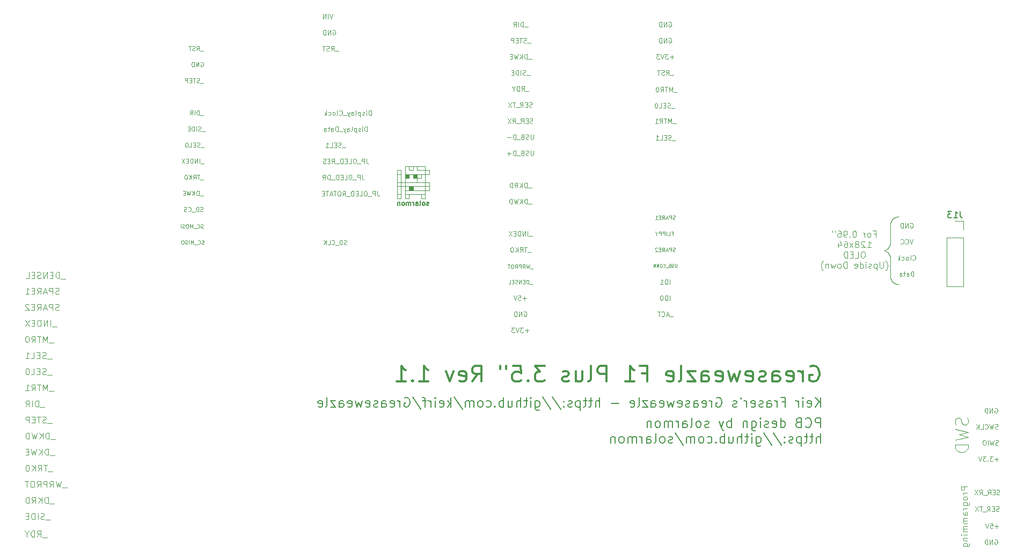
<source format=gbr>
G04 #@! TF.GenerationSoftware,KiCad,Pcbnew,(5.1.9)-1*
G04 #@! TF.CreationDate,2021-07-31T21:07:57+01:00*
G04 #@! TF.ProjectId,Greaseweazle F1 Plus 3.5 Rev 1.1,47726561-7365-4776-9561-7a6c65204631,1.1*
G04 #@! TF.SameCoordinates,PX6312cb0PY6bcb370*
G04 #@! TF.FileFunction,Legend,Bot*
G04 #@! TF.FilePolarity,Positive*
%FSLAX46Y46*%
G04 Gerber Fmt 4.6, Leading zero omitted, Abs format (unit mm)*
G04 Created by KiCad (PCBNEW (5.1.9)-1) date 2021-07-31 21:07:57*
%MOMM*%
%LPD*%
G01*
G04 APERTURE LIST*
%ADD10C,0.125000*%
%ADD11C,0.304800*%
%ADD12C,0.200000*%
%ADD13C,0.100000*%
%ADD14C,0.120000*%
%ADD15C,0.150000*%
G04 APERTURE END LIST*
D10*
X64486142Y7280715D02*
X64486142Y8030715D01*
X64129000Y7280715D02*
X64129000Y8030715D01*
X63950428Y8030715D01*
X63843285Y7995000D01*
X63771857Y7923572D01*
X63736142Y7852143D01*
X63700428Y7709286D01*
X63700428Y7602143D01*
X63736142Y7459286D01*
X63771857Y7387858D01*
X63843285Y7316429D01*
X63950428Y7280715D01*
X64129000Y7280715D01*
X62986142Y7280715D02*
X63414714Y7280715D01*
X63200428Y7280715D02*
X63200428Y8030715D01*
X63271857Y7923572D01*
X63343285Y7852143D01*
X63414714Y7816429D01*
X64486142Y4740715D02*
X64486142Y5490715D01*
X64129000Y4740715D02*
X64129000Y5490715D01*
X63950428Y5490715D01*
X63843285Y5455000D01*
X63771857Y5383572D01*
X63736142Y5312143D01*
X63700428Y5169286D01*
X63700428Y5062143D01*
X63736142Y4919286D01*
X63771857Y4847858D01*
X63843285Y4776429D01*
X63950428Y4740715D01*
X64129000Y4740715D01*
X63236142Y5490715D02*
X63164714Y5490715D01*
X63093285Y5455000D01*
X63057571Y5419286D01*
X63021857Y5347858D01*
X62986142Y5205000D01*
X62986142Y5026429D01*
X63021857Y4883572D01*
X63057571Y4812143D01*
X63093285Y4776429D01*
X63164714Y4740715D01*
X63236142Y4740715D01*
X63307571Y4776429D01*
X63343285Y4812143D01*
X63379000Y4883572D01*
X63414714Y5026429D01*
X63414714Y5205000D01*
X63379000Y5347858D01*
X63343285Y5419286D01*
X63307571Y5455000D01*
X63236142Y5490715D01*
X42108285Y47849286D02*
X41536857Y47849286D01*
X41358285Y47920715D02*
X41358285Y48670715D01*
X41179714Y48670715D01*
X41072571Y48635000D01*
X41001142Y48563572D01*
X40965428Y48492143D01*
X40929714Y48349286D01*
X40929714Y48242143D01*
X40965428Y48099286D01*
X41001142Y48027858D01*
X41072571Y47956429D01*
X41179714Y47920715D01*
X41358285Y47920715D01*
X40608285Y47920715D02*
X40608285Y48670715D01*
X39822571Y47920715D02*
X40072571Y48277858D01*
X40251142Y47920715D02*
X40251142Y48670715D01*
X39965428Y48670715D01*
X39894000Y48635000D01*
X39858285Y48599286D01*
X39822571Y48527858D01*
X39822571Y48420715D01*
X39858285Y48349286D01*
X39894000Y48313572D01*
X39965428Y48277858D01*
X40251142Y48277858D01*
X42536857Y45309286D02*
X41965428Y45309286D01*
X41822571Y45416429D02*
X41715428Y45380715D01*
X41536857Y45380715D01*
X41465428Y45416429D01*
X41429714Y45452143D01*
X41394000Y45523572D01*
X41394000Y45595000D01*
X41429714Y45666429D01*
X41465428Y45702143D01*
X41536857Y45737858D01*
X41679714Y45773572D01*
X41751142Y45809286D01*
X41786857Y45845000D01*
X41822571Y45916429D01*
X41822571Y45987858D01*
X41786857Y46059286D01*
X41751142Y46095000D01*
X41679714Y46130715D01*
X41501142Y46130715D01*
X41394000Y46095000D01*
X41179714Y46130715D02*
X40751142Y46130715D01*
X40965428Y45380715D02*
X40965428Y46130715D01*
X40501142Y45773572D02*
X40251142Y45773572D01*
X40144000Y45380715D02*
X40501142Y45380715D01*
X40501142Y46130715D01*
X40144000Y46130715D01*
X39822571Y45380715D02*
X39822571Y46130715D01*
X39536857Y46130715D01*
X39465428Y46095000D01*
X39429714Y46059286D01*
X39394000Y45987858D01*
X39394000Y45880715D01*
X39429714Y45809286D01*
X39465428Y45773572D01*
X39536857Y45737858D01*
X39822571Y45737858D01*
X42697571Y42769286D02*
X42126142Y42769286D01*
X41947571Y42840715D02*
X41947571Y43590715D01*
X41769000Y43590715D01*
X41661857Y43555000D01*
X41590428Y43483572D01*
X41554714Y43412143D01*
X41519000Y43269286D01*
X41519000Y43162143D01*
X41554714Y43019286D01*
X41590428Y42947858D01*
X41661857Y42876429D01*
X41769000Y42840715D01*
X41947571Y42840715D01*
X41197571Y42840715D02*
X41197571Y43590715D01*
X40769000Y42840715D02*
X41090428Y43269286D01*
X40769000Y43590715D02*
X41197571Y43162143D01*
X40519000Y43590715D02*
X40340428Y42840715D01*
X40197571Y43376429D01*
X40054714Y42840715D01*
X39876142Y43590715D01*
X39590428Y43233572D02*
X39340428Y43233572D01*
X39233285Y42840715D02*
X39590428Y42840715D01*
X39590428Y43590715D01*
X39233285Y43590715D01*
X42429714Y40229286D02*
X41858285Y40229286D01*
X41715428Y40336429D02*
X41608285Y40300715D01*
X41429714Y40300715D01*
X41358285Y40336429D01*
X41322571Y40372143D01*
X41286857Y40443572D01*
X41286857Y40515000D01*
X41322571Y40586429D01*
X41358285Y40622143D01*
X41429714Y40657858D01*
X41572571Y40693572D01*
X41644000Y40729286D01*
X41679714Y40765000D01*
X41715428Y40836429D01*
X41715428Y40907858D01*
X41679714Y40979286D01*
X41644000Y41015000D01*
X41572571Y41050715D01*
X41394000Y41050715D01*
X41286857Y41015000D01*
X40965428Y40300715D02*
X40965428Y41050715D01*
X40608285Y40300715D02*
X40608285Y41050715D01*
X40429714Y41050715D01*
X40322571Y41015000D01*
X40251142Y40943572D01*
X40215428Y40872143D01*
X40179714Y40729286D01*
X40179714Y40622143D01*
X40215428Y40479286D01*
X40251142Y40407858D01*
X40322571Y40336429D01*
X40429714Y40300715D01*
X40608285Y40300715D01*
X39858285Y40693572D02*
X39608285Y40693572D01*
X39501142Y40300715D02*
X39858285Y40300715D01*
X39858285Y41050715D01*
X39501142Y41050715D01*
X42251142Y37689286D02*
X41679714Y37689286D01*
X41072571Y37760715D02*
X41322571Y38117858D01*
X41501142Y37760715D02*
X41501142Y38510715D01*
X41215428Y38510715D01*
X41144000Y38475000D01*
X41108285Y38439286D01*
X41072571Y38367858D01*
X41072571Y38260715D01*
X41108285Y38189286D01*
X41144000Y38153572D01*
X41215428Y38117858D01*
X41501142Y38117858D01*
X40751142Y37760715D02*
X40751142Y38510715D01*
X40572571Y38510715D01*
X40465428Y38475000D01*
X40394000Y38403572D01*
X40358285Y38332143D01*
X40322571Y38189286D01*
X40322571Y38082143D01*
X40358285Y37939286D01*
X40394000Y37867858D01*
X40465428Y37796429D01*
X40572571Y37760715D01*
X40751142Y37760715D01*
X39858285Y38117858D02*
X39858285Y37760715D01*
X40108285Y38510715D02*
X39858285Y38117858D01*
X39608285Y38510715D01*
X42751142Y35256429D02*
X42644000Y35220715D01*
X42465428Y35220715D01*
X42394000Y35256429D01*
X42358285Y35292143D01*
X42322571Y35363572D01*
X42322571Y35435000D01*
X42358285Y35506429D01*
X42394000Y35542143D01*
X42465428Y35577858D01*
X42608285Y35613572D01*
X42679714Y35649286D01*
X42715428Y35685000D01*
X42751142Y35756429D01*
X42751142Y35827858D01*
X42715428Y35899286D01*
X42679714Y35935000D01*
X42608285Y35970715D01*
X42429714Y35970715D01*
X42322571Y35935000D01*
X42001142Y35613572D02*
X41751142Y35613572D01*
X41644000Y35220715D02*
X42001142Y35220715D01*
X42001142Y35970715D01*
X41644000Y35970715D01*
X40894000Y35220715D02*
X41144000Y35577858D01*
X41322571Y35220715D02*
X41322571Y35970715D01*
X41036857Y35970715D01*
X40965428Y35935000D01*
X40929714Y35899286D01*
X40894000Y35827858D01*
X40894000Y35720715D01*
X40929714Y35649286D01*
X40965428Y35613572D01*
X41036857Y35577858D01*
X41322571Y35577858D01*
X40751142Y35149286D02*
X40179714Y35149286D01*
X40108285Y35970715D02*
X39679714Y35970715D01*
X39894000Y35220715D02*
X39894000Y35970715D01*
X39501142Y35970715D02*
X39001142Y35220715D01*
X39001142Y35970715D02*
X39501142Y35220715D01*
X42840428Y32716429D02*
X42733285Y32680715D01*
X42554714Y32680715D01*
X42483285Y32716429D01*
X42447571Y32752143D01*
X42411857Y32823572D01*
X42411857Y32895000D01*
X42447571Y32966429D01*
X42483285Y33002143D01*
X42554714Y33037858D01*
X42697571Y33073572D01*
X42769000Y33109286D01*
X42804714Y33145000D01*
X42840428Y33216429D01*
X42840428Y33287858D01*
X42804714Y33359286D01*
X42769000Y33395000D01*
X42697571Y33430715D01*
X42519000Y33430715D01*
X42411857Y33395000D01*
X42090428Y33073572D02*
X41840428Y33073572D01*
X41733285Y32680715D02*
X42090428Y32680715D01*
X42090428Y33430715D01*
X41733285Y33430715D01*
X40983285Y32680715D02*
X41233285Y33037858D01*
X41411857Y32680715D02*
X41411857Y33430715D01*
X41126142Y33430715D01*
X41054714Y33395000D01*
X41019000Y33359286D01*
X40983285Y33287858D01*
X40983285Y33180715D01*
X41019000Y33109286D01*
X41054714Y33073572D01*
X41126142Y33037858D01*
X41411857Y33037858D01*
X40840428Y32609286D02*
X40269000Y32609286D01*
X39661857Y32680715D02*
X39911857Y33037858D01*
X40090428Y32680715D02*
X40090428Y33430715D01*
X39804714Y33430715D01*
X39733285Y33395000D01*
X39697571Y33359286D01*
X39661857Y33287858D01*
X39661857Y33180715D01*
X39697571Y33109286D01*
X39733285Y33073572D01*
X39804714Y33037858D01*
X40090428Y33037858D01*
X39411857Y33430715D02*
X38911857Y32680715D01*
X38911857Y33430715D02*
X39411857Y32680715D01*
X42965428Y30890715D02*
X42965428Y30283572D01*
X42929714Y30212143D01*
X42894000Y30176429D01*
X42822571Y30140715D01*
X42679714Y30140715D01*
X42608285Y30176429D01*
X42572571Y30212143D01*
X42536857Y30283572D01*
X42536857Y30890715D01*
X42215428Y30176429D02*
X42108285Y30140715D01*
X41929714Y30140715D01*
X41858285Y30176429D01*
X41822571Y30212143D01*
X41786857Y30283572D01*
X41786857Y30355000D01*
X41822571Y30426429D01*
X41858285Y30462143D01*
X41929714Y30497858D01*
X42072571Y30533572D01*
X42144000Y30569286D01*
X42179714Y30605000D01*
X42215428Y30676429D01*
X42215428Y30747858D01*
X42179714Y30819286D01*
X42144000Y30855000D01*
X42072571Y30890715D01*
X41894000Y30890715D01*
X41786857Y30855000D01*
X41215428Y30533572D02*
X41108285Y30497858D01*
X41072571Y30462143D01*
X41036857Y30390715D01*
X41036857Y30283572D01*
X41072571Y30212143D01*
X41108285Y30176429D01*
X41179714Y30140715D01*
X41465428Y30140715D01*
X41465428Y30890715D01*
X41215428Y30890715D01*
X41144000Y30855000D01*
X41108285Y30819286D01*
X41072571Y30747858D01*
X41072571Y30676429D01*
X41108285Y30605000D01*
X41144000Y30569286D01*
X41215428Y30533572D01*
X41465428Y30533572D01*
X40894000Y30069286D02*
X40322571Y30069286D01*
X40144000Y30140715D02*
X40144000Y30890715D01*
X39965428Y30890715D01*
X39858285Y30855000D01*
X39786857Y30783572D01*
X39751142Y30712143D01*
X39715428Y30569286D01*
X39715428Y30462143D01*
X39751142Y30319286D01*
X39786857Y30247858D01*
X39858285Y30176429D01*
X39965428Y30140715D01*
X40144000Y30140715D01*
X39394000Y30426429D02*
X38822571Y30426429D01*
X42965428Y28350715D02*
X42965428Y27743572D01*
X42929714Y27672143D01*
X42894000Y27636429D01*
X42822571Y27600715D01*
X42679714Y27600715D01*
X42608285Y27636429D01*
X42572571Y27672143D01*
X42536857Y27743572D01*
X42536857Y28350715D01*
X42215428Y27636429D02*
X42108285Y27600715D01*
X41929714Y27600715D01*
X41858285Y27636429D01*
X41822571Y27672143D01*
X41786857Y27743572D01*
X41786857Y27815000D01*
X41822571Y27886429D01*
X41858285Y27922143D01*
X41929714Y27957858D01*
X42072571Y27993572D01*
X42144000Y28029286D01*
X42179714Y28065000D01*
X42215428Y28136429D01*
X42215428Y28207858D01*
X42179714Y28279286D01*
X42144000Y28315000D01*
X42072571Y28350715D01*
X41894000Y28350715D01*
X41786857Y28315000D01*
X41215428Y27993572D02*
X41108285Y27957858D01*
X41072571Y27922143D01*
X41036857Y27850715D01*
X41036857Y27743572D01*
X41072571Y27672143D01*
X41108285Y27636429D01*
X41179714Y27600715D01*
X41465428Y27600715D01*
X41465428Y28350715D01*
X41215428Y28350715D01*
X41144000Y28315000D01*
X41108285Y28279286D01*
X41072571Y28207858D01*
X41072571Y28136429D01*
X41108285Y28065000D01*
X41144000Y28029286D01*
X41215428Y27993572D01*
X41465428Y27993572D01*
X40894000Y27529286D02*
X40322571Y27529286D01*
X40144000Y27600715D02*
X40144000Y28350715D01*
X39965428Y28350715D01*
X39858285Y28315000D01*
X39786857Y28243572D01*
X39751142Y28172143D01*
X39715428Y28029286D01*
X39715428Y27922143D01*
X39751142Y27779286D01*
X39786857Y27707858D01*
X39858285Y27636429D01*
X39965428Y27600715D01*
X40144000Y27600715D01*
X39394000Y27886429D02*
X38822571Y27886429D01*
X39108285Y27600715D02*
X39108285Y28172143D01*
X42679714Y22449286D02*
X42108285Y22449286D01*
X41929714Y22520715D02*
X41929714Y23270715D01*
X41751142Y23270715D01*
X41644000Y23235000D01*
X41572571Y23163572D01*
X41536857Y23092143D01*
X41501142Y22949286D01*
X41501142Y22842143D01*
X41536857Y22699286D01*
X41572571Y22627858D01*
X41644000Y22556429D01*
X41751142Y22520715D01*
X41929714Y22520715D01*
X41179714Y22520715D02*
X41179714Y23270715D01*
X40751142Y22520715D02*
X41072571Y22949286D01*
X40751142Y23270715D02*
X41179714Y22842143D01*
X40001142Y22520715D02*
X40251142Y22877858D01*
X40429714Y22520715D02*
X40429714Y23270715D01*
X40144000Y23270715D01*
X40072571Y23235000D01*
X40036857Y23199286D01*
X40001142Y23127858D01*
X40001142Y23020715D01*
X40036857Y22949286D01*
X40072571Y22913572D01*
X40144000Y22877858D01*
X40429714Y22877858D01*
X39679714Y22520715D02*
X39679714Y23270715D01*
X39501142Y23270715D01*
X39394000Y23235000D01*
X39322571Y23163572D01*
X39286857Y23092143D01*
X39251142Y22949286D01*
X39251142Y22842143D01*
X39286857Y22699286D01*
X39322571Y22627858D01*
X39394000Y22556429D01*
X39501142Y22520715D01*
X39679714Y22520715D01*
X42733285Y19909286D02*
X42161857Y19909286D01*
X41983285Y19980715D02*
X41983285Y20730715D01*
X41804714Y20730715D01*
X41697571Y20695000D01*
X41626142Y20623572D01*
X41590428Y20552143D01*
X41554714Y20409286D01*
X41554714Y20302143D01*
X41590428Y20159286D01*
X41626142Y20087858D01*
X41697571Y20016429D01*
X41804714Y19980715D01*
X41983285Y19980715D01*
X41233285Y19980715D02*
X41233285Y20730715D01*
X40804714Y19980715D02*
X41126142Y20409286D01*
X40804714Y20730715D02*
X41233285Y20302143D01*
X40554714Y20730715D02*
X40376142Y19980715D01*
X40233285Y20516429D01*
X40090428Y19980715D01*
X39911857Y20730715D01*
X39626142Y19980715D02*
X39626142Y20730715D01*
X39447571Y20730715D01*
X39340428Y20695000D01*
X39269000Y20623572D01*
X39233285Y20552143D01*
X39197571Y20409286D01*
X39197571Y20302143D01*
X39233285Y20159286D01*
X39269000Y20087858D01*
X39340428Y20016429D01*
X39447571Y19980715D01*
X39626142Y19980715D01*
X42822571Y14829286D02*
X42251142Y14829286D01*
X42072571Y14900715D02*
X42072571Y15650715D01*
X41715428Y14900715D02*
X41715428Y15650715D01*
X41286857Y14900715D01*
X41286857Y15650715D01*
X40929714Y14900715D02*
X40929714Y15650715D01*
X40751142Y15650715D01*
X40644000Y15615000D01*
X40572571Y15543572D01*
X40536857Y15472143D01*
X40501142Y15329286D01*
X40501142Y15222143D01*
X40536857Y15079286D01*
X40572571Y15007858D01*
X40644000Y14936429D01*
X40751142Y14900715D01*
X40929714Y14900715D01*
X40179714Y15293572D02*
X39929714Y15293572D01*
X39822571Y14900715D02*
X40179714Y14900715D01*
X40179714Y15650715D01*
X39822571Y15650715D01*
X39572571Y15650715D02*
X39072571Y14900715D01*
X39072571Y15650715D02*
X39572571Y14900715D01*
X42572571Y12289286D02*
X42001142Y12289286D01*
X41929714Y13110715D02*
X41501142Y13110715D01*
X41715428Y12360715D02*
X41715428Y13110715D01*
X40822571Y12360715D02*
X41072571Y12717858D01*
X41251142Y12360715D02*
X41251142Y13110715D01*
X40965428Y13110715D01*
X40894000Y13075000D01*
X40858285Y13039286D01*
X40822571Y12967858D01*
X40822571Y12860715D01*
X40858285Y12789286D01*
X40894000Y12753572D01*
X40965428Y12717858D01*
X41251142Y12717858D01*
X40501142Y12360715D02*
X40501142Y13110715D01*
X40072571Y12360715D02*
X40394000Y12789286D01*
X40072571Y13110715D02*
X40501142Y12682143D01*
X39608285Y13110715D02*
X39536857Y13110715D01*
X39465428Y13075000D01*
X39429714Y13039286D01*
X39394000Y12967858D01*
X39358285Y12825000D01*
X39358285Y12646429D01*
X39394000Y12503572D01*
X39429714Y12432143D01*
X39465428Y12396429D01*
X39536857Y12360715D01*
X39608285Y12360715D01*
X39679714Y12396429D01*
X39715428Y12432143D01*
X39751142Y12503572D01*
X39786857Y12646429D01*
X39786857Y12825000D01*
X39751142Y12967858D01*
X39715428Y13039286D01*
X39679714Y13075000D01*
X39608285Y13110715D01*
X42908285Y9704429D02*
X42451142Y9704429D01*
X42365428Y10361572D02*
X42222571Y9761572D01*
X42108285Y10190143D01*
X41994000Y9761572D01*
X41851142Y10361572D01*
X41279714Y9761572D02*
X41479714Y10047286D01*
X41622571Y9761572D02*
X41622571Y10361572D01*
X41394000Y10361572D01*
X41336857Y10333000D01*
X41308285Y10304429D01*
X41279714Y10247286D01*
X41279714Y10161572D01*
X41308285Y10104429D01*
X41336857Y10075858D01*
X41394000Y10047286D01*
X41622571Y10047286D01*
X41022571Y9761572D02*
X41022571Y10361572D01*
X40794000Y10361572D01*
X40736857Y10333000D01*
X40708285Y10304429D01*
X40679714Y10247286D01*
X40679714Y10161572D01*
X40708285Y10104429D01*
X40736857Y10075858D01*
X40794000Y10047286D01*
X41022571Y10047286D01*
X40079714Y9761572D02*
X40279714Y10047286D01*
X40422571Y9761572D02*
X40422571Y10361572D01*
X40194000Y10361572D01*
X40136857Y10333000D01*
X40108285Y10304429D01*
X40079714Y10247286D01*
X40079714Y10161572D01*
X40108285Y10104429D01*
X40136857Y10075858D01*
X40194000Y10047286D01*
X40422571Y10047286D01*
X39708285Y10361572D02*
X39594000Y10361572D01*
X39536857Y10333000D01*
X39479714Y10275858D01*
X39451142Y10161572D01*
X39451142Y9961572D01*
X39479714Y9847286D01*
X39536857Y9790143D01*
X39594000Y9761572D01*
X39708285Y9761572D01*
X39765428Y9790143D01*
X39822571Y9847286D01*
X39851142Y9961572D01*
X39851142Y10161572D01*
X39822571Y10275858D01*
X39765428Y10333000D01*
X39708285Y10361572D01*
X39279714Y10361572D02*
X38936857Y10361572D01*
X39108285Y9761572D02*
X39108285Y10361572D01*
X42808285Y7291429D02*
X42351142Y7291429D01*
X42208285Y7348572D02*
X42208285Y7948572D01*
X42065428Y7948572D01*
X41979714Y7920000D01*
X41922571Y7862858D01*
X41894000Y7805715D01*
X41865428Y7691429D01*
X41865428Y7605715D01*
X41894000Y7491429D01*
X41922571Y7434286D01*
X41979714Y7377143D01*
X42065428Y7348572D01*
X42208285Y7348572D01*
X41608285Y7662858D02*
X41408285Y7662858D01*
X41322571Y7348572D02*
X41608285Y7348572D01*
X41608285Y7948572D01*
X41322571Y7948572D01*
X41065428Y7348572D02*
X41065428Y7948572D01*
X40722571Y7348572D01*
X40722571Y7948572D01*
X40465428Y7377143D02*
X40379714Y7348572D01*
X40236857Y7348572D01*
X40179714Y7377143D01*
X40151142Y7405715D01*
X40122571Y7462858D01*
X40122571Y7520000D01*
X40151142Y7577143D01*
X40179714Y7605715D01*
X40236857Y7634286D01*
X40351142Y7662858D01*
X40408285Y7691429D01*
X40436857Y7720000D01*
X40465428Y7777143D01*
X40465428Y7834286D01*
X40436857Y7891429D01*
X40408285Y7920000D01*
X40351142Y7948572D01*
X40208285Y7948572D01*
X40122571Y7920000D01*
X39865428Y7662858D02*
X39665428Y7662858D01*
X39579714Y7348572D02*
X39865428Y7348572D01*
X39865428Y7948572D01*
X39579714Y7948572D01*
X39036857Y7348572D02*
X39322571Y7348572D01*
X39322571Y7948572D01*
X41858285Y5026429D02*
X41286857Y5026429D01*
X41572571Y4740715D02*
X41572571Y5312143D01*
X40572571Y5490715D02*
X40929714Y5490715D01*
X40965428Y5133572D01*
X40929714Y5169286D01*
X40858285Y5205000D01*
X40679714Y5205000D01*
X40608285Y5169286D01*
X40572571Y5133572D01*
X40536857Y5062143D01*
X40536857Y4883572D01*
X40572571Y4812143D01*
X40608285Y4776429D01*
X40679714Y4740715D01*
X40858285Y4740715D01*
X40929714Y4776429D01*
X40965428Y4812143D01*
X40322571Y5490715D02*
X40072571Y4740715D01*
X39822571Y5490715D01*
X41465428Y2915000D02*
X41536857Y2950715D01*
X41644000Y2950715D01*
X41751142Y2915000D01*
X41822571Y2843572D01*
X41858285Y2772143D01*
X41894000Y2629286D01*
X41894000Y2522143D01*
X41858285Y2379286D01*
X41822571Y2307858D01*
X41751142Y2236429D01*
X41644000Y2200715D01*
X41572571Y2200715D01*
X41465428Y2236429D01*
X41429714Y2272143D01*
X41429714Y2522143D01*
X41572571Y2522143D01*
X41108285Y2200715D02*
X41108285Y2950715D01*
X40679714Y2200715D01*
X40679714Y2950715D01*
X40322571Y2200715D02*
X40322571Y2950715D01*
X40144000Y2950715D01*
X40036857Y2915000D01*
X39965428Y2843572D01*
X39929714Y2772143D01*
X39894000Y2629286D01*
X39894000Y2522143D01*
X39929714Y2379286D01*
X39965428Y2307858D01*
X40036857Y2236429D01*
X40144000Y2200715D01*
X40322571Y2200715D01*
X42215428Y-53571D02*
X41644000Y-53571D01*
X41929714Y-339285D02*
X41929714Y232143D01*
X41358285Y410715D02*
X40894000Y410715D01*
X41144000Y125000D01*
X41036857Y125000D01*
X40965428Y89286D01*
X40929714Y53572D01*
X40894000Y-17857D01*
X40894000Y-196428D01*
X40929714Y-267857D01*
X40965428Y-303571D01*
X41036857Y-339285D01*
X41251142Y-339285D01*
X41322571Y-303571D01*
X41358285Y-267857D01*
X40679714Y410715D02*
X40429714Y-339285D01*
X40179714Y410715D01*
X40001142Y410715D02*
X39536857Y410715D01*
X39786857Y125000D01*
X39679714Y125000D01*
X39608285Y89286D01*
X39572571Y53572D01*
X39536857Y-17857D01*
X39536857Y-196428D01*
X39572571Y-267857D01*
X39608285Y-303571D01*
X39679714Y-339285D01*
X39894000Y-339285D01*
X39965428Y-303571D01*
X40001142Y-267857D01*
X65021857Y2129286D02*
X64450428Y2129286D01*
X64307571Y2415000D02*
X63950428Y2415000D01*
X64379000Y2200715D02*
X64129000Y2950715D01*
X63879000Y2200715D01*
X63200428Y2272143D02*
X63236142Y2236429D01*
X63343285Y2200715D01*
X63414714Y2200715D01*
X63521857Y2236429D01*
X63593285Y2307858D01*
X63629000Y2379286D01*
X63664714Y2522143D01*
X63664714Y2629286D01*
X63629000Y2772143D01*
X63593285Y2843572D01*
X63521857Y2915000D01*
X63414714Y2950715D01*
X63343285Y2950715D01*
X63236142Y2915000D01*
X63200428Y2879286D01*
X62986142Y2950715D02*
X62557571Y2950715D01*
X62771857Y2200715D02*
X62771857Y2950715D01*
X65611142Y10433810D02*
X65611142Y10029048D01*
X65587333Y9981429D01*
X65563523Y9957620D01*
X65515904Y9933810D01*
X65420666Y9933810D01*
X65373047Y9957620D01*
X65349238Y9981429D01*
X65325428Y10029048D01*
X65325428Y10433810D01*
X65111142Y9957620D02*
X65039714Y9933810D01*
X64920666Y9933810D01*
X64873047Y9957620D01*
X64849238Y9981429D01*
X64825428Y10029048D01*
X64825428Y10076667D01*
X64849238Y10124286D01*
X64873047Y10148096D01*
X64920666Y10171905D01*
X65015904Y10195715D01*
X65063523Y10219524D01*
X65087333Y10243334D01*
X65111142Y10290953D01*
X65111142Y10338572D01*
X65087333Y10386191D01*
X65063523Y10410000D01*
X65015904Y10433810D01*
X64896857Y10433810D01*
X64825428Y10410000D01*
X64444476Y10195715D02*
X64373047Y10171905D01*
X64349238Y10148096D01*
X64325428Y10100477D01*
X64325428Y10029048D01*
X64349238Y9981429D01*
X64373047Y9957620D01*
X64420666Y9933810D01*
X64611142Y9933810D01*
X64611142Y10433810D01*
X64444476Y10433810D01*
X64396857Y10410000D01*
X64373047Y10386191D01*
X64349238Y10338572D01*
X64349238Y10290953D01*
X64373047Y10243334D01*
X64396857Y10219524D01*
X64444476Y10195715D01*
X64611142Y10195715D01*
X64230190Y9886191D02*
X63849238Y9886191D01*
X63444476Y9981429D02*
X63468285Y9957620D01*
X63539714Y9933810D01*
X63587333Y9933810D01*
X63658761Y9957620D01*
X63706380Y10005239D01*
X63730190Y10052858D01*
X63754000Y10148096D01*
X63754000Y10219524D01*
X63730190Y10314762D01*
X63706380Y10362381D01*
X63658761Y10410000D01*
X63587333Y10433810D01*
X63539714Y10433810D01*
X63468285Y10410000D01*
X63444476Y10386191D01*
X63134952Y10433810D02*
X63039714Y10433810D01*
X62992095Y10410000D01*
X62944476Y10362381D01*
X62920666Y10267143D01*
X62920666Y10100477D01*
X62944476Y10005239D01*
X62992095Y9957620D01*
X63039714Y9933810D01*
X63134952Y9933810D01*
X63182571Y9957620D01*
X63230190Y10005239D01*
X63254000Y10100477D01*
X63254000Y10267143D01*
X63230190Y10362381D01*
X63182571Y10410000D01*
X63134952Y10433810D01*
X62706380Y9933810D02*
X62706380Y10433810D01*
X62420666Y9933810D01*
X62420666Y10433810D01*
X62182571Y9933810D02*
X62182571Y10433810D01*
X61896857Y9933810D01*
X61896857Y10433810D01*
X65339714Y12457143D02*
X65254000Y12428572D01*
X65111142Y12428572D01*
X65054000Y12457143D01*
X65025428Y12485715D01*
X64996857Y12542858D01*
X64996857Y12600000D01*
X65025428Y12657143D01*
X65054000Y12685715D01*
X65111142Y12714286D01*
X65225428Y12742858D01*
X65282571Y12771429D01*
X65311142Y12800000D01*
X65339714Y12857143D01*
X65339714Y12914286D01*
X65311142Y12971429D01*
X65282571Y13000000D01*
X65225428Y13028572D01*
X65082571Y13028572D01*
X64996857Y13000000D01*
X64739714Y12428572D02*
X64739714Y13028572D01*
X64511142Y13028572D01*
X64454000Y13000000D01*
X64425428Y12971429D01*
X64396857Y12914286D01*
X64396857Y12828572D01*
X64425428Y12771429D01*
X64454000Y12742858D01*
X64511142Y12714286D01*
X64739714Y12714286D01*
X64168285Y12600000D02*
X63882571Y12600000D01*
X64225428Y12428572D02*
X64025428Y13028572D01*
X63825428Y12428572D01*
X63282571Y12428572D02*
X63482571Y12714286D01*
X63625428Y12428572D02*
X63625428Y13028572D01*
X63396857Y13028572D01*
X63339714Y13000000D01*
X63311142Y12971429D01*
X63282571Y12914286D01*
X63282571Y12828572D01*
X63311142Y12771429D01*
X63339714Y12742858D01*
X63396857Y12714286D01*
X63625428Y12714286D01*
X63025428Y12742858D02*
X62825428Y12742858D01*
X62739714Y12428572D02*
X63025428Y12428572D01*
X63025428Y13028572D01*
X62739714Y13028572D01*
X62511142Y12971429D02*
X62482571Y13000000D01*
X62425428Y13028572D01*
X62282571Y13028572D01*
X62225428Y13000000D01*
X62196857Y12971429D01*
X62168285Y12914286D01*
X62168285Y12857143D01*
X62196857Y12771429D01*
X62539714Y12428572D01*
X62168285Y12428572D01*
X64784142Y15282858D02*
X64984142Y15282858D01*
X64984142Y14968572D02*
X64984142Y15568572D01*
X64698428Y15568572D01*
X64184142Y14968572D02*
X64469857Y14968572D01*
X64469857Y15568572D01*
X63984142Y14968572D02*
X63984142Y15568572D01*
X63698428Y14968572D02*
X63698428Y15568572D01*
X63469857Y15568572D01*
X63412714Y15540000D01*
X63384142Y15511429D01*
X63355571Y15454286D01*
X63355571Y15368572D01*
X63384142Y15311429D01*
X63412714Y15282858D01*
X63469857Y15254286D01*
X63698428Y15254286D01*
X63098428Y14968572D02*
X63098428Y15568572D01*
X62869857Y15568572D01*
X62812714Y15540000D01*
X62784142Y15511429D01*
X62755571Y15454286D01*
X62755571Y15368572D01*
X62784142Y15311429D01*
X62812714Y15282858D01*
X62869857Y15254286D01*
X63098428Y15254286D01*
X62384142Y15254286D02*
X62384142Y14968572D01*
X62584142Y15568572D02*
X62384142Y15254286D01*
X62184142Y15568572D01*
X65339714Y17537143D02*
X65254000Y17508572D01*
X65111142Y17508572D01*
X65054000Y17537143D01*
X65025428Y17565715D01*
X64996857Y17622858D01*
X64996857Y17680000D01*
X65025428Y17737143D01*
X65054000Y17765715D01*
X65111142Y17794286D01*
X65225428Y17822858D01*
X65282571Y17851429D01*
X65311142Y17880000D01*
X65339714Y17937143D01*
X65339714Y17994286D01*
X65311142Y18051429D01*
X65282571Y18080000D01*
X65225428Y18108572D01*
X65082571Y18108572D01*
X64996857Y18080000D01*
X64739714Y17508572D02*
X64739714Y18108572D01*
X64511142Y18108572D01*
X64454000Y18080000D01*
X64425428Y18051429D01*
X64396857Y17994286D01*
X64396857Y17908572D01*
X64425428Y17851429D01*
X64454000Y17822858D01*
X64511142Y17794286D01*
X64739714Y17794286D01*
X64168285Y17680000D02*
X63882571Y17680000D01*
X64225428Y17508572D02*
X64025428Y18108572D01*
X63825428Y17508572D01*
X63282571Y17508572D02*
X63482571Y17794286D01*
X63625428Y17508572D02*
X63625428Y18108572D01*
X63396857Y18108572D01*
X63339714Y18080000D01*
X63311142Y18051429D01*
X63282571Y17994286D01*
X63282571Y17908572D01*
X63311142Y17851429D01*
X63339714Y17822858D01*
X63396857Y17794286D01*
X63625428Y17794286D01*
X63025428Y17822858D02*
X62825428Y17822858D01*
X62739714Y17508572D02*
X63025428Y17508572D01*
X63025428Y18108572D01*
X62739714Y18108572D01*
X62168285Y17508572D02*
X62511142Y17508572D01*
X62339714Y17508572D02*
X62339714Y18108572D01*
X62396857Y18022858D01*
X62454000Y17965715D01*
X62511142Y17937143D01*
X65057571Y40229286D02*
X64486142Y40229286D01*
X63879000Y40300715D02*
X64129000Y40657858D01*
X64307571Y40300715D02*
X64307571Y41050715D01*
X64021857Y41050715D01*
X63950428Y41015000D01*
X63914714Y40979286D01*
X63879000Y40907858D01*
X63879000Y40800715D01*
X63914714Y40729286D01*
X63950428Y40693572D01*
X64021857Y40657858D01*
X64307571Y40657858D01*
X63593285Y40336429D02*
X63486142Y40300715D01*
X63307571Y40300715D01*
X63236142Y40336429D01*
X63200428Y40372143D01*
X63164714Y40443572D01*
X63164714Y40515000D01*
X63200428Y40586429D01*
X63236142Y40622143D01*
X63307571Y40657858D01*
X63450428Y40693572D01*
X63521857Y40729286D01*
X63557571Y40765000D01*
X63593285Y40836429D01*
X63593285Y40907858D01*
X63557571Y40979286D01*
X63521857Y41015000D01*
X63450428Y41050715D01*
X63271857Y41050715D01*
X63164714Y41015000D01*
X62950428Y41050715D02*
X62521857Y41050715D01*
X62736142Y40300715D02*
X62736142Y41050715D01*
X65075428Y43126429D02*
X64504000Y43126429D01*
X64789714Y42840715D02*
X64789714Y43412143D01*
X64218285Y43590715D02*
X63754000Y43590715D01*
X64004000Y43305000D01*
X63896857Y43305000D01*
X63825428Y43269286D01*
X63789714Y43233572D01*
X63754000Y43162143D01*
X63754000Y42983572D01*
X63789714Y42912143D01*
X63825428Y42876429D01*
X63896857Y42840715D01*
X64111142Y42840715D01*
X64182571Y42876429D01*
X64218285Y42912143D01*
X63539714Y43590715D02*
X63289714Y42840715D01*
X63039714Y43590715D01*
X62861142Y43590715D02*
X62396857Y43590715D01*
X62646857Y43305000D01*
X62539714Y43305000D01*
X62468285Y43269286D01*
X62432571Y43233572D01*
X62396857Y43162143D01*
X62396857Y42983572D01*
X62432571Y42912143D01*
X62468285Y42876429D01*
X62539714Y42840715D01*
X62754000Y42840715D01*
X62825428Y42876429D01*
X62861142Y42912143D01*
X64325428Y46095000D02*
X64396857Y46130715D01*
X64504000Y46130715D01*
X64611142Y46095000D01*
X64682571Y46023572D01*
X64718285Y45952143D01*
X64754000Y45809286D01*
X64754000Y45702143D01*
X64718285Y45559286D01*
X64682571Y45487858D01*
X64611142Y45416429D01*
X64504000Y45380715D01*
X64432571Y45380715D01*
X64325428Y45416429D01*
X64289714Y45452143D01*
X64289714Y45702143D01*
X64432571Y45702143D01*
X63968285Y45380715D02*
X63968285Y46130715D01*
X63539714Y45380715D01*
X63539714Y46130715D01*
X63182571Y45380715D02*
X63182571Y46130715D01*
X63004000Y46130715D01*
X62896857Y46095000D01*
X62825428Y46023572D01*
X62789714Y45952143D01*
X62754000Y45809286D01*
X62754000Y45702143D01*
X62789714Y45559286D01*
X62825428Y45487858D01*
X62896857Y45416429D01*
X63004000Y45380715D01*
X63182571Y45380715D01*
X64325428Y48635000D02*
X64396857Y48670715D01*
X64504000Y48670715D01*
X64611142Y48635000D01*
X64682571Y48563572D01*
X64718285Y48492143D01*
X64754000Y48349286D01*
X64754000Y48242143D01*
X64718285Y48099286D01*
X64682571Y48027858D01*
X64611142Y47956429D01*
X64504000Y47920715D01*
X64432571Y47920715D01*
X64325428Y47956429D01*
X64289714Y47992143D01*
X64289714Y48242143D01*
X64432571Y48242143D01*
X63968285Y47920715D02*
X63968285Y48670715D01*
X63539714Y47920715D01*
X63539714Y48670715D01*
X63182571Y47920715D02*
X63182571Y48670715D01*
X63004000Y48670715D01*
X62896857Y48635000D01*
X62825428Y48563572D01*
X62789714Y48492143D01*
X62754000Y48349286D01*
X62754000Y48242143D01*
X62789714Y48099286D01*
X62825428Y48027858D01*
X62896857Y47956429D01*
X63004000Y47920715D01*
X63182571Y47920715D01*
X111426523Y-13795714D02*
X111521761Y-14081428D01*
X111521761Y-14557619D01*
X111426523Y-14748095D01*
X111331285Y-14843333D01*
X111140809Y-14938571D01*
X110950333Y-14938571D01*
X110759857Y-14843333D01*
X110664619Y-14748095D01*
X110569380Y-14557619D01*
X110474142Y-14176666D01*
X110378904Y-13986190D01*
X110283666Y-13890952D01*
X110093190Y-13795714D01*
X109902714Y-13795714D01*
X109712238Y-13890952D01*
X109617000Y-13986190D01*
X109521761Y-14176666D01*
X109521761Y-14652857D01*
X109617000Y-14938571D01*
X109521761Y-15605238D02*
X111521761Y-16081428D01*
X110093190Y-16462380D01*
X111521761Y-16843333D01*
X109521761Y-17319523D01*
X111521761Y-18081428D02*
X109521761Y-18081428D01*
X109521761Y-18557619D01*
X109617000Y-18843333D01*
X109807476Y-19033809D01*
X109997952Y-19129047D01*
X110378904Y-19224285D01*
X110664619Y-19224285D01*
X111045571Y-19129047D01*
X111236047Y-19033809D01*
X111426523Y-18843333D01*
X111521761Y-18557619D01*
X111521761Y-18081428D01*
X115760428Y-12325000D02*
X115831857Y-12289285D01*
X115939000Y-12289285D01*
X116046142Y-12325000D01*
X116117571Y-12396428D01*
X116153285Y-12467857D01*
X116189000Y-12610714D01*
X116189000Y-12717857D01*
X116153285Y-12860714D01*
X116117571Y-12932142D01*
X116046142Y-13003571D01*
X115939000Y-13039285D01*
X115867571Y-13039285D01*
X115760428Y-13003571D01*
X115724714Y-12967857D01*
X115724714Y-12717857D01*
X115867571Y-12717857D01*
X115403285Y-13039285D02*
X115403285Y-12289285D01*
X114974714Y-13039285D01*
X114974714Y-12289285D01*
X114617571Y-13039285D02*
X114617571Y-12289285D01*
X114439000Y-12289285D01*
X114331857Y-12325000D01*
X114260428Y-12396428D01*
X114224714Y-12467857D01*
X114189000Y-12610714D01*
X114189000Y-12717857D01*
X114224714Y-12860714D01*
X114260428Y-12932142D01*
X114331857Y-13003571D01*
X114439000Y-13039285D01*
X114617571Y-13039285D01*
X116250428Y-15543571D02*
X116143285Y-15579285D01*
X115964714Y-15579285D01*
X115893285Y-15543571D01*
X115857571Y-15507857D01*
X115821857Y-15436428D01*
X115821857Y-15365000D01*
X115857571Y-15293571D01*
X115893285Y-15257857D01*
X115964714Y-15222142D01*
X116107571Y-15186428D01*
X116179000Y-15150714D01*
X116214714Y-15115000D01*
X116250428Y-15043571D01*
X116250428Y-14972142D01*
X116214714Y-14900714D01*
X116179000Y-14865000D01*
X116107571Y-14829285D01*
X115929000Y-14829285D01*
X115821857Y-14865000D01*
X115571857Y-14829285D02*
X115393285Y-15579285D01*
X115250428Y-15043571D01*
X115107571Y-15579285D01*
X114929000Y-14829285D01*
X114214714Y-15507857D02*
X114250428Y-15543571D01*
X114357571Y-15579285D01*
X114429000Y-15579285D01*
X114536142Y-15543571D01*
X114607571Y-15472142D01*
X114643285Y-15400714D01*
X114679000Y-15257857D01*
X114679000Y-15150714D01*
X114643285Y-15007857D01*
X114607571Y-14936428D01*
X114536142Y-14865000D01*
X114429000Y-14829285D01*
X114357571Y-14829285D01*
X114250428Y-14865000D01*
X114214714Y-14900714D01*
X113536142Y-15579285D02*
X113893285Y-15579285D01*
X113893285Y-14829285D01*
X113286142Y-15579285D02*
X113286142Y-14829285D01*
X112857571Y-15579285D02*
X113179000Y-15150714D01*
X112857571Y-14829285D02*
X113286142Y-15257857D01*
X116276285Y-18083571D02*
X116169142Y-18119285D01*
X115990571Y-18119285D01*
X115919142Y-18083571D01*
X115883428Y-18047857D01*
X115847714Y-17976428D01*
X115847714Y-17905000D01*
X115883428Y-17833571D01*
X115919142Y-17797857D01*
X115990571Y-17762142D01*
X116133428Y-17726428D01*
X116204857Y-17690714D01*
X116240571Y-17655000D01*
X116276285Y-17583571D01*
X116276285Y-17512142D01*
X116240571Y-17440714D01*
X116204857Y-17405000D01*
X116133428Y-17369285D01*
X115954857Y-17369285D01*
X115847714Y-17405000D01*
X115597714Y-17369285D02*
X115419142Y-18119285D01*
X115276285Y-17583571D01*
X115133428Y-18119285D01*
X114954857Y-17369285D01*
X114669142Y-18119285D02*
X114669142Y-17369285D01*
X114169142Y-17369285D02*
X114026285Y-17369285D01*
X113954857Y-17405000D01*
X113883428Y-17476428D01*
X113847714Y-17619285D01*
X113847714Y-17869285D01*
X113883428Y-18012142D01*
X113954857Y-18083571D01*
X114026285Y-18119285D01*
X114169142Y-18119285D01*
X114240571Y-18083571D01*
X114312000Y-18012142D01*
X114347714Y-17869285D01*
X114347714Y-17619285D01*
X114312000Y-17476428D01*
X114240571Y-17405000D01*
X114169142Y-17369285D01*
X116308000Y-20373571D02*
X115736571Y-20373571D01*
X116022285Y-20659285D02*
X116022285Y-20087857D01*
X115450857Y-19909285D02*
X114986571Y-19909285D01*
X115236571Y-20195000D01*
X115129428Y-20195000D01*
X115058000Y-20230714D01*
X115022285Y-20266428D01*
X114986571Y-20337857D01*
X114986571Y-20516428D01*
X115022285Y-20587857D01*
X115058000Y-20623571D01*
X115129428Y-20659285D01*
X115343714Y-20659285D01*
X115415142Y-20623571D01*
X115450857Y-20587857D01*
X114665142Y-20587857D02*
X114629428Y-20623571D01*
X114665142Y-20659285D01*
X114700857Y-20623571D01*
X114665142Y-20587857D01*
X114665142Y-20659285D01*
X114379428Y-19909285D02*
X113915142Y-19909285D01*
X114165142Y-20195000D01*
X114058000Y-20195000D01*
X113986571Y-20230714D01*
X113950857Y-20266428D01*
X113915142Y-20337857D01*
X113915142Y-20516428D01*
X113950857Y-20587857D01*
X113986571Y-20623571D01*
X114058000Y-20659285D01*
X114272285Y-20659285D01*
X114343714Y-20623571D01*
X114379428Y-20587857D01*
X113700857Y-19909285D02*
X113450857Y-20659285D01*
X113200857Y-19909285D01*
X111424980Y-24673514D02*
X110424980Y-24673514D01*
X110424980Y-25054466D01*
X110472600Y-25149704D01*
X110520219Y-25197323D01*
X110615457Y-25244942D01*
X110758314Y-25244942D01*
X110853552Y-25197323D01*
X110901171Y-25149704D01*
X110948790Y-25054466D01*
X110948790Y-24673514D01*
X111424980Y-25673514D02*
X110758314Y-25673514D01*
X110948790Y-25673514D02*
X110853552Y-25721133D01*
X110805933Y-25768752D01*
X110758314Y-25863990D01*
X110758314Y-25959228D01*
X111424980Y-26435419D02*
X111377361Y-26340180D01*
X111329742Y-26292561D01*
X111234504Y-26244942D01*
X110948790Y-26244942D01*
X110853552Y-26292561D01*
X110805933Y-26340180D01*
X110758314Y-26435419D01*
X110758314Y-26578276D01*
X110805933Y-26673514D01*
X110853552Y-26721133D01*
X110948790Y-26768752D01*
X111234504Y-26768752D01*
X111329742Y-26721133D01*
X111377361Y-26673514D01*
X111424980Y-26578276D01*
X111424980Y-26435419D01*
X110758314Y-27625895D02*
X111567838Y-27625895D01*
X111663076Y-27578276D01*
X111710695Y-27530657D01*
X111758314Y-27435419D01*
X111758314Y-27292561D01*
X111710695Y-27197323D01*
X111377361Y-27625895D02*
X111424980Y-27530657D01*
X111424980Y-27340180D01*
X111377361Y-27244942D01*
X111329742Y-27197323D01*
X111234504Y-27149704D01*
X110948790Y-27149704D01*
X110853552Y-27197323D01*
X110805933Y-27244942D01*
X110758314Y-27340180D01*
X110758314Y-27530657D01*
X110805933Y-27625895D01*
X111424980Y-28102085D02*
X110758314Y-28102085D01*
X110948790Y-28102085D02*
X110853552Y-28149704D01*
X110805933Y-28197323D01*
X110758314Y-28292561D01*
X110758314Y-28387800D01*
X111424980Y-29149704D02*
X110901171Y-29149704D01*
X110805933Y-29102085D01*
X110758314Y-29006847D01*
X110758314Y-28816371D01*
X110805933Y-28721133D01*
X111377361Y-29149704D02*
X111424980Y-29054466D01*
X111424980Y-28816371D01*
X111377361Y-28721133D01*
X111282123Y-28673514D01*
X111186885Y-28673514D01*
X111091647Y-28721133D01*
X111044028Y-28816371D01*
X111044028Y-29054466D01*
X110996409Y-29149704D01*
X111424980Y-29625895D02*
X110758314Y-29625895D01*
X110853552Y-29625895D02*
X110805933Y-29673514D01*
X110758314Y-29768752D01*
X110758314Y-29911609D01*
X110805933Y-30006847D01*
X110901171Y-30054466D01*
X111424980Y-30054466D01*
X110901171Y-30054466D02*
X110805933Y-30102085D01*
X110758314Y-30197323D01*
X110758314Y-30340180D01*
X110805933Y-30435419D01*
X110901171Y-30483038D01*
X111424980Y-30483038D01*
X111424980Y-30959228D02*
X110758314Y-30959228D01*
X110853552Y-30959228D02*
X110805933Y-31006847D01*
X110758314Y-31102085D01*
X110758314Y-31244942D01*
X110805933Y-31340180D01*
X110901171Y-31387800D01*
X111424980Y-31387800D01*
X110901171Y-31387800D02*
X110805933Y-31435419D01*
X110758314Y-31530657D01*
X110758314Y-31673514D01*
X110805933Y-31768752D01*
X110901171Y-31816371D01*
X111424980Y-31816371D01*
X111424980Y-32292561D02*
X110758314Y-32292561D01*
X110424980Y-32292561D02*
X110472600Y-32244942D01*
X110520219Y-32292561D01*
X110472600Y-32340180D01*
X110424980Y-32292561D01*
X110520219Y-32292561D01*
X110758314Y-32768752D02*
X111424980Y-32768752D01*
X110853552Y-32768752D02*
X110805933Y-32816371D01*
X110758314Y-32911609D01*
X110758314Y-33054466D01*
X110805933Y-33149704D01*
X110901171Y-33197323D01*
X111424980Y-33197323D01*
X110758314Y-34102085D02*
X111567838Y-34102085D01*
X111663076Y-34054466D01*
X111710695Y-34006847D01*
X111758314Y-33911609D01*
X111758314Y-33768752D01*
X111710695Y-33673514D01*
X111377361Y-34102085D02*
X111424980Y-34006847D01*
X111424980Y-33816371D01*
X111377361Y-33721133D01*
X111329742Y-33673514D01*
X111234504Y-33625895D01*
X110948790Y-33625895D01*
X110853552Y-33673514D01*
X110805933Y-33721133D01*
X110758314Y-33816371D01*
X110758314Y-34006847D01*
X110805933Y-34102085D01*
X116500428Y-25932171D02*
X116393285Y-25967885D01*
X116214714Y-25967885D01*
X116143285Y-25932171D01*
X116107571Y-25896457D01*
X116071857Y-25825028D01*
X116071857Y-25753600D01*
X116107571Y-25682171D01*
X116143285Y-25646457D01*
X116214714Y-25610742D01*
X116357571Y-25575028D01*
X116429000Y-25539314D01*
X116464714Y-25503600D01*
X116500428Y-25432171D01*
X116500428Y-25360742D01*
X116464714Y-25289314D01*
X116429000Y-25253600D01*
X116357571Y-25217885D01*
X116179000Y-25217885D01*
X116071857Y-25253600D01*
X115750428Y-25575028D02*
X115500428Y-25575028D01*
X115393285Y-25967885D02*
X115750428Y-25967885D01*
X115750428Y-25217885D01*
X115393285Y-25217885D01*
X114643285Y-25967885D02*
X114893285Y-25610742D01*
X115071857Y-25967885D02*
X115071857Y-25217885D01*
X114786142Y-25217885D01*
X114714714Y-25253600D01*
X114679000Y-25289314D01*
X114643285Y-25360742D01*
X114643285Y-25467885D01*
X114679000Y-25539314D01*
X114714714Y-25575028D01*
X114786142Y-25610742D01*
X115071857Y-25610742D01*
X114500428Y-26039314D02*
X113929000Y-26039314D01*
X113321857Y-25967885D02*
X113571857Y-25610742D01*
X113750428Y-25967885D02*
X113750428Y-25217885D01*
X113464714Y-25217885D01*
X113393285Y-25253600D01*
X113357571Y-25289314D01*
X113321857Y-25360742D01*
X113321857Y-25467885D01*
X113357571Y-25539314D01*
X113393285Y-25575028D01*
X113464714Y-25610742D01*
X113750428Y-25610742D01*
X113071857Y-25217885D02*
X112571857Y-25967885D01*
X112571857Y-25217885D02*
X113071857Y-25967885D01*
X116411142Y-28522971D02*
X116304000Y-28558685D01*
X116125428Y-28558685D01*
X116054000Y-28522971D01*
X116018285Y-28487257D01*
X115982571Y-28415828D01*
X115982571Y-28344400D01*
X116018285Y-28272971D01*
X116054000Y-28237257D01*
X116125428Y-28201542D01*
X116268285Y-28165828D01*
X116339714Y-28130114D01*
X116375428Y-28094400D01*
X116411142Y-28022971D01*
X116411142Y-27951542D01*
X116375428Y-27880114D01*
X116339714Y-27844400D01*
X116268285Y-27808685D01*
X116089714Y-27808685D01*
X115982571Y-27844400D01*
X115661142Y-28165828D02*
X115411142Y-28165828D01*
X115304000Y-28558685D02*
X115661142Y-28558685D01*
X115661142Y-27808685D01*
X115304000Y-27808685D01*
X114554000Y-28558685D02*
X114804000Y-28201542D01*
X114982571Y-28558685D02*
X114982571Y-27808685D01*
X114696857Y-27808685D01*
X114625428Y-27844400D01*
X114589714Y-27880114D01*
X114554000Y-27951542D01*
X114554000Y-28058685D01*
X114589714Y-28130114D01*
X114625428Y-28165828D01*
X114696857Y-28201542D01*
X114982571Y-28201542D01*
X114411142Y-28630114D02*
X113839714Y-28630114D01*
X113768285Y-27808685D02*
X113339714Y-27808685D01*
X113554000Y-28558685D02*
X113554000Y-27808685D01*
X113161142Y-27808685D02*
X112661142Y-28558685D01*
X112661142Y-27808685D02*
X113161142Y-28558685D01*
X116305685Y-30965371D02*
X115734257Y-30965371D01*
X116019971Y-31251085D02*
X116019971Y-30679657D01*
X115019971Y-30501085D02*
X115377114Y-30501085D01*
X115412828Y-30858228D01*
X115377114Y-30822514D01*
X115305685Y-30786800D01*
X115127114Y-30786800D01*
X115055685Y-30822514D01*
X115019971Y-30858228D01*
X114984257Y-30929657D01*
X114984257Y-31108228D01*
X115019971Y-31179657D01*
X115055685Y-31215371D01*
X115127114Y-31251085D01*
X115305685Y-31251085D01*
X115377114Y-31215371D01*
X115412828Y-31179657D01*
X114769971Y-30501085D02*
X114519971Y-31251085D01*
X114269971Y-30501085D01*
X115760428Y-33076800D02*
X115831857Y-33041085D01*
X115939000Y-33041085D01*
X116046142Y-33076800D01*
X116117571Y-33148228D01*
X116153285Y-33219657D01*
X116189000Y-33362514D01*
X116189000Y-33469657D01*
X116153285Y-33612514D01*
X116117571Y-33683942D01*
X116046142Y-33755371D01*
X115939000Y-33791085D01*
X115867571Y-33791085D01*
X115760428Y-33755371D01*
X115724714Y-33719657D01*
X115724714Y-33469657D01*
X115867571Y-33469657D01*
X115403285Y-33791085D02*
X115403285Y-33041085D01*
X114974714Y-33791085D01*
X114974714Y-33041085D01*
X114617571Y-33791085D02*
X114617571Y-33041085D01*
X114439000Y-33041085D01*
X114331857Y-33076800D01*
X114260428Y-33148228D01*
X114224714Y-33219657D01*
X114189000Y-33362514D01*
X114189000Y-33469657D01*
X114224714Y-33612514D01*
X114260428Y-33683942D01*
X114331857Y-33755371D01*
X114439000Y-33791085D01*
X114617571Y-33791085D01*
X11319000Y49940715D02*
X11069000Y49190715D01*
X10819000Y49940715D01*
X10569000Y49190715D02*
X10569000Y49940715D01*
X10211857Y49190715D02*
X10211857Y49940715D01*
X9783286Y49190715D01*
X9783286Y49940715D01*
X11319000Y47365000D02*
X11390429Y47400715D01*
X11497572Y47400715D01*
X11604714Y47365000D01*
X11676143Y47293572D01*
X11711857Y47222143D01*
X11747572Y47079286D01*
X11747572Y46972143D01*
X11711857Y46829286D01*
X11676143Y46757858D01*
X11604714Y46686429D01*
X11497572Y46650715D01*
X11426143Y46650715D01*
X11319000Y46686429D01*
X11283286Y46722143D01*
X11283286Y46972143D01*
X11426143Y46972143D01*
X10961857Y46650715D02*
X10961857Y47400715D01*
X10533286Y46650715D01*
X10533286Y47400715D01*
X10176143Y46650715D02*
X10176143Y47400715D01*
X9997572Y47400715D01*
X9890429Y47365000D01*
X9819000Y47293572D01*
X9783286Y47222143D01*
X9747572Y47079286D01*
X9747572Y46972143D01*
X9783286Y46829286D01*
X9819000Y46757858D01*
X9890429Y46686429D01*
X9997572Y46650715D01*
X10176143Y46650715D01*
X12211857Y44039286D02*
X11640428Y44039286D01*
X11033286Y44110715D02*
X11283286Y44467858D01*
X11461857Y44110715D02*
X11461857Y44860715D01*
X11176143Y44860715D01*
X11104714Y44825000D01*
X11069000Y44789286D01*
X11033286Y44717858D01*
X11033286Y44610715D01*
X11069000Y44539286D01*
X11104714Y44503572D01*
X11176143Y44467858D01*
X11461857Y44467858D01*
X10747571Y44146429D02*
X10640428Y44110715D01*
X10461857Y44110715D01*
X10390428Y44146429D01*
X10354714Y44182143D01*
X10319000Y44253572D01*
X10319000Y44325000D01*
X10354714Y44396429D01*
X10390428Y44432143D01*
X10461857Y44467858D01*
X10604714Y44503572D01*
X10676143Y44539286D01*
X10711857Y44575000D01*
X10747571Y44646429D01*
X10747571Y44717858D01*
X10711857Y44789286D01*
X10676143Y44825000D01*
X10604714Y44860715D01*
X10426143Y44860715D01*
X10319000Y44825000D01*
X10104714Y44860715D02*
X9676143Y44860715D01*
X9890428Y44110715D02*
X9890428Y44860715D01*
X-9070334Y44066667D02*
X-9603667Y44066667D01*
X-10170334Y44133334D02*
X-9937000Y44466667D01*
X-9770334Y44133334D02*
X-9770334Y44833334D01*
X-10037000Y44833334D01*
X-10103667Y44800000D01*
X-10137000Y44766667D01*
X-10170334Y44700000D01*
X-10170334Y44600000D01*
X-10137000Y44533334D01*
X-10103667Y44500000D01*
X-10037000Y44466667D01*
X-9770334Y44466667D01*
X-10437000Y44166667D02*
X-10537000Y44133334D01*
X-10703667Y44133334D01*
X-10770334Y44166667D01*
X-10803667Y44200000D01*
X-10837000Y44266667D01*
X-10837000Y44333334D01*
X-10803667Y44400000D01*
X-10770334Y44433334D01*
X-10703667Y44466667D01*
X-10570334Y44500000D01*
X-10503667Y44533334D01*
X-10470334Y44566667D01*
X-10437000Y44633334D01*
X-10437000Y44700000D01*
X-10470334Y44766667D01*
X-10503667Y44800000D01*
X-10570334Y44833334D01*
X-10737000Y44833334D01*
X-10837000Y44800000D01*
X-11037000Y44833334D02*
X-11437000Y44833334D01*
X-11237000Y44133334D02*
X-11237000Y44833334D01*
X-9499667Y42260000D02*
X-9433000Y42293334D01*
X-9333000Y42293334D01*
X-9233000Y42260000D01*
X-9166334Y42193334D01*
X-9133000Y42126667D01*
X-9099667Y41993334D01*
X-9099667Y41893334D01*
X-9133000Y41760000D01*
X-9166334Y41693334D01*
X-9233000Y41626667D01*
X-9333000Y41593334D01*
X-9399667Y41593334D01*
X-9499667Y41626667D01*
X-9533000Y41660000D01*
X-9533000Y41893334D01*
X-9399667Y41893334D01*
X-9833000Y41593334D02*
X-9833000Y42293334D01*
X-10233000Y41593334D01*
X-10233000Y42293334D01*
X-10566334Y41593334D02*
X-10566334Y42293334D01*
X-10733000Y42293334D01*
X-10833000Y42260000D01*
X-10899667Y42193334D01*
X-10933000Y42126667D01*
X-10966334Y41993334D01*
X-10966334Y41893334D01*
X-10933000Y41760000D01*
X-10899667Y41693334D01*
X-10833000Y41626667D01*
X-10733000Y41593334D01*
X-10566334Y41593334D01*
X-9070334Y38986667D02*
X-9603667Y38986667D01*
X-9737001Y39086667D02*
X-9837001Y39053334D01*
X-10003667Y39053334D01*
X-10070334Y39086667D01*
X-10103667Y39120000D01*
X-10137001Y39186667D01*
X-10137001Y39253334D01*
X-10103667Y39320000D01*
X-10070334Y39353334D01*
X-10003667Y39386667D01*
X-9870334Y39420000D01*
X-9803667Y39453334D01*
X-9770334Y39486667D01*
X-9737001Y39553334D01*
X-9737001Y39620000D01*
X-9770334Y39686667D01*
X-9803667Y39720000D01*
X-9870334Y39753334D01*
X-10037001Y39753334D01*
X-10137001Y39720000D01*
X-10337001Y39753334D02*
X-10737001Y39753334D01*
X-10537001Y39053334D02*
X-10537001Y39753334D01*
X-10970334Y39420000D02*
X-11203667Y39420000D01*
X-11303667Y39053334D02*
X-10970334Y39053334D01*
X-10970334Y39753334D01*
X-11303667Y39753334D01*
X-11603667Y39053334D02*
X-11603667Y39753334D01*
X-11870334Y39753334D01*
X-11937001Y39720000D01*
X-11970334Y39686667D01*
X-12003667Y39620000D01*
X-12003667Y39520000D01*
X-11970334Y39453334D01*
X-11937001Y39420000D01*
X-11870334Y39386667D01*
X-11603667Y39386667D01*
X-9070334Y33906667D02*
X-9603667Y33906667D01*
X-9770334Y33973334D02*
X-9770334Y34673334D01*
X-9937001Y34673334D01*
X-10037001Y34640000D01*
X-10103667Y34573334D01*
X-10137001Y34506667D01*
X-10170334Y34373334D01*
X-10170334Y34273334D01*
X-10137001Y34140000D01*
X-10103667Y34073334D01*
X-10037001Y34006667D01*
X-9937001Y33973334D01*
X-9770334Y33973334D01*
X-10470334Y33973334D02*
X-10470334Y34673334D01*
X-11203667Y33973334D02*
X-10970334Y34306667D01*
X-10803667Y33973334D02*
X-10803667Y34673334D01*
X-11070334Y34673334D01*
X-11137001Y34640000D01*
X-11170334Y34606667D01*
X-11203667Y34540000D01*
X-11203667Y34440000D01*
X-11170334Y34373334D01*
X-11137001Y34340000D01*
X-11070334Y34306667D01*
X-10803667Y34306667D01*
X-8853667Y31366667D02*
X-9387000Y31366667D01*
X-9520334Y31466667D02*
X-9620334Y31433334D01*
X-9787000Y31433334D01*
X-9853667Y31466667D01*
X-9887000Y31500000D01*
X-9920334Y31566667D01*
X-9920334Y31633334D01*
X-9887000Y31700000D01*
X-9853667Y31733334D01*
X-9787000Y31766667D01*
X-9653667Y31800000D01*
X-9587000Y31833334D01*
X-9553667Y31866667D01*
X-9520334Y31933334D01*
X-9520334Y32000000D01*
X-9553667Y32066667D01*
X-9587000Y32100000D01*
X-9653667Y32133334D01*
X-9820334Y32133334D01*
X-9920334Y32100000D01*
X-10220334Y31433334D02*
X-10220334Y32133334D01*
X-10553667Y31433334D02*
X-10553667Y32133334D01*
X-10720334Y32133334D01*
X-10820334Y32100000D01*
X-10887000Y32033334D01*
X-10920334Y31966667D01*
X-10953667Y31833334D01*
X-10953667Y31733334D01*
X-10920334Y31600000D01*
X-10887000Y31533334D01*
X-10820334Y31466667D01*
X-10720334Y31433334D01*
X-10553667Y31433334D01*
X-11253667Y31800000D02*
X-11487000Y31800000D01*
X-11587000Y31433334D02*
X-11253667Y31433334D01*
X-11253667Y32133334D01*
X-11587000Y32133334D01*
X-8995000Y26286667D02*
X-9528334Y26286667D01*
X-9695000Y26353334D02*
X-9695000Y27053334D01*
X-10028334Y26353334D02*
X-10028334Y27053334D01*
X-10428334Y26353334D01*
X-10428334Y27053334D01*
X-10761667Y26353334D02*
X-10761667Y27053334D01*
X-10928334Y27053334D01*
X-11028334Y27020000D01*
X-11095000Y26953334D01*
X-11128334Y26886667D01*
X-11161667Y26753334D01*
X-11161667Y26653334D01*
X-11128334Y26520000D01*
X-11095000Y26453334D01*
X-11028334Y26386667D01*
X-10928334Y26353334D01*
X-10761667Y26353334D01*
X-11461667Y26720000D02*
X-11695000Y26720000D01*
X-11795000Y26353334D02*
X-11461667Y26353334D01*
X-11461667Y27053334D01*
X-11795000Y27053334D01*
X-12028334Y27053334D02*
X-12495000Y26353334D01*
X-12495000Y27053334D02*
X-12028334Y26353334D01*
X-9070334Y23746667D02*
X-9603667Y23746667D01*
X-9670334Y24513334D02*
X-10070334Y24513334D01*
X-9870334Y23813334D02*
X-9870334Y24513334D01*
X-10703667Y23813334D02*
X-10470334Y24146667D01*
X-10303667Y23813334D02*
X-10303667Y24513334D01*
X-10570334Y24513334D01*
X-10637000Y24480000D01*
X-10670334Y24446667D01*
X-10703667Y24380000D01*
X-10703667Y24280000D01*
X-10670334Y24213334D01*
X-10637000Y24180000D01*
X-10570334Y24146667D01*
X-10303667Y24146667D01*
X-11003667Y23813334D02*
X-11003667Y24513334D01*
X-11403667Y23813334D02*
X-11103667Y24213334D01*
X-11403667Y24513334D02*
X-11003667Y24113334D01*
X-11837000Y24513334D02*
X-11903667Y24513334D01*
X-11970334Y24480000D01*
X-12003667Y24446667D01*
X-12037000Y24380000D01*
X-12070334Y24246667D01*
X-12070334Y24080000D01*
X-12037000Y23946667D01*
X-12003667Y23880000D01*
X-11970334Y23846667D01*
X-11903667Y23813334D01*
X-11837000Y23813334D01*
X-11770334Y23846667D01*
X-11737000Y23880000D01*
X-11703667Y23946667D01*
X-11670334Y24080000D01*
X-11670334Y24246667D01*
X-11703667Y24380000D01*
X-11737000Y24446667D01*
X-11770334Y24480000D01*
X-11837000Y24513334D01*
X-9111667Y21206667D02*
X-9645000Y21206667D01*
X-9811667Y21273334D02*
X-9811667Y21973334D01*
X-9978334Y21973334D01*
X-10078334Y21940000D01*
X-10145000Y21873334D01*
X-10178334Y21806667D01*
X-10211667Y21673334D01*
X-10211667Y21573334D01*
X-10178334Y21440000D01*
X-10145000Y21373334D01*
X-10078334Y21306667D01*
X-9978334Y21273334D01*
X-9811667Y21273334D01*
X-10511667Y21273334D02*
X-10511667Y21973334D01*
X-10911667Y21273334D02*
X-10611667Y21673334D01*
X-10911667Y21973334D02*
X-10511667Y21573334D01*
X-11145000Y21973334D02*
X-11311667Y21273334D01*
X-11445000Y21773334D01*
X-11578334Y21273334D01*
X-11745000Y21973334D01*
X-12011667Y21640000D02*
X-12245000Y21640000D01*
X-12345000Y21273334D02*
X-12011667Y21273334D01*
X-12011667Y21973334D01*
X-12345000Y21973334D01*
X-9168000Y18766667D02*
X-9268000Y18733334D01*
X-9434667Y18733334D01*
X-9501334Y18766667D01*
X-9534667Y18800000D01*
X-9568000Y18866667D01*
X-9568000Y18933334D01*
X-9534667Y19000000D01*
X-9501334Y19033334D01*
X-9434667Y19066667D01*
X-9301334Y19100000D01*
X-9234667Y19133334D01*
X-9201334Y19166667D01*
X-9168000Y19233334D01*
X-9168000Y19300000D01*
X-9201334Y19366667D01*
X-9234667Y19400000D01*
X-9301334Y19433334D01*
X-9468000Y19433334D01*
X-9568000Y19400000D01*
X-9868000Y18733334D02*
X-9868000Y19433334D01*
X-10034667Y19433334D01*
X-10134667Y19400000D01*
X-10201334Y19333334D01*
X-10234667Y19266667D01*
X-10268000Y19133334D01*
X-10268000Y19033334D01*
X-10234667Y18900000D01*
X-10201334Y18833334D01*
X-10134667Y18766667D01*
X-10034667Y18733334D01*
X-9868000Y18733334D01*
X-10401334Y18666667D02*
X-10934667Y18666667D01*
X-11501334Y18800000D02*
X-11468000Y18766667D01*
X-11368000Y18733334D01*
X-11301334Y18733334D01*
X-11201334Y18766667D01*
X-11134667Y18833334D01*
X-11101334Y18900000D01*
X-11068000Y19033334D01*
X-11068000Y19133334D01*
X-11101334Y19266667D01*
X-11134667Y19333334D01*
X-11201334Y19400000D01*
X-11301334Y19433334D01*
X-11368000Y19433334D01*
X-11468000Y19400000D01*
X-11501334Y19366667D01*
X-11768000Y18766667D02*
X-11868000Y18733334D01*
X-12034667Y18733334D01*
X-12101334Y18766667D01*
X-12134667Y18800000D01*
X-12168000Y18866667D01*
X-12168000Y18933334D01*
X-12134667Y19000000D01*
X-12101334Y19033334D01*
X-12034667Y19066667D01*
X-11901334Y19100000D01*
X-11834667Y19133334D01*
X-11801334Y19166667D01*
X-11768000Y19233334D01*
X-11768000Y19300000D01*
X-11801334Y19366667D01*
X-11834667Y19400000D01*
X-11901334Y19433334D01*
X-12068000Y19433334D01*
X-12168000Y19400000D01*
X-9136286Y16140143D02*
X-9222000Y16111572D01*
X-9364858Y16111572D01*
X-9422000Y16140143D01*
X-9450572Y16168715D01*
X-9479143Y16225858D01*
X-9479143Y16283000D01*
X-9450572Y16340143D01*
X-9422000Y16368715D01*
X-9364858Y16397286D01*
X-9250572Y16425858D01*
X-9193429Y16454429D01*
X-9164858Y16483000D01*
X-9136286Y16540143D01*
X-9136286Y16597286D01*
X-9164858Y16654429D01*
X-9193429Y16683000D01*
X-9250572Y16711572D01*
X-9393429Y16711572D01*
X-9479143Y16683000D01*
X-10079143Y16168715D02*
X-10050572Y16140143D01*
X-9964858Y16111572D01*
X-9907715Y16111572D01*
X-9822000Y16140143D01*
X-9764858Y16197286D01*
X-9736286Y16254429D01*
X-9707715Y16368715D01*
X-9707715Y16454429D01*
X-9736286Y16568715D01*
X-9764858Y16625858D01*
X-9822000Y16683000D01*
X-9907715Y16711572D01*
X-9964858Y16711572D01*
X-10050572Y16683000D01*
X-10079143Y16654429D01*
X-10193429Y16054429D02*
X-10650572Y16054429D01*
X-10793429Y16111572D02*
X-10793429Y16711572D01*
X-10993429Y16283000D01*
X-11193429Y16711572D01*
X-11193429Y16111572D01*
X-11593429Y16711572D02*
X-11707715Y16711572D01*
X-11764858Y16683000D01*
X-11822000Y16625858D01*
X-11850572Y16511572D01*
X-11850572Y16311572D01*
X-11822000Y16197286D01*
X-11764858Y16140143D01*
X-11707715Y16111572D01*
X-11593429Y16111572D01*
X-11536286Y16140143D01*
X-11479143Y16197286D01*
X-11450572Y16311572D01*
X-11450572Y16511572D01*
X-11479143Y16625858D01*
X-11536286Y16683000D01*
X-11593429Y16711572D01*
X-12079143Y16140143D02*
X-12164858Y16111572D01*
X-12307715Y16111572D01*
X-12364858Y16140143D01*
X-12393429Y16168715D01*
X-12422000Y16225858D01*
X-12422000Y16283000D01*
X-12393429Y16340143D01*
X-12364858Y16368715D01*
X-12307715Y16397286D01*
X-12193429Y16425858D01*
X-12136286Y16454429D01*
X-12107715Y16483000D01*
X-12079143Y16540143D01*
X-12079143Y16597286D01*
X-12107715Y16654429D01*
X-12136286Y16683000D01*
X-12193429Y16711572D01*
X-12336286Y16711572D01*
X-12422000Y16683000D01*
X-12679143Y16111572D02*
X-12679143Y16711572D01*
X-9009286Y13600143D02*
X-9095000Y13571572D01*
X-9237858Y13571572D01*
X-9295000Y13600143D01*
X-9323572Y13628715D01*
X-9352143Y13685858D01*
X-9352143Y13743000D01*
X-9323572Y13800143D01*
X-9295000Y13828715D01*
X-9237858Y13857286D01*
X-9123572Y13885858D01*
X-9066429Y13914429D01*
X-9037858Y13943000D01*
X-9009286Y14000143D01*
X-9009286Y14057286D01*
X-9037858Y14114429D01*
X-9066429Y14143000D01*
X-9123572Y14171572D01*
X-9266429Y14171572D01*
X-9352143Y14143000D01*
X-9952143Y13628715D02*
X-9923572Y13600143D01*
X-9837858Y13571572D01*
X-9780715Y13571572D01*
X-9695000Y13600143D01*
X-9637858Y13657286D01*
X-9609286Y13714429D01*
X-9580715Y13828715D01*
X-9580715Y13914429D01*
X-9609286Y14028715D01*
X-9637858Y14085858D01*
X-9695000Y14143000D01*
X-9780715Y14171572D01*
X-9837858Y14171572D01*
X-9923572Y14143000D01*
X-9952143Y14114429D01*
X-10066429Y13514429D02*
X-10523572Y13514429D01*
X-10666429Y13571572D02*
X-10666429Y14171572D01*
X-10866429Y13743000D01*
X-11066429Y14171572D01*
X-11066429Y13571572D01*
X-11352143Y13571572D02*
X-11352143Y14171572D01*
X-11609286Y13600143D02*
X-11695000Y13571572D01*
X-11837858Y13571572D01*
X-11895000Y13600143D01*
X-11923572Y13628715D01*
X-11952143Y13685858D01*
X-11952143Y13743000D01*
X-11923572Y13800143D01*
X-11895000Y13828715D01*
X-11837858Y13857286D01*
X-11723572Y13885858D01*
X-11666429Y13914429D01*
X-11637858Y13943000D01*
X-11609286Y14000143D01*
X-11609286Y14057286D01*
X-11637858Y14114429D01*
X-11666429Y14143000D01*
X-11723572Y14171572D01*
X-11866429Y14171572D01*
X-11952143Y14143000D01*
X-12323572Y14171572D02*
X-12437858Y14171572D01*
X-12495000Y14143000D01*
X-12552143Y14085858D01*
X-12580715Y13971572D01*
X-12580715Y13771572D01*
X-12552143Y13657286D01*
X-12495000Y13600143D01*
X-12437858Y13571572D01*
X-12323572Y13571572D01*
X-12266429Y13600143D01*
X-12209286Y13657286D01*
X-12180715Y13771572D01*
X-12180715Y13971572D01*
X-12209286Y14085858D01*
X-12266429Y14143000D01*
X-12323572Y14171572D01*
X13484000Y13559667D02*
X13384000Y13526334D01*
X13217333Y13526334D01*
X13150666Y13559667D01*
X13117333Y13593000D01*
X13084000Y13659667D01*
X13084000Y13726334D01*
X13117333Y13793000D01*
X13150666Y13826334D01*
X13217333Y13859667D01*
X13350666Y13893000D01*
X13417333Y13926334D01*
X13450666Y13959667D01*
X13484000Y14026334D01*
X13484000Y14093000D01*
X13450666Y14159667D01*
X13417333Y14193000D01*
X13350666Y14226334D01*
X13184000Y14226334D01*
X13084000Y14193000D01*
X12784000Y13526334D02*
X12784000Y14226334D01*
X12617333Y14226334D01*
X12517333Y14193000D01*
X12450666Y14126334D01*
X12417333Y14059667D01*
X12384000Y13926334D01*
X12384000Y13826334D01*
X12417333Y13693000D01*
X12450666Y13626334D01*
X12517333Y13559667D01*
X12617333Y13526334D01*
X12784000Y13526334D01*
X12250666Y13459667D02*
X11717333Y13459667D01*
X11150666Y13593000D02*
X11184000Y13559667D01*
X11284000Y13526334D01*
X11350666Y13526334D01*
X11450666Y13559667D01*
X11517333Y13626334D01*
X11550666Y13693000D01*
X11584000Y13826334D01*
X11584000Y13926334D01*
X11550666Y14059667D01*
X11517333Y14126334D01*
X11450666Y14193000D01*
X11350666Y14226334D01*
X11284000Y14226334D01*
X11184000Y14193000D01*
X11150666Y14159667D01*
X10517333Y13526334D02*
X10850666Y13526334D01*
X10850666Y14226334D01*
X10284000Y13526334D02*
X10284000Y14226334D01*
X9884000Y13526334D02*
X10184000Y13926334D01*
X9884000Y14226334D02*
X10284000Y13826334D01*
X18347000Y21949915D02*
X18347000Y21414200D01*
X18382714Y21307058D01*
X18454142Y21235629D01*
X18561285Y21199915D01*
X18632714Y21199915D01*
X17989857Y21199915D02*
X17989857Y21949915D01*
X17704142Y21949915D01*
X17632714Y21914200D01*
X17597000Y21878486D01*
X17561285Y21807058D01*
X17561285Y21699915D01*
X17597000Y21628486D01*
X17632714Y21592772D01*
X17704142Y21557058D01*
X17989857Y21557058D01*
X17418428Y21128486D02*
X16847000Y21128486D01*
X16525571Y21949915D02*
X16382714Y21949915D01*
X16311285Y21914200D01*
X16239857Y21842772D01*
X16204142Y21699915D01*
X16204142Y21449915D01*
X16239857Y21307058D01*
X16311285Y21235629D01*
X16382714Y21199915D01*
X16525571Y21199915D01*
X16597000Y21235629D01*
X16668428Y21307058D01*
X16704142Y21449915D01*
X16704142Y21699915D01*
X16668428Y21842772D01*
X16597000Y21914200D01*
X16525571Y21949915D01*
X15525571Y21199915D02*
X15882714Y21199915D01*
X15882714Y21949915D01*
X15275571Y21592772D02*
X15025571Y21592772D01*
X14918428Y21199915D02*
X15275571Y21199915D01*
X15275571Y21949915D01*
X14918428Y21949915D01*
X14597000Y21199915D02*
X14597000Y21949915D01*
X14418428Y21949915D01*
X14311285Y21914200D01*
X14239857Y21842772D01*
X14204142Y21771343D01*
X14168428Y21628486D01*
X14168428Y21521343D01*
X14204142Y21378486D01*
X14239857Y21307058D01*
X14311285Y21235629D01*
X14418428Y21199915D01*
X14597000Y21199915D01*
X14025571Y21128486D02*
X13454142Y21128486D01*
X12847000Y21199915D02*
X13097000Y21557058D01*
X13275571Y21199915D02*
X13275571Y21949915D01*
X12989857Y21949915D01*
X12918428Y21914200D01*
X12882714Y21878486D01*
X12847000Y21807058D01*
X12847000Y21699915D01*
X12882714Y21628486D01*
X12918428Y21592772D01*
X12989857Y21557058D01*
X13275571Y21557058D01*
X12382714Y21949915D02*
X12239857Y21949915D01*
X12168428Y21914200D01*
X12097000Y21842772D01*
X12061285Y21699915D01*
X12061285Y21449915D01*
X12097000Y21307058D01*
X12168428Y21235629D01*
X12239857Y21199915D01*
X12382714Y21199915D01*
X12454142Y21235629D01*
X12525571Y21307058D01*
X12561285Y21449915D01*
X12561285Y21699915D01*
X12525571Y21842772D01*
X12454142Y21914200D01*
X12382714Y21949915D01*
X11847000Y21949915D02*
X11418428Y21949915D01*
X11632714Y21199915D02*
X11632714Y21949915D01*
X11204142Y21414200D02*
X10847000Y21414200D01*
X11275571Y21199915D02*
X11025571Y21949915D01*
X10775571Y21199915D01*
X10632714Y21949915D02*
X10204142Y21949915D01*
X10418428Y21199915D02*
X10418428Y21949915D01*
X9954142Y21592772D02*
X9704142Y21592772D01*
X9597000Y21199915D02*
X9954142Y21199915D01*
X9954142Y21949915D01*
X9597000Y21949915D01*
X15954000Y24540715D02*
X15954000Y24005000D01*
X15989714Y23897858D01*
X16061142Y23826429D01*
X16168285Y23790715D01*
X16239714Y23790715D01*
X15596857Y23790715D02*
X15596857Y24540715D01*
X15311142Y24540715D01*
X15239714Y24505000D01*
X15204000Y24469286D01*
X15168285Y24397858D01*
X15168285Y24290715D01*
X15204000Y24219286D01*
X15239714Y24183572D01*
X15311142Y24147858D01*
X15596857Y24147858D01*
X15025428Y23719286D02*
X14454000Y23719286D01*
X14132571Y24540715D02*
X13989714Y24540715D01*
X13918285Y24505000D01*
X13846857Y24433572D01*
X13811142Y24290715D01*
X13811142Y24040715D01*
X13846857Y23897858D01*
X13918285Y23826429D01*
X13989714Y23790715D01*
X14132571Y23790715D01*
X14204000Y23826429D01*
X14275428Y23897858D01*
X14311142Y24040715D01*
X14311142Y24290715D01*
X14275428Y24433572D01*
X14204000Y24505000D01*
X14132571Y24540715D01*
X13132571Y23790715D02*
X13489714Y23790715D01*
X13489714Y24540715D01*
X12882571Y24183572D02*
X12632571Y24183572D01*
X12525428Y23790715D02*
X12882571Y23790715D01*
X12882571Y24540715D01*
X12525428Y24540715D01*
X12204000Y23790715D02*
X12204000Y24540715D01*
X12025428Y24540715D01*
X11918285Y24505000D01*
X11846857Y24433572D01*
X11811142Y24362143D01*
X11775428Y24219286D01*
X11775428Y24112143D01*
X11811142Y23969286D01*
X11846857Y23897858D01*
X11918285Y23826429D01*
X12025428Y23790715D01*
X12204000Y23790715D01*
X11632571Y23719286D02*
X11061142Y23719286D01*
X10882571Y23790715D02*
X10882571Y24540715D01*
X10704000Y24540715D01*
X10596857Y24505000D01*
X10525428Y24433572D01*
X10489714Y24362143D01*
X10454000Y24219286D01*
X10454000Y24112143D01*
X10489714Y23969286D01*
X10525428Y23897858D01*
X10596857Y23826429D01*
X10704000Y23790715D01*
X10882571Y23790715D01*
X9704000Y23790715D02*
X9954000Y24147858D01*
X10132571Y23790715D02*
X10132571Y24540715D01*
X9846857Y24540715D01*
X9775428Y24505000D01*
X9739714Y24469286D01*
X9704000Y24397858D01*
X9704000Y24290715D01*
X9739714Y24219286D01*
X9775428Y24183572D01*
X9846857Y24147858D01*
X10132571Y24147858D01*
X16640428Y27080715D02*
X16640428Y26545000D01*
X16676142Y26437858D01*
X16747571Y26366429D01*
X16854714Y26330715D01*
X16926142Y26330715D01*
X16283285Y26330715D02*
X16283285Y27080715D01*
X15997571Y27080715D01*
X15926142Y27045000D01*
X15890428Y27009286D01*
X15854714Y26937858D01*
X15854714Y26830715D01*
X15890428Y26759286D01*
X15926142Y26723572D01*
X15997571Y26687858D01*
X16283285Y26687858D01*
X15711857Y26259286D02*
X15140428Y26259286D01*
X14819000Y27080715D02*
X14676142Y27080715D01*
X14604714Y27045000D01*
X14533285Y26973572D01*
X14497571Y26830715D01*
X14497571Y26580715D01*
X14533285Y26437858D01*
X14604714Y26366429D01*
X14676142Y26330715D01*
X14819000Y26330715D01*
X14890428Y26366429D01*
X14961857Y26437858D01*
X14997571Y26580715D01*
X14997571Y26830715D01*
X14961857Y26973572D01*
X14890428Y27045000D01*
X14819000Y27080715D01*
X13819000Y26330715D02*
X14176142Y26330715D01*
X14176142Y27080715D01*
X13569000Y26723572D02*
X13319000Y26723572D01*
X13211857Y26330715D02*
X13569000Y26330715D01*
X13569000Y27080715D01*
X13211857Y27080715D01*
X12890428Y26330715D02*
X12890428Y27080715D01*
X12711857Y27080715D01*
X12604714Y27045000D01*
X12533285Y26973572D01*
X12497571Y26902143D01*
X12461857Y26759286D01*
X12461857Y26652143D01*
X12497571Y26509286D01*
X12533285Y26437858D01*
X12604714Y26366429D01*
X12711857Y26330715D01*
X12890428Y26330715D01*
X12319000Y26259286D02*
X11747571Y26259286D01*
X11140428Y26330715D02*
X11390428Y26687858D01*
X11569000Y26330715D02*
X11569000Y27080715D01*
X11283285Y27080715D01*
X11211857Y27045000D01*
X11176142Y27009286D01*
X11140428Y26937858D01*
X11140428Y26830715D01*
X11176142Y26759286D01*
X11211857Y26723572D01*
X11283285Y26687858D01*
X11569000Y26687858D01*
X10819000Y26723572D02*
X10569000Y26723572D01*
X10461857Y26330715D02*
X10819000Y26330715D01*
X10819000Y27080715D01*
X10461857Y27080715D01*
X10176142Y26366429D02*
X10069000Y26330715D01*
X9890428Y26330715D01*
X9819000Y26366429D01*
X9783285Y26402143D01*
X9747571Y26473572D01*
X9747571Y26545000D01*
X9783285Y26616429D01*
X9819000Y26652143D01*
X9890428Y26687858D01*
X10033285Y26723572D01*
X10104714Y26759286D01*
X10140428Y26795000D01*
X10176142Y26866429D01*
X10176142Y26937858D01*
X10140428Y27009286D01*
X10104714Y27045000D01*
X10033285Y27080715D01*
X9854714Y27080715D01*
X9747571Y27045000D01*
X16727857Y31410715D02*
X16727857Y32160715D01*
X16549285Y32160715D01*
X16442142Y32125000D01*
X16370714Y32053572D01*
X16335000Y31982143D01*
X16299285Y31839286D01*
X16299285Y31732143D01*
X16335000Y31589286D01*
X16370714Y31517858D01*
X16442142Y31446429D01*
X16549285Y31410715D01*
X16727857Y31410715D01*
X15977857Y31410715D02*
X15977857Y31910715D01*
X15977857Y32160715D02*
X16013571Y32125000D01*
X15977857Y32089286D01*
X15942142Y32125000D01*
X15977857Y32160715D01*
X15977857Y32089286D01*
X15656428Y31446429D02*
X15585000Y31410715D01*
X15442142Y31410715D01*
X15370714Y31446429D01*
X15335000Y31517858D01*
X15335000Y31553572D01*
X15370714Y31625000D01*
X15442142Y31660715D01*
X15549285Y31660715D01*
X15620714Y31696429D01*
X15656428Y31767858D01*
X15656428Y31803572D01*
X15620714Y31875000D01*
X15549285Y31910715D01*
X15442142Y31910715D01*
X15370714Y31875000D01*
X15013571Y31910715D02*
X15013571Y31160715D01*
X15013571Y31875000D02*
X14942142Y31910715D01*
X14799285Y31910715D01*
X14727857Y31875000D01*
X14692142Y31839286D01*
X14656428Y31767858D01*
X14656428Y31553572D01*
X14692142Y31482143D01*
X14727857Y31446429D01*
X14799285Y31410715D01*
X14942142Y31410715D01*
X15013571Y31446429D01*
X14227857Y31410715D02*
X14299285Y31446429D01*
X14335000Y31517858D01*
X14335000Y32160715D01*
X13620714Y31410715D02*
X13620714Y31803572D01*
X13656428Y31875000D01*
X13727857Y31910715D01*
X13870714Y31910715D01*
X13942142Y31875000D01*
X13620714Y31446429D02*
X13692142Y31410715D01*
X13870714Y31410715D01*
X13942142Y31446429D01*
X13977857Y31517858D01*
X13977857Y31589286D01*
X13942142Y31660715D01*
X13870714Y31696429D01*
X13692142Y31696429D01*
X13620714Y31732143D01*
X13335000Y31910715D02*
X13156428Y31410715D01*
X12977857Y31910715D02*
X13156428Y31410715D01*
X13227857Y31232143D01*
X13263571Y31196429D01*
X13335000Y31160715D01*
X12870714Y31339286D02*
X12299285Y31339286D01*
X12120714Y31410715D02*
X12120714Y32160715D01*
X11942142Y32160715D01*
X11835000Y32125000D01*
X11763571Y32053572D01*
X11727857Y31982143D01*
X11692142Y31839286D01*
X11692142Y31732143D01*
X11727857Y31589286D01*
X11763571Y31517858D01*
X11835000Y31446429D01*
X11942142Y31410715D01*
X12120714Y31410715D01*
X11049285Y31410715D02*
X11049285Y31803572D01*
X11085000Y31875000D01*
X11156428Y31910715D01*
X11299285Y31910715D01*
X11370714Y31875000D01*
X11049285Y31446429D02*
X11120714Y31410715D01*
X11299285Y31410715D01*
X11370714Y31446429D01*
X11406428Y31517858D01*
X11406428Y31589286D01*
X11370714Y31660715D01*
X11299285Y31696429D01*
X11120714Y31696429D01*
X11049285Y31732143D01*
X10799285Y31910715D02*
X10513571Y31910715D01*
X10692142Y32160715D02*
X10692142Y31517858D01*
X10656428Y31446429D01*
X10585000Y31410715D01*
X10513571Y31410715D01*
X9942142Y31410715D02*
X9942142Y31803572D01*
X9977857Y31875000D01*
X10049285Y31910715D01*
X10192142Y31910715D01*
X10263571Y31875000D01*
X9942142Y31446429D02*
X10013571Y31410715D01*
X10192142Y31410715D01*
X10263571Y31446429D01*
X10299285Y31517858D01*
X10299285Y31589286D01*
X10263571Y31660715D01*
X10192142Y31696429D01*
X10013571Y31696429D01*
X9942142Y31732143D01*
X17376714Y33950715D02*
X17376714Y34700715D01*
X17198142Y34700715D01*
X17091000Y34665000D01*
X17019571Y34593572D01*
X16983857Y34522143D01*
X16948142Y34379286D01*
X16948142Y34272143D01*
X16983857Y34129286D01*
X17019571Y34057858D01*
X17091000Y33986429D01*
X17198142Y33950715D01*
X17376714Y33950715D01*
X16626714Y33950715D02*
X16626714Y34450715D01*
X16626714Y34700715D02*
X16662428Y34665000D01*
X16626714Y34629286D01*
X16591000Y34665000D01*
X16626714Y34700715D01*
X16626714Y34629286D01*
X16305285Y33986429D02*
X16233857Y33950715D01*
X16091000Y33950715D01*
X16019571Y33986429D01*
X15983857Y34057858D01*
X15983857Y34093572D01*
X16019571Y34165000D01*
X16091000Y34200715D01*
X16198142Y34200715D01*
X16269571Y34236429D01*
X16305285Y34307858D01*
X16305285Y34343572D01*
X16269571Y34415000D01*
X16198142Y34450715D01*
X16091000Y34450715D01*
X16019571Y34415000D01*
X15662428Y34450715D02*
X15662428Y33700715D01*
X15662428Y34415000D02*
X15591000Y34450715D01*
X15448142Y34450715D01*
X15376714Y34415000D01*
X15341000Y34379286D01*
X15305285Y34307858D01*
X15305285Y34093572D01*
X15341000Y34022143D01*
X15376714Y33986429D01*
X15448142Y33950715D01*
X15591000Y33950715D01*
X15662428Y33986429D01*
X14876714Y33950715D02*
X14948142Y33986429D01*
X14983857Y34057858D01*
X14983857Y34700715D01*
X14269571Y33950715D02*
X14269571Y34343572D01*
X14305285Y34415000D01*
X14376714Y34450715D01*
X14519571Y34450715D01*
X14591000Y34415000D01*
X14269571Y33986429D02*
X14341000Y33950715D01*
X14519571Y33950715D01*
X14591000Y33986429D01*
X14626714Y34057858D01*
X14626714Y34129286D01*
X14591000Y34200715D01*
X14519571Y34236429D01*
X14341000Y34236429D01*
X14269571Y34272143D01*
X13983857Y34450715D02*
X13805285Y33950715D01*
X13626714Y34450715D02*
X13805285Y33950715D01*
X13876714Y33772143D01*
X13912428Y33736429D01*
X13983857Y33700715D01*
X13519571Y33879286D02*
X12948142Y33879286D01*
X12341000Y34022143D02*
X12376714Y33986429D01*
X12483857Y33950715D01*
X12555285Y33950715D01*
X12662428Y33986429D01*
X12733857Y34057858D01*
X12769571Y34129286D01*
X12805285Y34272143D01*
X12805285Y34379286D01*
X12769571Y34522143D01*
X12733857Y34593572D01*
X12662428Y34665000D01*
X12555285Y34700715D01*
X12483857Y34700715D01*
X12376714Y34665000D01*
X12341000Y34629286D01*
X11912428Y33950715D02*
X11983857Y33986429D01*
X12019571Y34057858D01*
X12019571Y34700715D01*
X11519571Y33950715D02*
X11591000Y33986429D01*
X11626714Y34022143D01*
X11662428Y34093572D01*
X11662428Y34307858D01*
X11626714Y34379286D01*
X11591000Y34415000D01*
X11519571Y34450715D01*
X11412428Y34450715D01*
X11341000Y34415000D01*
X11305285Y34379286D01*
X11269571Y34307858D01*
X11269571Y34093572D01*
X11305285Y34022143D01*
X11341000Y33986429D01*
X11412428Y33950715D01*
X11519571Y33950715D01*
X10626714Y33986429D02*
X10698142Y33950715D01*
X10841000Y33950715D01*
X10912428Y33986429D01*
X10948142Y34022143D01*
X10983857Y34093572D01*
X10983857Y34307858D01*
X10948142Y34379286D01*
X10912428Y34415000D01*
X10841000Y34450715D01*
X10698142Y34450715D01*
X10626714Y34415000D01*
X10305285Y33950715D02*
X10305285Y34700715D01*
X10233857Y34236429D02*
X10019571Y33950715D01*
X10019571Y34450715D02*
X10305285Y34165000D01*
X-33750477Y-32729419D02*
X-34512381Y-32729419D01*
X-35321905Y-32634180D02*
X-34988572Y-32157990D01*
X-34750477Y-32634180D02*
X-34750477Y-31634180D01*
X-35131429Y-31634180D01*
X-35226667Y-31681800D01*
X-35274286Y-31729419D01*
X-35321905Y-31824657D01*
X-35321905Y-31967514D01*
X-35274286Y-32062752D01*
X-35226667Y-32110371D01*
X-35131429Y-32157990D01*
X-34750477Y-32157990D01*
X-35750477Y-32634180D02*
X-35750477Y-31634180D01*
X-35988572Y-31634180D01*
X-36131429Y-31681800D01*
X-36226667Y-31777038D01*
X-36274286Y-31872276D01*
X-36321905Y-32062752D01*
X-36321905Y-32205609D01*
X-36274286Y-32396085D01*
X-36226667Y-32491323D01*
X-36131429Y-32586561D01*
X-35988572Y-32634180D01*
X-35750477Y-32634180D01*
X-36940953Y-32157990D02*
X-36940953Y-32634180D01*
X-36607620Y-31634180D02*
X-36940953Y-32157990D01*
X-37274286Y-31634180D01*
X-33258381Y-29960819D02*
X-34020286Y-29960819D01*
X-34210762Y-29817961D02*
X-34353620Y-29865580D01*
X-34591715Y-29865580D01*
X-34686953Y-29817961D01*
X-34734572Y-29770342D01*
X-34782191Y-29675104D01*
X-34782191Y-29579866D01*
X-34734572Y-29484628D01*
X-34686953Y-29437009D01*
X-34591715Y-29389390D01*
X-34401239Y-29341771D01*
X-34306000Y-29294152D01*
X-34258381Y-29246533D01*
X-34210762Y-29151295D01*
X-34210762Y-29056057D01*
X-34258381Y-28960819D01*
X-34306000Y-28913200D01*
X-34401239Y-28865580D01*
X-34639334Y-28865580D01*
X-34782191Y-28913200D01*
X-35210762Y-29865580D02*
X-35210762Y-28865580D01*
X-35686953Y-29865580D02*
X-35686953Y-28865580D01*
X-35925048Y-28865580D01*
X-36067905Y-28913200D01*
X-36163143Y-29008438D01*
X-36210762Y-29103676D01*
X-36258381Y-29294152D01*
X-36258381Y-29437009D01*
X-36210762Y-29627485D01*
X-36163143Y-29722723D01*
X-36067905Y-29817961D01*
X-35925048Y-29865580D01*
X-35686953Y-29865580D01*
X-36686953Y-29341771D02*
X-37020286Y-29341771D01*
X-37163143Y-29865580D02*
X-36686953Y-29865580D01*
X-36686953Y-28865580D01*
X-37163143Y-28865580D01*
X-32591572Y-27420819D02*
X-33353477Y-27420819D01*
X-33591572Y-27325580D02*
X-33591572Y-26325580D01*
X-33829667Y-26325580D01*
X-33972524Y-26373200D01*
X-34067763Y-26468438D01*
X-34115382Y-26563676D01*
X-34163001Y-26754152D01*
X-34163001Y-26897009D01*
X-34115382Y-27087485D01*
X-34067763Y-27182723D01*
X-33972524Y-27277961D01*
X-33829667Y-27325580D01*
X-33591572Y-27325580D01*
X-34591572Y-27325580D02*
X-34591572Y-26325580D01*
X-35163001Y-27325580D02*
X-34734429Y-26754152D01*
X-35163001Y-26325580D02*
X-34591572Y-26897009D01*
X-36163001Y-27325580D02*
X-35829667Y-26849390D01*
X-35591572Y-27325580D02*
X-35591572Y-26325580D01*
X-35972524Y-26325580D01*
X-36067763Y-26373200D01*
X-36115382Y-26420819D01*
X-36163001Y-26516057D01*
X-36163001Y-26658914D01*
X-36115382Y-26754152D01*
X-36067763Y-26801771D01*
X-35972524Y-26849390D01*
X-35591572Y-26849390D01*
X-36591572Y-27325580D02*
X-36591572Y-26325580D01*
X-36829667Y-26325580D01*
X-36972524Y-26373200D01*
X-37067763Y-26468438D01*
X-37115382Y-26563676D01*
X-37163001Y-26754152D01*
X-37163001Y-26897009D01*
X-37115382Y-27087485D01*
X-37067763Y-27182723D01*
X-36972524Y-27277961D01*
X-36829667Y-27325580D01*
X-36591572Y-27325580D01*
X-30639191Y-24880819D02*
X-31401095Y-24880819D01*
X-31543953Y-23785580D02*
X-31782048Y-24785580D01*
X-31972524Y-24071295D01*
X-32163000Y-24785580D01*
X-32401095Y-23785580D01*
X-33353476Y-24785580D02*
X-33020143Y-24309390D01*
X-32782048Y-24785580D02*
X-32782048Y-23785580D01*
X-33163000Y-23785580D01*
X-33258238Y-23833200D01*
X-33305857Y-23880819D01*
X-33353476Y-23976057D01*
X-33353476Y-24118914D01*
X-33305857Y-24214152D01*
X-33258238Y-24261771D01*
X-33163000Y-24309390D01*
X-32782048Y-24309390D01*
X-33782048Y-24785580D02*
X-33782048Y-23785580D01*
X-34163000Y-23785580D01*
X-34258238Y-23833200D01*
X-34305857Y-23880819D01*
X-34353476Y-23976057D01*
X-34353476Y-24118914D01*
X-34305857Y-24214152D01*
X-34258238Y-24261771D01*
X-34163000Y-24309390D01*
X-33782048Y-24309390D01*
X-35353476Y-24785580D02*
X-35020143Y-24309390D01*
X-34782048Y-24785580D02*
X-34782048Y-23785580D01*
X-35163000Y-23785580D01*
X-35258238Y-23833200D01*
X-35305857Y-23880819D01*
X-35353476Y-23976057D01*
X-35353476Y-24118914D01*
X-35305857Y-24214152D01*
X-35258238Y-24261771D01*
X-35163000Y-24309390D01*
X-34782048Y-24309390D01*
X-35972524Y-23785580D02*
X-36163000Y-23785580D01*
X-36258238Y-23833200D01*
X-36353476Y-23928438D01*
X-36401095Y-24118914D01*
X-36401095Y-24452247D01*
X-36353476Y-24642723D01*
X-36258238Y-24737961D01*
X-36163000Y-24785580D01*
X-35972524Y-24785580D01*
X-35877286Y-24737961D01*
X-35782048Y-24642723D01*
X-35734429Y-24452247D01*
X-35734429Y-24118914D01*
X-35782048Y-23928438D01*
X-35877286Y-23833200D01*
X-35972524Y-23785580D01*
X-36686810Y-23785580D02*
X-37258238Y-23785580D01*
X-36972524Y-24785580D02*
X-36972524Y-23785580D01*
X-32877286Y-22340819D02*
X-33639191Y-22340819D01*
X-33734429Y-21245580D02*
X-34305858Y-21245580D01*
X-34020143Y-22245580D02*
X-34020143Y-21245580D01*
X-35210620Y-22245580D02*
X-34877286Y-21769390D01*
X-34639191Y-22245580D02*
X-34639191Y-21245580D01*
X-35020143Y-21245580D01*
X-35115381Y-21293200D01*
X-35163001Y-21340819D01*
X-35210620Y-21436057D01*
X-35210620Y-21578914D01*
X-35163001Y-21674152D01*
X-35115381Y-21721771D01*
X-35020143Y-21769390D01*
X-34639191Y-21769390D01*
X-35639191Y-22245580D02*
X-35639191Y-21245580D01*
X-36210620Y-22245580D02*
X-35782048Y-21674152D01*
X-36210620Y-21245580D02*
X-35639191Y-21817009D01*
X-36829667Y-21245580D02*
X-36924905Y-21245580D01*
X-37020143Y-21293200D01*
X-37067762Y-21340819D01*
X-37115381Y-21436057D01*
X-37163001Y-21626533D01*
X-37163001Y-21864628D01*
X-37115381Y-22055104D01*
X-37067762Y-22150342D01*
X-37020143Y-22197961D01*
X-36924905Y-22245580D01*
X-36829667Y-22245580D01*
X-36734429Y-22197961D01*
X-36686810Y-22150342D01*
X-36639191Y-22055104D01*
X-36591572Y-21864628D01*
X-36591572Y-21626533D01*
X-36639191Y-21436057D01*
X-36686810Y-21340819D01*
X-36734429Y-21293200D01*
X-36829667Y-21245580D01*
X-32543953Y-19800819D02*
X-33305857Y-19800819D01*
X-33543953Y-19705580D02*
X-33543953Y-18705580D01*
X-33782048Y-18705580D01*
X-33924905Y-18753200D01*
X-34020143Y-18848438D01*
X-34067762Y-18943676D01*
X-34115381Y-19134152D01*
X-34115381Y-19277009D01*
X-34067762Y-19467485D01*
X-34020143Y-19562723D01*
X-33924905Y-19657961D01*
X-33782048Y-19705580D01*
X-33543953Y-19705580D01*
X-34543953Y-19705580D02*
X-34543953Y-18705580D01*
X-35115381Y-19705580D02*
X-34686810Y-19134152D01*
X-35115381Y-18705580D02*
X-34543953Y-19277009D01*
X-35448714Y-18705580D02*
X-35686810Y-19705580D01*
X-35877286Y-18991295D01*
X-36067762Y-19705580D01*
X-36305857Y-18705580D01*
X-36686810Y-19181771D02*
X-37020143Y-19181771D01*
X-37163000Y-19705580D02*
X-36686810Y-19705580D01*
X-36686810Y-18705580D01*
X-37163000Y-18705580D01*
X-32448715Y-17260819D02*
X-33210619Y-17260819D01*
X-33448715Y-17165580D02*
X-33448715Y-16165580D01*
X-33686810Y-16165580D01*
X-33829667Y-16213200D01*
X-33924905Y-16308438D01*
X-33972524Y-16403676D01*
X-34020143Y-16594152D01*
X-34020143Y-16737009D01*
X-33972524Y-16927485D01*
X-33924905Y-17022723D01*
X-33829667Y-17117961D01*
X-33686810Y-17165580D01*
X-33448715Y-17165580D01*
X-34448715Y-17165580D02*
X-34448715Y-16165580D01*
X-35020143Y-17165580D02*
X-34591572Y-16594152D01*
X-35020143Y-16165580D02*
X-34448715Y-16737009D01*
X-35353476Y-16165580D02*
X-35591572Y-17165580D01*
X-35782048Y-16451295D01*
X-35972524Y-17165580D01*
X-36210619Y-16165580D01*
X-36591572Y-17165580D02*
X-36591572Y-16165580D01*
X-36829667Y-16165580D01*
X-36972524Y-16213200D01*
X-37067762Y-16308438D01*
X-37115381Y-16403676D01*
X-37163000Y-16594152D01*
X-37163000Y-16737009D01*
X-37115381Y-16927485D01*
X-37067762Y-17022723D01*
X-36972524Y-17117961D01*
X-36829667Y-17165580D01*
X-36591572Y-17165580D01*
X-32972524Y-14720819D02*
X-33734429Y-14720819D01*
X-33924905Y-14577961D02*
X-34067762Y-14625580D01*
X-34305858Y-14625580D01*
X-34401096Y-14577961D01*
X-34448715Y-14530342D01*
X-34496334Y-14435104D01*
X-34496334Y-14339866D01*
X-34448715Y-14244628D01*
X-34401096Y-14197009D01*
X-34305858Y-14149390D01*
X-34115381Y-14101771D01*
X-34020143Y-14054152D01*
X-33972524Y-14006533D01*
X-33924905Y-13911295D01*
X-33924905Y-13816057D01*
X-33972524Y-13720819D01*
X-34020143Y-13673200D01*
X-34115381Y-13625580D01*
X-34353477Y-13625580D01*
X-34496334Y-13673200D01*
X-34782048Y-13625580D02*
X-35353477Y-13625580D01*
X-35067762Y-14625580D02*
X-35067762Y-13625580D01*
X-35686810Y-14101771D02*
X-36020143Y-14101771D01*
X-36163000Y-14625580D02*
X-35686810Y-14625580D01*
X-35686810Y-13625580D01*
X-36163000Y-13625580D01*
X-36591572Y-14625580D02*
X-36591572Y-13625580D01*
X-36972524Y-13625580D01*
X-37067762Y-13673200D01*
X-37115381Y-13720819D01*
X-37163001Y-13816057D01*
X-37163001Y-13958914D01*
X-37115381Y-14054152D01*
X-37067762Y-14101771D01*
X-36972524Y-14149390D01*
X-36591572Y-14149390D01*
X-34115382Y-12180819D02*
X-34877287Y-12180819D01*
X-35115382Y-12085580D02*
X-35115382Y-11085580D01*
X-35353477Y-11085580D01*
X-35496334Y-11133200D01*
X-35591572Y-11228438D01*
X-35639191Y-11323676D01*
X-35686810Y-11514152D01*
X-35686810Y-11657009D01*
X-35639191Y-11847485D01*
X-35591572Y-11942723D01*
X-35496334Y-12037961D01*
X-35353477Y-12085580D01*
X-35115382Y-12085580D01*
X-36115382Y-12085580D02*
X-36115382Y-11085580D01*
X-37163001Y-12085580D02*
X-36829668Y-11609390D01*
X-36591572Y-12085580D02*
X-36591572Y-11085580D01*
X-36972525Y-11085580D01*
X-37067763Y-11133200D01*
X-37115382Y-11180819D01*
X-37163001Y-11276057D01*
X-37163001Y-11418914D01*
X-37115382Y-11514152D01*
X-37067763Y-11561771D01*
X-36972525Y-11609390D01*
X-36591572Y-11609390D01*
X-30845524Y8088381D02*
X-31607429Y8088381D01*
X-31845524Y8183620D02*
X-31845524Y9183620D01*
X-32083620Y9183620D01*
X-32226477Y9136000D01*
X-32321715Y9040762D01*
X-32369334Y8945524D01*
X-32416953Y8755048D01*
X-32416953Y8612191D01*
X-32369334Y8421715D01*
X-32321715Y8326477D01*
X-32226477Y8231239D01*
X-32083620Y8183620D01*
X-31845524Y8183620D01*
X-32845524Y8707429D02*
X-33178858Y8707429D01*
X-33321715Y8183620D02*
X-32845524Y8183620D01*
X-32845524Y9183620D01*
X-33321715Y9183620D01*
X-33750286Y8183620D02*
X-33750286Y9183620D01*
X-34321715Y8183620D01*
X-34321715Y9183620D01*
X-34750286Y8231239D02*
X-34893143Y8183620D01*
X-35131239Y8183620D01*
X-35226477Y8231239D01*
X-35274096Y8278858D01*
X-35321715Y8374096D01*
X-35321715Y8469334D01*
X-35274096Y8564572D01*
X-35226477Y8612191D01*
X-35131239Y8659810D01*
X-34940762Y8707429D01*
X-34845524Y8755048D01*
X-34797905Y8802667D01*
X-34750286Y8897905D01*
X-34750286Y8993143D01*
X-34797905Y9088381D01*
X-34845524Y9136000D01*
X-34940762Y9183620D01*
X-35178858Y9183620D01*
X-35321715Y9136000D01*
X-35750286Y8707429D02*
X-36083620Y8707429D01*
X-36226477Y8183620D02*
X-35750286Y8183620D01*
X-35750286Y9183620D01*
X-36226477Y9183620D01*
X-37131239Y8183620D02*
X-36655048Y8183620D01*
X-36655048Y9183620D01*
X-31877286Y5742039D02*
X-32020143Y5694420D01*
X-32258239Y5694420D01*
X-32353477Y5742039D01*
X-32401096Y5789658D01*
X-32448715Y5884896D01*
X-32448715Y5980134D01*
X-32401096Y6075372D01*
X-32353477Y6122991D01*
X-32258239Y6170610D01*
X-32067763Y6218229D01*
X-31972524Y6265848D01*
X-31924905Y6313467D01*
X-31877286Y6408705D01*
X-31877286Y6503943D01*
X-31924905Y6599181D01*
X-31972524Y6646800D01*
X-32067763Y6694420D01*
X-32305858Y6694420D01*
X-32448715Y6646800D01*
X-32877286Y5694420D02*
X-32877286Y6694420D01*
X-33258239Y6694420D01*
X-33353477Y6646800D01*
X-33401096Y6599181D01*
X-33448715Y6503943D01*
X-33448715Y6361086D01*
X-33401096Y6265848D01*
X-33353477Y6218229D01*
X-33258239Y6170610D01*
X-32877286Y6170610D01*
X-33829667Y5980134D02*
X-34305858Y5980134D01*
X-33734429Y5694420D02*
X-34067763Y6694420D01*
X-34401096Y5694420D01*
X-35305858Y5694420D02*
X-34972524Y6170610D01*
X-34734429Y5694420D02*
X-34734429Y6694420D01*
X-35115382Y6694420D01*
X-35210620Y6646800D01*
X-35258239Y6599181D01*
X-35305858Y6503943D01*
X-35305858Y6361086D01*
X-35258239Y6265848D01*
X-35210620Y6218229D01*
X-35115382Y6170610D01*
X-34734429Y6170610D01*
X-35734429Y6218229D02*
X-36067763Y6218229D01*
X-36210620Y5694420D02*
X-35734429Y5694420D01*
X-35734429Y6694420D01*
X-36210620Y6694420D01*
X-37163001Y5694420D02*
X-36591572Y5694420D01*
X-36877286Y5694420D02*
X-36877286Y6694420D01*
X-36782048Y6551562D01*
X-36686810Y6456324D01*
X-36591572Y6408705D01*
X-31901143Y3202039D02*
X-32044000Y3154420D01*
X-32282096Y3154420D01*
X-32377334Y3202039D01*
X-32424953Y3249658D01*
X-32472572Y3344896D01*
X-32472572Y3440134D01*
X-32424953Y3535372D01*
X-32377334Y3582991D01*
X-32282096Y3630610D01*
X-32091620Y3678229D01*
X-31996381Y3725848D01*
X-31948762Y3773467D01*
X-31901143Y3868705D01*
X-31901143Y3963943D01*
X-31948762Y4059181D01*
X-31996381Y4106800D01*
X-32091620Y4154420D01*
X-32329715Y4154420D01*
X-32472572Y4106800D01*
X-32901143Y3154420D02*
X-32901143Y4154420D01*
X-33282096Y4154420D01*
X-33377334Y4106800D01*
X-33424953Y4059181D01*
X-33472572Y3963943D01*
X-33472572Y3821086D01*
X-33424953Y3725848D01*
X-33377334Y3678229D01*
X-33282096Y3630610D01*
X-32901143Y3630610D01*
X-33853524Y3440134D02*
X-34329715Y3440134D01*
X-33758286Y3154420D02*
X-34091620Y4154420D01*
X-34424953Y3154420D01*
X-35329715Y3154420D02*
X-34996381Y3630610D01*
X-34758286Y3154420D02*
X-34758286Y4154420D01*
X-35139239Y4154420D01*
X-35234477Y4106800D01*
X-35282096Y4059181D01*
X-35329715Y3963943D01*
X-35329715Y3821086D01*
X-35282096Y3725848D01*
X-35234477Y3678229D01*
X-35139239Y3630610D01*
X-34758286Y3630610D01*
X-35758286Y3678229D02*
X-36091620Y3678229D01*
X-36234477Y3154420D02*
X-35758286Y3154420D01*
X-35758286Y4154420D01*
X-36234477Y4154420D01*
X-36615429Y4059181D02*
X-36663048Y4106800D01*
X-36758286Y4154420D01*
X-36996381Y4154420D01*
X-37091620Y4106800D01*
X-37139239Y4059181D01*
X-37186858Y3963943D01*
X-37186858Y3868705D01*
X-37139239Y3725848D01*
X-36567810Y3154420D01*
X-37186858Y3154420D01*
X-32226572Y519181D02*
X-32988477Y519181D01*
X-33226572Y614420D02*
X-33226572Y1614420D01*
X-33702762Y614420D02*
X-33702762Y1614420D01*
X-34274191Y614420D01*
X-34274191Y1614420D01*
X-34750381Y614420D02*
X-34750381Y1614420D01*
X-34988477Y1614420D01*
X-35131334Y1566800D01*
X-35226572Y1471562D01*
X-35274191Y1376324D01*
X-35321810Y1185848D01*
X-35321810Y1042991D01*
X-35274191Y852515D01*
X-35226572Y757277D01*
X-35131334Y662039D01*
X-34988477Y614420D01*
X-34750381Y614420D01*
X-35750381Y1138229D02*
X-36083715Y1138229D01*
X-36226572Y614420D02*
X-35750381Y614420D01*
X-35750381Y1614420D01*
X-36226572Y1614420D01*
X-36559905Y1614420D02*
X-37226572Y614420D01*
X-37226572Y1614420D02*
X-36559905Y614420D01*
X-32742477Y-9640819D02*
X-33504381Y-9640819D01*
X-33742477Y-9545580D02*
X-33742477Y-8545580D01*
X-34075810Y-9259866D01*
X-34409143Y-8545580D01*
X-34409143Y-9545580D01*
X-34742477Y-8545580D02*
X-35313905Y-8545580D01*
X-35028191Y-9545580D02*
X-35028191Y-8545580D01*
X-36218667Y-9545580D02*
X-35885334Y-9069390D01*
X-35647239Y-9545580D02*
X-35647239Y-8545580D01*
X-36028191Y-8545580D01*
X-36123429Y-8593200D01*
X-36171048Y-8640819D01*
X-36218667Y-8736057D01*
X-36218667Y-8878914D01*
X-36171048Y-8974152D01*
X-36123429Y-9021771D01*
X-36028191Y-9069390D01*
X-35647239Y-9069390D01*
X-37171048Y-9545580D02*
X-36599620Y-9545580D01*
X-36885334Y-9545580D02*
X-36885334Y-8545580D01*
X-36790096Y-8688438D01*
X-36694858Y-8783676D01*
X-36599620Y-8831295D01*
X-32972524Y-7100819D02*
X-33734429Y-7100819D01*
X-33924905Y-6957961D02*
X-34067762Y-7005580D01*
X-34305858Y-7005580D01*
X-34401096Y-6957961D01*
X-34448715Y-6910342D01*
X-34496334Y-6815104D01*
X-34496334Y-6719866D01*
X-34448715Y-6624628D01*
X-34401096Y-6577009D01*
X-34305858Y-6529390D01*
X-34115381Y-6481771D01*
X-34020143Y-6434152D01*
X-33972524Y-6386533D01*
X-33924905Y-6291295D01*
X-33924905Y-6196057D01*
X-33972524Y-6100819D01*
X-34020143Y-6053200D01*
X-34115381Y-6005580D01*
X-34353477Y-6005580D01*
X-34496334Y-6053200D01*
X-34924905Y-6481771D02*
X-35258239Y-6481771D01*
X-35401096Y-7005580D02*
X-34924905Y-7005580D01*
X-34924905Y-6005580D01*
X-35401096Y-6005580D01*
X-36305858Y-7005580D02*
X-35829667Y-7005580D01*
X-35829667Y-6005580D01*
X-36829667Y-6005580D02*
X-36924905Y-6005580D01*
X-37020143Y-6053200D01*
X-37067762Y-6100819D01*
X-37115381Y-6196057D01*
X-37163001Y-6386533D01*
X-37163001Y-6624628D01*
X-37115381Y-6815104D01*
X-37067762Y-6910342D01*
X-37020143Y-6957961D01*
X-36924905Y-7005580D01*
X-36829667Y-7005580D01*
X-36734429Y-6957961D01*
X-36686810Y-6910342D01*
X-36639191Y-6815104D01*
X-36591572Y-6624628D01*
X-36591572Y-6386533D01*
X-36639191Y-6196057D01*
X-36686810Y-6100819D01*
X-36734429Y-6053200D01*
X-36829667Y-6005580D01*
X-32972524Y-4560819D02*
X-33734429Y-4560819D01*
X-33924905Y-4417961D02*
X-34067762Y-4465580D01*
X-34305858Y-4465580D01*
X-34401096Y-4417961D01*
X-34448715Y-4370342D01*
X-34496334Y-4275104D01*
X-34496334Y-4179866D01*
X-34448715Y-4084628D01*
X-34401096Y-4037009D01*
X-34305858Y-3989390D01*
X-34115381Y-3941771D01*
X-34020143Y-3894152D01*
X-33972524Y-3846533D01*
X-33924905Y-3751295D01*
X-33924905Y-3656057D01*
X-33972524Y-3560819D01*
X-34020143Y-3513200D01*
X-34115381Y-3465580D01*
X-34353477Y-3465580D01*
X-34496334Y-3513200D01*
X-34924905Y-3941771D02*
X-35258239Y-3941771D01*
X-35401096Y-4465580D02*
X-34924905Y-4465580D01*
X-34924905Y-3465580D01*
X-35401096Y-3465580D01*
X-36305858Y-4465580D02*
X-35829667Y-4465580D01*
X-35829667Y-3465580D01*
X-37163001Y-4465580D02*
X-36591572Y-4465580D01*
X-36877286Y-4465580D02*
X-36877286Y-3465580D01*
X-36782048Y-3608438D01*
X-36686810Y-3703676D01*
X-36591572Y-3751295D01*
X-32742477Y-2020819D02*
X-33504381Y-2020819D01*
X-33742477Y-1925580D02*
X-33742477Y-925580D01*
X-34075810Y-1639866D01*
X-34409143Y-925580D01*
X-34409143Y-1925580D01*
X-34742477Y-925580D02*
X-35313905Y-925580D01*
X-35028191Y-1925580D02*
X-35028191Y-925580D01*
X-36218667Y-1925580D02*
X-35885334Y-1449390D01*
X-35647239Y-1925580D02*
X-35647239Y-925580D01*
X-36028191Y-925580D01*
X-36123429Y-973200D01*
X-36171048Y-1020819D01*
X-36218667Y-1116057D01*
X-36218667Y-1258914D01*
X-36171048Y-1354152D01*
X-36123429Y-1401771D01*
X-36028191Y-1449390D01*
X-35647239Y-1449390D01*
X-36837715Y-925580D02*
X-36932953Y-925580D01*
X-37028191Y-973200D01*
X-37075810Y-1020819D01*
X-37123429Y-1116057D01*
X-37171048Y-1306533D01*
X-37171048Y-1544628D01*
X-37123429Y-1735104D01*
X-37075810Y-1830342D01*
X-37028191Y-1877961D01*
X-36932953Y-1925580D01*
X-36837715Y-1925580D01*
X-36742477Y-1877961D01*
X-36694858Y-1830342D01*
X-36647239Y-1735104D01*
X-36599620Y-1544628D01*
X-36599620Y-1306533D01*
X-36647239Y-1116057D01*
X-36694858Y-1020819D01*
X-36742477Y-973200D01*
X-36837715Y-925580D01*
X65396857Y29942286D02*
X64825428Y29942286D01*
X64682571Y30049429D02*
X64575428Y30013715D01*
X64396857Y30013715D01*
X64325428Y30049429D01*
X64289714Y30085143D01*
X64254000Y30156572D01*
X64254000Y30228000D01*
X64289714Y30299429D01*
X64325428Y30335143D01*
X64396857Y30370858D01*
X64539714Y30406572D01*
X64611142Y30442286D01*
X64646857Y30478000D01*
X64682571Y30549429D01*
X64682571Y30620858D01*
X64646857Y30692286D01*
X64611142Y30728000D01*
X64539714Y30763715D01*
X64361142Y30763715D01*
X64254000Y30728000D01*
X63932571Y30406572D02*
X63682571Y30406572D01*
X63575428Y30013715D02*
X63932571Y30013715D01*
X63932571Y30763715D01*
X63575428Y30763715D01*
X62896857Y30013715D02*
X63254000Y30013715D01*
X63254000Y30763715D01*
X62254000Y30013715D02*
X62682571Y30013715D01*
X62468285Y30013715D02*
X62468285Y30763715D01*
X62539714Y30656572D01*
X62611142Y30585143D01*
X62682571Y30549429D01*
X65486142Y32609286D02*
X64914714Y32609286D01*
X64736142Y32680715D02*
X64736142Y33430715D01*
X64486142Y32895000D01*
X64236142Y33430715D01*
X64236142Y32680715D01*
X63986142Y33430715D02*
X63557571Y33430715D01*
X63771857Y32680715D02*
X63771857Y33430715D01*
X62879000Y32680715D02*
X63129000Y33037858D01*
X63307571Y32680715D02*
X63307571Y33430715D01*
X63021857Y33430715D01*
X62950428Y33395000D01*
X62914714Y33359286D01*
X62879000Y33287858D01*
X62879000Y33180715D01*
X62914714Y33109286D01*
X62950428Y33073572D01*
X63021857Y33037858D01*
X63307571Y33037858D01*
X62164714Y32680715D02*
X62593285Y32680715D01*
X62379000Y32680715D02*
X62379000Y33430715D01*
X62450428Y33323572D01*
X62521857Y33252143D01*
X62593285Y33216429D01*
X65269857Y35022286D02*
X64698428Y35022286D01*
X64555571Y35129429D02*
X64448428Y35093715D01*
X64269857Y35093715D01*
X64198428Y35129429D01*
X64162714Y35165143D01*
X64127000Y35236572D01*
X64127000Y35308000D01*
X64162714Y35379429D01*
X64198428Y35415143D01*
X64269857Y35450858D01*
X64412714Y35486572D01*
X64484142Y35522286D01*
X64519857Y35558000D01*
X64555571Y35629429D01*
X64555571Y35700858D01*
X64519857Y35772286D01*
X64484142Y35808000D01*
X64412714Y35843715D01*
X64234142Y35843715D01*
X64127000Y35808000D01*
X63805571Y35486572D02*
X63555571Y35486572D01*
X63448428Y35093715D02*
X63805571Y35093715D01*
X63805571Y35843715D01*
X63448428Y35843715D01*
X62769857Y35093715D02*
X63127000Y35093715D01*
X63127000Y35843715D01*
X62377000Y35843715D02*
X62305571Y35843715D01*
X62234142Y35808000D01*
X62198428Y35772286D01*
X62162714Y35700858D01*
X62127000Y35558000D01*
X62127000Y35379429D01*
X62162714Y35236572D01*
X62198428Y35165143D01*
X62234142Y35129429D01*
X62305571Y35093715D01*
X62377000Y35093715D01*
X62448428Y35129429D01*
X62484142Y35165143D01*
X62519857Y35236572D01*
X62555571Y35379429D01*
X62555571Y35558000D01*
X62519857Y35700858D01*
X62484142Y35772286D01*
X62448428Y35808000D01*
X62377000Y35843715D01*
X65613142Y37562286D02*
X65041714Y37562286D01*
X64863142Y37633715D02*
X64863142Y38383715D01*
X64613142Y37848000D01*
X64363142Y38383715D01*
X64363142Y37633715D01*
X64113142Y38383715D02*
X63684571Y38383715D01*
X63898857Y37633715D02*
X63898857Y38383715D01*
X63006000Y37633715D02*
X63256000Y37990858D01*
X63434571Y37633715D02*
X63434571Y38383715D01*
X63148857Y38383715D01*
X63077428Y38348000D01*
X63041714Y38312286D01*
X63006000Y38240858D01*
X63006000Y38133715D01*
X63041714Y38062286D01*
X63077428Y38026572D01*
X63148857Y37990858D01*
X63434571Y37990858D01*
X62541714Y38383715D02*
X62470285Y38383715D01*
X62398857Y38348000D01*
X62363142Y38312286D01*
X62327428Y38240858D01*
X62291714Y38098000D01*
X62291714Y37919429D01*
X62327428Y37776572D01*
X62363142Y37705143D01*
X62398857Y37669429D01*
X62470285Y37633715D01*
X62541714Y37633715D01*
X62613142Y37669429D01*
X62648857Y37705143D01*
X62684571Y37776572D01*
X62720285Y37919429D01*
X62720285Y38098000D01*
X62684571Y38240858D01*
X62648857Y38312286D01*
X62613142Y38348000D01*
X62541714Y38383715D01*
X-9007667Y28826667D02*
X-9541000Y28826667D01*
X-9674334Y28926667D02*
X-9774334Y28893334D01*
X-9941000Y28893334D01*
X-10007667Y28926667D01*
X-10041000Y28960000D01*
X-10074334Y29026667D01*
X-10074334Y29093334D01*
X-10041000Y29160000D01*
X-10007667Y29193334D01*
X-9941000Y29226667D01*
X-9807667Y29260000D01*
X-9741000Y29293334D01*
X-9707667Y29326667D01*
X-9674334Y29393334D01*
X-9674334Y29460000D01*
X-9707667Y29526667D01*
X-9741000Y29560000D01*
X-9807667Y29593334D01*
X-9974334Y29593334D01*
X-10074334Y29560000D01*
X-10374334Y29260000D02*
X-10607667Y29260000D01*
X-10707667Y28893334D02*
X-10374334Y28893334D01*
X-10374334Y29593334D01*
X-10707667Y29593334D01*
X-11341000Y28893334D02*
X-11007667Y28893334D01*
X-11007667Y29593334D01*
X-11707667Y29593334D02*
X-11774334Y29593334D01*
X-11841000Y29560000D01*
X-11874334Y29526667D01*
X-11907667Y29460000D01*
X-11941000Y29326667D01*
X-11941000Y29160000D01*
X-11907667Y29026667D01*
X-11874334Y28960000D01*
X-11841000Y28926667D01*
X-11774334Y28893334D01*
X-11707667Y28893334D01*
X-11641000Y28926667D01*
X-11607667Y28960000D01*
X-11574334Y29026667D01*
X-11541000Y29160000D01*
X-11541000Y29326667D01*
X-11574334Y29460000D01*
X-11607667Y29526667D01*
X-11641000Y29560000D01*
X-11707667Y29593334D01*
X13326857Y28799286D02*
X12755428Y28799286D01*
X12612571Y28906429D02*
X12505428Y28870715D01*
X12326857Y28870715D01*
X12255428Y28906429D01*
X12219714Y28942143D01*
X12184000Y29013572D01*
X12184000Y29085000D01*
X12219714Y29156429D01*
X12255428Y29192143D01*
X12326857Y29227858D01*
X12469714Y29263572D01*
X12541142Y29299286D01*
X12576857Y29335000D01*
X12612571Y29406429D01*
X12612571Y29477858D01*
X12576857Y29549286D01*
X12541142Y29585000D01*
X12469714Y29620715D01*
X12291142Y29620715D01*
X12184000Y29585000D01*
X11862571Y29263572D02*
X11612571Y29263572D01*
X11505428Y28870715D02*
X11862571Y28870715D01*
X11862571Y29620715D01*
X11505428Y29620715D01*
X10826857Y28870715D02*
X11184000Y28870715D01*
X11184000Y29620715D01*
X10184000Y28870715D02*
X10612571Y28870715D01*
X10398285Y28870715D02*
X10398285Y29620715D01*
X10469714Y29513572D01*
X10541142Y29442143D01*
X10612571Y29406429D01*
X102425428Y16885000D02*
X102496857Y16920715D01*
X102604000Y16920715D01*
X102711142Y16885000D01*
X102782571Y16813572D01*
X102818285Y16742143D01*
X102854000Y16599286D01*
X102854000Y16492143D01*
X102818285Y16349286D01*
X102782571Y16277858D01*
X102711142Y16206429D01*
X102604000Y16170715D01*
X102532571Y16170715D01*
X102425428Y16206429D01*
X102389714Y16242143D01*
X102389714Y16492143D01*
X102532571Y16492143D01*
X102068285Y16170715D02*
X102068285Y16920715D01*
X101639714Y16170715D01*
X101639714Y16920715D01*
X101282571Y16170715D02*
X101282571Y16920715D01*
X101104000Y16920715D01*
X100996857Y16885000D01*
X100925428Y16813572D01*
X100889714Y16742143D01*
X100854000Y16599286D01*
X100854000Y16492143D01*
X100889714Y16349286D01*
X100925428Y16277858D01*
X100996857Y16206429D01*
X101104000Y16170715D01*
X101282571Y16170715D01*
X102782571Y11162143D02*
X102818285Y11126429D01*
X102925428Y11090715D01*
X102996857Y11090715D01*
X103104000Y11126429D01*
X103175428Y11197858D01*
X103211142Y11269286D01*
X103246857Y11412143D01*
X103246857Y11519286D01*
X103211142Y11662143D01*
X103175428Y11733572D01*
X103104000Y11805000D01*
X102996857Y11840715D01*
X102925428Y11840715D01*
X102818285Y11805000D01*
X102782571Y11769286D01*
X102354000Y11090715D02*
X102425428Y11126429D01*
X102461142Y11197858D01*
X102461142Y11840715D01*
X101961142Y11090715D02*
X102032571Y11126429D01*
X102068285Y11162143D01*
X102104000Y11233572D01*
X102104000Y11447858D01*
X102068285Y11519286D01*
X102032571Y11555000D01*
X101961142Y11590715D01*
X101854000Y11590715D01*
X101782571Y11555000D01*
X101746857Y11519286D01*
X101711142Y11447858D01*
X101711142Y11233572D01*
X101746857Y11162143D01*
X101782571Y11126429D01*
X101854000Y11090715D01*
X101961142Y11090715D01*
X101068285Y11126429D02*
X101139714Y11090715D01*
X101282571Y11090715D01*
X101354000Y11126429D01*
X101389714Y11162143D01*
X101425428Y11233572D01*
X101425428Y11447858D01*
X101389714Y11519286D01*
X101354000Y11555000D01*
X101282571Y11590715D01*
X101139714Y11590715D01*
X101068285Y11555000D01*
X100746857Y11090715D02*
X100746857Y11840715D01*
X100675428Y11376429D02*
X100461142Y11090715D01*
X100461142Y11590715D02*
X100746857Y11305000D01*
X102943285Y8550715D02*
X102943285Y9300715D01*
X102764714Y9300715D01*
X102657571Y9265000D01*
X102586142Y9193572D01*
X102550428Y9122143D01*
X102514714Y8979286D01*
X102514714Y8872143D01*
X102550428Y8729286D01*
X102586142Y8657858D01*
X102657571Y8586429D01*
X102764714Y8550715D01*
X102943285Y8550715D01*
X101871857Y8550715D02*
X101871857Y8943572D01*
X101907571Y9015000D01*
X101979000Y9050715D01*
X102121857Y9050715D01*
X102193285Y9015000D01*
X101871857Y8586429D02*
X101943285Y8550715D01*
X102121857Y8550715D01*
X102193285Y8586429D01*
X102229000Y8657858D01*
X102229000Y8729286D01*
X102193285Y8800715D01*
X102121857Y8836429D01*
X101943285Y8836429D01*
X101871857Y8872143D01*
X101621857Y9050715D02*
X101336142Y9050715D01*
X101514714Y9300715D02*
X101514714Y8657858D01*
X101479000Y8586429D01*
X101407571Y8550715D01*
X101336142Y8550715D01*
X100764714Y8550715D02*
X100764714Y8943572D01*
X100800428Y9015000D01*
X100871857Y9050715D01*
X101014714Y9050715D01*
X101086142Y9015000D01*
X100764714Y8586429D02*
X100836142Y8550715D01*
X101014714Y8550715D01*
X101086142Y8586429D01*
X101121857Y8657858D01*
X101121857Y8729286D01*
X101086142Y8800715D01*
X101014714Y8836429D01*
X100836142Y8836429D01*
X100764714Y8872143D01*
X102854000Y14380715D02*
X102604000Y13630715D01*
X102354000Y14380715D01*
X101675428Y13702143D02*
X101711142Y13666429D01*
X101818285Y13630715D01*
X101889714Y13630715D01*
X101996857Y13666429D01*
X102068285Y13737858D01*
X102104000Y13809286D01*
X102139714Y13952143D01*
X102139714Y14059286D01*
X102104000Y14202143D01*
X102068285Y14273572D01*
X101996857Y14345000D01*
X101889714Y14380715D01*
X101818285Y14380715D01*
X101711142Y14345000D01*
X101675428Y14309286D01*
X100925428Y13702143D02*
X100961142Y13666429D01*
X101068285Y13630715D01*
X101139714Y13630715D01*
X101246857Y13666429D01*
X101318285Y13737858D01*
X101354000Y13809286D01*
X101389714Y13952143D01*
X101389714Y14059286D01*
X101354000Y14202143D01*
X101318285Y14273572D01*
X101246857Y14345000D01*
X101139714Y14380715D01*
X101068285Y14380715D01*
X100961142Y14345000D01*
X100925428Y14309286D01*
X96646619Y15208929D02*
X96979952Y15208929D01*
X96979952Y14685120D02*
X96979952Y15685120D01*
X96503761Y15685120D01*
X95979952Y14685120D02*
X96075190Y14732739D01*
X96122809Y14780358D01*
X96170428Y14875596D01*
X96170428Y15161310D01*
X96122809Y15256548D01*
X96075190Y15304167D01*
X95979952Y15351786D01*
X95837095Y15351786D01*
X95741857Y15304167D01*
X95694238Y15256548D01*
X95646619Y15161310D01*
X95646619Y14875596D01*
X95694238Y14780358D01*
X95741857Y14732739D01*
X95837095Y14685120D01*
X95979952Y14685120D01*
X95218047Y14685120D02*
X95218047Y15351786D01*
X95218047Y15161310D02*
X95170428Y15256548D01*
X95122809Y15304167D01*
X95027571Y15351786D01*
X94932333Y15351786D01*
X93646619Y15685120D02*
X93551380Y15685120D01*
X93456142Y15637500D01*
X93408523Y15589881D01*
X93360904Y15494643D01*
X93313285Y15304167D01*
X93313285Y15066072D01*
X93360904Y14875596D01*
X93408523Y14780358D01*
X93456142Y14732739D01*
X93551380Y14685120D01*
X93646619Y14685120D01*
X93741857Y14732739D01*
X93789476Y14780358D01*
X93837095Y14875596D01*
X93884714Y15066072D01*
X93884714Y15304167D01*
X93837095Y15494643D01*
X93789476Y15589881D01*
X93741857Y15637500D01*
X93646619Y15685120D01*
X92884714Y14780358D02*
X92837095Y14732739D01*
X92884714Y14685120D01*
X92932333Y14732739D01*
X92884714Y14780358D01*
X92884714Y14685120D01*
X92360904Y14685120D02*
X92170428Y14685120D01*
X92075190Y14732739D01*
X92027571Y14780358D01*
X91932333Y14923215D01*
X91884714Y15113691D01*
X91884714Y15494643D01*
X91932333Y15589881D01*
X91979952Y15637500D01*
X92075190Y15685120D01*
X92265666Y15685120D01*
X92360904Y15637500D01*
X92408523Y15589881D01*
X92456142Y15494643D01*
X92456142Y15256548D01*
X92408523Y15161310D01*
X92360904Y15113691D01*
X92265666Y15066072D01*
X92075190Y15066072D01*
X91979952Y15113691D01*
X91932333Y15161310D01*
X91884714Y15256548D01*
X91027571Y15685120D02*
X91218047Y15685120D01*
X91313285Y15637500D01*
X91360904Y15589881D01*
X91456142Y15447024D01*
X91503761Y15256548D01*
X91503761Y14875596D01*
X91456142Y14780358D01*
X91408523Y14732739D01*
X91313285Y14685120D01*
X91122809Y14685120D01*
X91027571Y14732739D01*
X90979952Y14780358D01*
X90932333Y14875596D01*
X90932333Y15113691D01*
X90979952Y15208929D01*
X91027571Y15256548D01*
X91122809Y15304167D01*
X91313285Y15304167D01*
X91408523Y15256548D01*
X91456142Y15208929D01*
X91503761Y15113691D01*
X90551380Y15685120D02*
X90551380Y15494643D01*
X90170428Y15685120D02*
X90170428Y15494643D01*
X95622809Y13060120D02*
X96194238Y13060120D01*
X95908523Y13060120D02*
X95908523Y14060120D01*
X96003761Y13917262D01*
X96099000Y13822024D01*
X96194238Y13774405D01*
X95241857Y13964881D02*
X95194238Y14012500D01*
X95099000Y14060120D01*
X94860904Y14060120D01*
X94765666Y14012500D01*
X94718047Y13964881D01*
X94670428Y13869643D01*
X94670428Y13774405D01*
X94718047Y13631548D01*
X95289476Y13060120D01*
X94670428Y13060120D01*
X94099000Y13631548D02*
X94194238Y13679167D01*
X94241857Y13726786D01*
X94289476Y13822024D01*
X94289476Y13869643D01*
X94241857Y13964881D01*
X94194238Y14012500D01*
X94099000Y14060120D01*
X93908523Y14060120D01*
X93813285Y14012500D01*
X93765666Y13964881D01*
X93718047Y13869643D01*
X93718047Y13822024D01*
X93765666Y13726786D01*
X93813285Y13679167D01*
X93908523Y13631548D01*
X94099000Y13631548D01*
X94194238Y13583929D01*
X94241857Y13536310D01*
X94289476Y13441072D01*
X94289476Y13250596D01*
X94241857Y13155358D01*
X94194238Y13107739D01*
X94099000Y13060120D01*
X93908523Y13060120D01*
X93813285Y13107739D01*
X93765666Y13155358D01*
X93718047Y13250596D01*
X93718047Y13441072D01*
X93765666Y13536310D01*
X93813285Y13583929D01*
X93908523Y13631548D01*
X93384714Y13060120D02*
X92860904Y13726786D01*
X93384714Y13726786D02*
X92860904Y13060120D01*
X92051380Y14060120D02*
X92241857Y14060120D01*
X92337095Y14012500D01*
X92384714Y13964881D01*
X92479952Y13822024D01*
X92527571Y13631548D01*
X92527571Y13250596D01*
X92479952Y13155358D01*
X92432333Y13107739D01*
X92337095Y13060120D01*
X92146619Y13060120D01*
X92051380Y13107739D01*
X92003761Y13155358D01*
X91956142Y13250596D01*
X91956142Y13488691D01*
X92003761Y13583929D01*
X92051380Y13631548D01*
X92146619Y13679167D01*
X92337095Y13679167D01*
X92432333Y13631548D01*
X92479952Y13583929D01*
X92527571Y13488691D01*
X91099000Y13726786D02*
X91099000Y13060120D01*
X91337095Y14107739D02*
X91575190Y13393453D01*
X90956142Y13393453D01*
X95051380Y12435120D02*
X94860904Y12435120D01*
X94765666Y12387500D01*
X94670428Y12292262D01*
X94622809Y12101786D01*
X94622809Y11768453D01*
X94670428Y11577977D01*
X94765666Y11482739D01*
X94860904Y11435120D01*
X95051380Y11435120D01*
X95146619Y11482739D01*
X95241857Y11577977D01*
X95289476Y11768453D01*
X95289476Y12101786D01*
X95241857Y12292262D01*
X95146619Y12387500D01*
X95051380Y12435120D01*
X93718047Y11435120D02*
X94194238Y11435120D01*
X94194238Y12435120D01*
X93384714Y11958929D02*
X93051380Y11958929D01*
X92908523Y11435120D02*
X93384714Y11435120D01*
X93384714Y12435120D01*
X92908523Y12435120D01*
X92479952Y11435120D02*
X92479952Y12435120D01*
X92241857Y12435120D01*
X92099000Y12387500D01*
X92003761Y12292262D01*
X91956142Y12197024D01*
X91908523Y12006548D01*
X91908523Y11863691D01*
X91956142Y11673215D01*
X92003761Y11577977D01*
X92099000Y11482739D01*
X92241857Y11435120D01*
X92479952Y11435120D01*
X98551380Y9429167D02*
X98599000Y9476786D01*
X98694238Y9619643D01*
X98741857Y9714881D01*
X98789476Y9857739D01*
X98837095Y10095834D01*
X98837095Y10286310D01*
X98789476Y10524405D01*
X98741857Y10667262D01*
X98694238Y10762500D01*
X98599000Y10905358D01*
X98551380Y10952977D01*
X98170428Y10810120D02*
X98170428Y10000596D01*
X98122809Y9905358D01*
X98075190Y9857739D01*
X97979952Y9810120D01*
X97789476Y9810120D01*
X97694238Y9857739D01*
X97646619Y9905358D01*
X97599000Y10000596D01*
X97599000Y10810120D01*
X97122809Y10476786D02*
X97122809Y9476786D01*
X97122809Y10429167D02*
X97027571Y10476786D01*
X96837095Y10476786D01*
X96741857Y10429167D01*
X96694238Y10381548D01*
X96646619Y10286310D01*
X96646619Y10000596D01*
X96694238Y9905358D01*
X96741857Y9857739D01*
X96837095Y9810120D01*
X97027571Y9810120D01*
X97122809Y9857739D01*
X96265666Y9857739D02*
X96170428Y9810120D01*
X95979952Y9810120D01*
X95884714Y9857739D01*
X95837095Y9952977D01*
X95837095Y10000596D01*
X95884714Y10095834D01*
X95979952Y10143453D01*
X96122809Y10143453D01*
X96218047Y10191072D01*
X96265666Y10286310D01*
X96265666Y10333929D01*
X96218047Y10429167D01*
X96122809Y10476786D01*
X95979952Y10476786D01*
X95884714Y10429167D01*
X95408523Y9810120D02*
X95408523Y10476786D01*
X95408523Y10810120D02*
X95456142Y10762500D01*
X95408523Y10714881D01*
X95360904Y10762500D01*
X95408523Y10810120D01*
X95408523Y10714881D01*
X94503761Y9810120D02*
X94503761Y10810120D01*
X94503761Y9857739D02*
X94599000Y9810120D01*
X94789476Y9810120D01*
X94884714Y9857739D01*
X94932333Y9905358D01*
X94979952Y10000596D01*
X94979952Y10286310D01*
X94932333Y10381548D01*
X94884714Y10429167D01*
X94789476Y10476786D01*
X94599000Y10476786D01*
X94503761Y10429167D01*
X93646619Y9857739D02*
X93741857Y9810120D01*
X93932333Y9810120D01*
X94027571Y9857739D01*
X94075190Y9952977D01*
X94075190Y10333929D01*
X94027571Y10429167D01*
X93932333Y10476786D01*
X93741857Y10476786D01*
X93646619Y10429167D01*
X93599000Y10333929D01*
X93599000Y10238691D01*
X94075190Y10143453D01*
X92408523Y9810120D02*
X92408523Y10810120D01*
X92170428Y10810120D01*
X92027571Y10762500D01*
X91932333Y10667262D01*
X91884714Y10572024D01*
X91837095Y10381548D01*
X91837095Y10238691D01*
X91884714Y10048215D01*
X91932333Y9952977D01*
X92027571Y9857739D01*
X92170428Y9810120D01*
X92408523Y9810120D01*
X91265666Y9810120D02*
X91360904Y9857739D01*
X91408523Y9905358D01*
X91456142Y10000596D01*
X91456142Y10286310D01*
X91408523Y10381548D01*
X91360904Y10429167D01*
X91265666Y10476786D01*
X91122809Y10476786D01*
X91027571Y10429167D01*
X90979952Y10381548D01*
X90932333Y10286310D01*
X90932333Y10000596D01*
X90979952Y9905358D01*
X91027571Y9857739D01*
X91122809Y9810120D01*
X91265666Y9810120D01*
X90599000Y10476786D02*
X90408523Y9810120D01*
X90218047Y10286310D01*
X90027571Y9810120D01*
X89837095Y10476786D01*
X89456142Y10476786D02*
X89456142Y9810120D01*
X89456142Y10381548D02*
X89408523Y10429167D01*
X89313285Y10476786D01*
X89170428Y10476786D01*
X89075190Y10429167D01*
X89027571Y10333929D01*
X89027571Y9810120D01*
X88646619Y9429167D02*
X88599000Y9476786D01*
X88503761Y9619643D01*
X88456142Y9714881D01*
X88408523Y9857739D01*
X88360904Y10095834D01*
X88360904Y10286310D01*
X88408523Y10524405D01*
X88456142Y10667262D01*
X88503761Y10762500D01*
X88599000Y10905358D01*
X88646619Y10952977D01*
X100647333Y17898334D02*
X100314000Y17898334D01*
X99647333Y17565000D01*
X99314000Y16898334D01*
X99314000Y13565000D01*
X98980666Y12898334D01*
X98314000Y12565000D01*
X98980666Y12231667D01*
X99314000Y11565000D01*
X99314000Y8231667D01*
X99647333Y7565000D01*
X100314000Y7231667D01*
X100647333Y7231667D01*
D11*
X86644718Y-5735000D02*
X86882813Y-5615952D01*
X87239956Y-5615952D01*
X87597099Y-5735000D01*
X87835194Y-5973095D01*
X87954241Y-6211190D01*
X88073289Y-6687380D01*
X88073289Y-7044523D01*
X87954241Y-7520714D01*
X87835194Y-7758809D01*
X87597099Y-7996904D01*
X87239956Y-8115952D01*
X87001860Y-8115952D01*
X86644718Y-7996904D01*
X86525670Y-7877857D01*
X86525670Y-7044523D01*
X87001860Y-7044523D01*
X85454241Y-8115952D02*
X85454241Y-6449285D01*
X85454241Y-6925476D02*
X85335194Y-6687380D01*
X85216146Y-6568333D01*
X84978051Y-6449285D01*
X84739956Y-6449285D01*
X82954241Y-7996904D02*
X83192337Y-8115952D01*
X83668527Y-8115952D01*
X83906622Y-7996904D01*
X84025670Y-7758809D01*
X84025670Y-6806428D01*
X83906622Y-6568333D01*
X83668527Y-6449285D01*
X83192337Y-6449285D01*
X82954241Y-6568333D01*
X82835194Y-6806428D01*
X82835194Y-7044523D01*
X84025670Y-7282619D01*
X80692337Y-8115952D02*
X80692337Y-6806428D01*
X80811384Y-6568333D01*
X81049480Y-6449285D01*
X81525670Y-6449285D01*
X81763765Y-6568333D01*
X80692337Y-7996904D02*
X80930432Y-8115952D01*
X81525670Y-8115952D01*
X81763765Y-7996904D01*
X81882813Y-7758809D01*
X81882813Y-7520714D01*
X81763765Y-7282619D01*
X81525670Y-7163571D01*
X80930432Y-7163571D01*
X80692337Y-7044523D01*
X79620908Y-7996904D02*
X79382813Y-8115952D01*
X78906622Y-8115952D01*
X78668527Y-7996904D01*
X78549480Y-7758809D01*
X78549480Y-7639761D01*
X78668527Y-7401666D01*
X78906622Y-7282619D01*
X79263765Y-7282619D01*
X79501860Y-7163571D01*
X79620908Y-6925476D01*
X79620908Y-6806428D01*
X79501860Y-6568333D01*
X79263765Y-6449285D01*
X78906622Y-6449285D01*
X78668527Y-6568333D01*
X76525670Y-7996904D02*
X76763765Y-8115952D01*
X77239956Y-8115952D01*
X77478051Y-7996904D01*
X77597099Y-7758809D01*
X77597099Y-6806428D01*
X77478051Y-6568333D01*
X77239956Y-6449285D01*
X76763765Y-6449285D01*
X76525670Y-6568333D01*
X76406622Y-6806428D01*
X76406622Y-7044523D01*
X77597099Y-7282619D01*
X75573289Y-6449285D02*
X75097099Y-8115952D01*
X74620908Y-6925476D01*
X74144718Y-8115952D01*
X73668527Y-6449285D01*
X71763765Y-7996904D02*
X72001860Y-8115952D01*
X72478051Y-8115952D01*
X72716146Y-7996904D01*
X72835194Y-7758809D01*
X72835194Y-6806428D01*
X72716146Y-6568333D01*
X72478051Y-6449285D01*
X72001860Y-6449285D01*
X71763765Y-6568333D01*
X71644718Y-6806428D01*
X71644718Y-7044523D01*
X72835194Y-7282619D01*
X69501860Y-8115952D02*
X69501860Y-6806428D01*
X69620908Y-6568333D01*
X69859003Y-6449285D01*
X70335194Y-6449285D01*
X70573289Y-6568333D01*
X69501860Y-7996904D02*
X69739956Y-8115952D01*
X70335194Y-8115952D01*
X70573289Y-7996904D01*
X70692337Y-7758809D01*
X70692337Y-7520714D01*
X70573289Y-7282619D01*
X70335194Y-7163571D01*
X69739956Y-7163571D01*
X69501860Y-7044523D01*
X68549480Y-6449285D02*
X67239956Y-6449285D01*
X68549480Y-8115952D01*
X67239956Y-8115952D01*
X65930432Y-8115952D02*
X66168527Y-7996904D01*
X66287575Y-7758809D01*
X66287575Y-5615952D01*
X64025670Y-7996904D02*
X64263765Y-8115952D01*
X64739956Y-8115952D01*
X64978051Y-7996904D01*
X65097099Y-7758809D01*
X65097099Y-6806428D01*
X64978051Y-6568333D01*
X64739956Y-6449285D01*
X64263765Y-6449285D01*
X64025670Y-6568333D01*
X63906622Y-6806428D01*
X63906622Y-7044523D01*
X65097099Y-7282619D01*
X60097099Y-6806428D02*
X60930432Y-6806428D01*
X60930432Y-8115952D02*
X60930432Y-5615952D01*
X59739956Y-5615952D01*
X57478051Y-8115952D02*
X58906622Y-8115952D01*
X58192337Y-8115952D02*
X58192337Y-5615952D01*
X58430432Y-5973095D01*
X58668527Y-6211190D01*
X58906622Y-6330238D01*
X54501860Y-8115952D02*
X54501860Y-5615952D01*
X53549480Y-5615952D01*
X53311384Y-5735000D01*
X53192337Y-5854047D01*
X53073289Y-6092142D01*
X53073289Y-6449285D01*
X53192337Y-6687380D01*
X53311384Y-6806428D01*
X53549480Y-6925476D01*
X54501860Y-6925476D01*
X51644718Y-8115952D02*
X51882813Y-7996904D01*
X52001860Y-7758809D01*
X52001860Y-5615952D01*
X49620908Y-6449285D02*
X49620908Y-8115952D01*
X50692337Y-6449285D02*
X50692337Y-7758809D01*
X50573289Y-7996904D01*
X50335194Y-8115952D01*
X49978051Y-8115952D01*
X49739956Y-7996904D01*
X49620908Y-7877857D01*
X48549480Y-7996904D02*
X48311384Y-8115952D01*
X47835194Y-8115952D01*
X47597099Y-7996904D01*
X47478051Y-7758809D01*
X47478051Y-7639761D01*
X47597099Y-7401666D01*
X47835194Y-7282619D01*
X48192337Y-7282619D01*
X48430432Y-7163571D01*
X48549480Y-6925476D01*
X48549480Y-6806428D01*
X48430432Y-6568333D01*
X48192337Y-6449285D01*
X47835194Y-6449285D01*
X47597099Y-6568333D01*
X44739956Y-5615952D02*
X43192337Y-5615952D01*
X44025670Y-6568333D01*
X43668527Y-6568333D01*
X43430432Y-6687380D01*
X43311384Y-6806428D01*
X43192337Y-7044523D01*
X43192337Y-7639761D01*
X43311384Y-7877857D01*
X43430432Y-7996904D01*
X43668527Y-8115952D01*
X44382813Y-8115952D01*
X44620908Y-7996904D01*
X44739956Y-7877857D01*
X42120908Y-7877857D02*
X42001860Y-7996904D01*
X42120908Y-8115952D01*
X42239956Y-7996904D01*
X42120908Y-7877857D01*
X42120908Y-8115952D01*
X39739956Y-5615952D02*
X40930432Y-5615952D01*
X41049480Y-6806428D01*
X40930432Y-6687380D01*
X40692337Y-6568333D01*
X40097099Y-6568333D01*
X39859003Y-6687380D01*
X39739956Y-6806428D01*
X39620908Y-7044523D01*
X39620908Y-7639761D01*
X39739956Y-7877857D01*
X39859003Y-7996904D01*
X40097099Y-8115952D01*
X40692337Y-8115952D01*
X40930432Y-7996904D01*
X41049480Y-7877857D01*
X38668527Y-5615952D02*
X38668527Y-6092142D01*
X37716146Y-5615952D02*
X37716146Y-6092142D01*
X33311384Y-8115952D02*
X34144718Y-6925476D01*
X34739956Y-8115952D02*
X34739956Y-5615952D01*
X33787575Y-5615952D01*
X33549480Y-5735000D01*
X33430432Y-5854047D01*
X33311384Y-6092142D01*
X33311384Y-6449285D01*
X33430432Y-6687380D01*
X33549480Y-6806428D01*
X33787575Y-6925476D01*
X34739956Y-6925476D01*
X31287575Y-7996904D02*
X31525670Y-8115952D01*
X32001860Y-8115952D01*
X32239956Y-7996904D01*
X32359003Y-7758809D01*
X32359003Y-6806428D01*
X32239956Y-6568333D01*
X32001860Y-6449285D01*
X31525670Y-6449285D01*
X31287575Y-6568333D01*
X31168527Y-6806428D01*
X31168527Y-7044523D01*
X32359003Y-7282619D01*
X30335194Y-6449285D02*
X29739956Y-8115952D01*
X29144718Y-6449285D01*
X24978051Y-8115952D02*
X26406622Y-8115952D01*
X25692337Y-8115952D02*
X25692337Y-5615952D01*
X25930432Y-5973095D01*
X26168527Y-6211190D01*
X26406622Y-6330238D01*
X23906622Y-7877857D02*
X23787575Y-7996904D01*
X23906622Y-8115952D01*
X24025670Y-7996904D01*
X23906622Y-7877857D01*
X23906622Y-8115952D01*
X21406622Y-8115952D02*
X22835194Y-8115952D01*
X22120908Y-8115952D02*
X22120908Y-5615952D01*
X22359003Y-5973095D01*
X22597099Y-6211190D01*
X22835194Y-6330238D01*
D12*
X88260457Y-12108571D02*
X88260457Y-10608571D01*
X87403314Y-12108571D02*
X88046171Y-11251428D01*
X87403314Y-10608571D02*
X88260457Y-11465714D01*
X86189028Y-12037142D02*
X86331885Y-12108571D01*
X86617600Y-12108571D01*
X86760457Y-12037142D01*
X86831885Y-11894285D01*
X86831885Y-11322857D01*
X86760457Y-11180000D01*
X86617600Y-11108571D01*
X86331885Y-11108571D01*
X86189028Y-11180000D01*
X86117600Y-11322857D01*
X86117600Y-11465714D01*
X86831885Y-11608571D01*
X85474742Y-12108571D02*
X85474742Y-11108571D01*
X85474742Y-10608571D02*
X85546171Y-10680000D01*
X85474742Y-10751428D01*
X85403314Y-10680000D01*
X85474742Y-10608571D01*
X85474742Y-10751428D01*
X84760457Y-12108571D02*
X84760457Y-11108571D01*
X84760457Y-11394285D02*
X84689028Y-11251428D01*
X84617600Y-11180000D01*
X84474742Y-11108571D01*
X84331885Y-11108571D01*
X82189028Y-11322857D02*
X82689028Y-11322857D01*
X82689028Y-12108571D02*
X82689028Y-10608571D01*
X81974742Y-10608571D01*
X81403314Y-12108571D02*
X81403314Y-11108571D01*
X81403314Y-11394285D02*
X81331885Y-11251428D01*
X81260457Y-11180000D01*
X81117600Y-11108571D01*
X80974742Y-11108571D01*
X79831885Y-12108571D02*
X79831885Y-11322857D01*
X79903314Y-11180000D01*
X80046171Y-11108571D01*
X80331885Y-11108571D01*
X80474742Y-11180000D01*
X79831885Y-12037142D02*
X79974742Y-12108571D01*
X80331885Y-12108571D01*
X80474742Y-12037142D01*
X80546171Y-11894285D01*
X80546171Y-11751428D01*
X80474742Y-11608571D01*
X80331885Y-11537142D01*
X79974742Y-11537142D01*
X79831885Y-11465714D01*
X79189028Y-12037142D02*
X79046171Y-12108571D01*
X78760457Y-12108571D01*
X78617600Y-12037142D01*
X78546171Y-11894285D01*
X78546171Y-11822857D01*
X78617600Y-11680000D01*
X78760457Y-11608571D01*
X78974742Y-11608571D01*
X79117600Y-11537142D01*
X79189028Y-11394285D01*
X79189028Y-11322857D01*
X79117600Y-11180000D01*
X78974742Y-11108571D01*
X78760457Y-11108571D01*
X78617600Y-11180000D01*
X77331885Y-12037142D02*
X77474742Y-12108571D01*
X77760457Y-12108571D01*
X77903314Y-12037142D01*
X77974742Y-11894285D01*
X77974742Y-11322857D01*
X77903314Y-11180000D01*
X77760457Y-11108571D01*
X77474742Y-11108571D01*
X77331885Y-11180000D01*
X77260457Y-11322857D01*
X77260457Y-11465714D01*
X77974742Y-11608571D01*
X76617600Y-12108571D02*
X76617600Y-11108571D01*
X76617600Y-11394285D02*
X76546171Y-11251428D01*
X76474742Y-11180000D01*
X76331885Y-11108571D01*
X76189028Y-11108571D01*
X75617600Y-10608571D02*
X75760457Y-10894285D01*
X75046171Y-12037142D02*
X74903314Y-12108571D01*
X74617600Y-12108571D01*
X74474742Y-12037142D01*
X74403314Y-11894285D01*
X74403314Y-11822857D01*
X74474742Y-11680000D01*
X74617600Y-11608571D01*
X74831885Y-11608571D01*
X74974742Y-11537142D01*
X75046171Y-11394285D01*
X75046171Y-11322857D01*
X74974742Y-11180000D01*
X74831885Y-11108571D01*
X74617600Y-11108571D01*
X74474742Y-11180000D01*
X71831885Y-10680000D02*
X71974742Y-10608571D01*
X72189028Y-10608571D01*
X72403314Y-10680000D01*
X72546171Y-10822857D01*
X72617600Y-10965714D01*
X72689028Y-11251428D01*
X72689028Y-11465714D01*
X72617600Y-11751428D01*
X72546171Y-11894285D01*
X72403314Y-12037142D01*
X72189028Y-12108571D01*
X72046171Y-12108571D01*
X71831885Y-12037142D01*
X71760457Y-11965714D01*
X71760457Y-11465714D01*
X72046171Y-11465714D01*
X71117600Y-12108571D02*
X71117600Y-11108571D01*
X71117600Y-11394285D02*
X71046171Y-11251428D01*
X70974742Y-11180000D01*
X70831885Y-11108571D01*
X70689028Y-11108571D01*
X69617600Y-12037142D02*
X69760457Y-12108571D01*
X70046171Y-12108571D01*
X70189028Y-12037142D01*
X70260457Y-11894285D01*
X70260457Y-11322857D01*
X70189028Y-11180000D01*
X70046171Y-11108571D01*
X69760457Y-11108571D01*
X69617600Y-11180000D01*
X69546171Y-11322857D01*
X69546171Y-11465714D01*
X70260457Y-11608571D01*
X68260457Y-12108571D02*
X68260457Y-11322857D01*
X68331885Y-11180000D01*
X68474742Y-11108571D01*
X68760457Y-11108571D01*
X68903314Y-11180000D01*
X68260457Y-12037142D02*
X68403314Y-12108571D01*
X68760457Y-12108571D01*
X68903314Y-12037142D01*
X68974742Y-11894285D01*
X68974742Y-11751428D01*
X68903314Y-11608571D01*
X68760457Y-11537142D01*
X68403314Y-11537142D01*
X68260457Y-11465714D01*
X67617600Y-12037142D02*
X67474742Y-12108571D01*
X67189028Y-12108571D01*
X67046171Y-12037142D01*
X66974742Y-11894285D01*
X66974742Y-11822857D01*
X67046171Y-11680000D01*
X67189028Y-11608571D01*
X67403314Y-11608571D01*
X67546171Y-11537142D01*
X67617600Y-11394285D01*
X67617600Y-11322857D01*
X67546171Y-11180000D01*
X67403314Y-11108571D01*
X67189028Y-11108571D01*
X67046171Y-11180000D01*
X65760457Y-12037142D02*
X65903314Y-12108571D01*
X66189028Y-12108571D01*
X66331885Y-12037142D01*
X66403314Y-11894285D01*
X66403314Y-11322857D01*
X66331885Y-11180000D01*
X66189028Y-11108571D01*
X65903314Y-11108571D01*
X65760457Y-11180000D01*
X65689028Y-11322857D01*
X65689028Y-11465714D01*
X66403314Y-11608571D01*
X65189028Y-11108571D02*
X64903314Y-12108571D01*
X64617600Y-11394285D01*
X64331885Y-12108571D01*
X64046171Y-11108571D01*
X62903314Y-12037142D02*
X63046171Y-12108571D01*
X63331885Y-12108571D01*
X63474742Y-12037142D01*
X63546171Y-11894285D01*
X63546171Y-11322857D01*
X63474742Y-11180000D01*
X63331885Y-11108571D01*
X63046171Y-11108571D01*
X62903314Y-11180000D01*
X62831885Y-11322857D01*
X62831885Y-11465714D01*
X63546171Y-11608571D01*
X61546171Y-12108571D02*
X61546171Y-11322857D01*
X61617600Y-11180000D01*
X61760457Y-11108571D01*
X62046171Y-11108571D01*
X62189028Y-11180000D01*
X61546171Y-12037142D02*
X61689028Y-12108571D01*
X62046171Y-12108571D01*
X62189028Y-12037142D01*
X62260457Y-11894285D01*
X62260457Y-11751428D01*
X62189028Y-11608571D01*
X62046171Y-11537142D01*
X61689028Y-11537142D01*
X61546171Y-11465714D01*
X60974742Y-11108571D02*
X60189028Y-11108571D01*
X60974742Y-12108571D01*
X60189028Y-12108571D01*
X59403314Y-12108571D02*
X59546171Y-12037142D01*
X59617600Y-11894285D01*
X59617600Y-10608571D01*
X58260457Y-12037142D02*
X58403314Y-12108571D01*
X58689028Y-12108571D01*
X58831885Y-12037142D01*
X58903314Y-11894285D01*
X58903314Y-11322857D01*
X58831885Y-11180000D01*
X58689028Y-11108571D01*
X58403314Y-11108571D01*
X58260457Y-11180000D01*
X58189028Y-11322857D01*
X58189028Y-11465714D01*
X58903314Y-11608571D01*
X56403314Y-11537142D02*
X55260457Y-11537142D01*
X53403314Y-12108571D02*
X53403314Y-10608571D01*
X52760457Y-12108571D02*
X52760457Y-11322857D01*
X52831885Y-11180000D01*
X52974742Y-11108571D01*
X53189028Y-11108571D01*
X53331885Y-11180000D01*
X53403314Y-11251428D01*
X52260457Y-11108571D02*
X51689028Y-11108571D01*
X52046171Y-10608571D02*
X52046171Y-11894285D01*
X51974742Y-12037142D01*
X51831885Y-12108571D01*
X51689028Y-12108571D01*
X51403314Y-11108571D02*
X50831885Y-11108571D01*
X51189028Y-10608571D02*
X51189028Y-11894285D01*
X51117600Y-12037142D01*
X50974742Y-12108571D01*
X50831885Y-12108571D01*
X50331885Y-11108571D02*
X50331885Y-12608571D01*
X50331885Y-11180000D02*
X50189028Y-11108571D01*
X49903314Y-11108571D01*
X49760457Y-11180000D01*
X49689028Y-11251428D01*
X49617600Y-11394285D01*
X49617600Y-11822857D01*
X49689028Y-11965714D01*
X49760457Y-12037142D01*
X49903314Y-12108571D01*
X50189028Y-12108571D01*
X50331885Y-12037142D01*
X49046171Y-12037142D02*
X48903314Y-12108571D01*
X48617600Y-12108571D01*
X48474742Y-12037142D01*
X48403314Y-11894285D01*
X48403314Y-11822857D01*
X48474742Y-11680000D01*
X48617600Y-11608571D01*
X48831885Y-11608571D01*
X48974742Y-11537142D01*
X49046171Y-11394285D01*
X49046171Y-11322857D01*
X48974742Y-11180000D01*
X48831885Y-11108571D01*
X48617600Y-11108571D01*
X48474742Y-11180000D01*
X47760457Y-11965714D02*
X47689028Y-12037142D01*
X47760457Y-12108571D01*
X47831885Y-12037142D01*
X47760457Y-11965714D01*
X47760457Y-12108571D01*
X47760457Y-11180000D02*
X47689028Y-11251428D01*
X47760457Y-11322857D01*
X47831885Y-11251428D01*
X47760457Y-11180000D01*
X47760457Y-11322857D01*
X45974742Y-10537142D02*
X47260457Y-12465714D01*
X44403314Y-10537142D02*
X45689028Y-12465714D01*
X43260457Y-11108571D02*
X43260457Y-12322857D01*
X43331885Y-12465714D01*
X43403314Y-12537142D01*
X43546171Y-12608571D01*
X43760457Y-12608571D01*
X43903314Y-12537142D01*
X43260457Y-12037142D02*
X43403314Y-12108571D01*
X43689028Y-12108571D01*
X43831885Y-12037142D01*
X43903314Y-11965714D01*
X43974742Y-11822857D01*
X43974742Y-11394285D01*
X43903314Y-11251428D01*
X43831885Y-11180000D01*
X43689028Y-11108571D01*
X43403314Y-11108571D01*
X43260457Y-11180000D01*
X42546171Y-12108571D02*
X42546171Y-11108571D01*
X42546171Y-10608571D02*
X42617599Y-10680000D01*
X42546171Y-10751428D01*
X42474742Y-10680000D01*
X42546171Y-10608571D01*
X42546171Y-10751428D01*
X42046171Y-11108571D02*
X41474742Y-11108571D01*
X41831885Y-10608571D02*
X41831885Y-11894285D01*
X41760457Y-12037142D01*
X41617599Y-12108571D01*
X41474742Y-12108571D01*
X40974742Y-12108571D02*
X40974742Y-10608571D01*
X40331885Y-12108571D02*
X40331885Y-11322857D01*
X40403314Y-11180000D01*
X40546171Y-11108571D01*
X40760457Y-11108571D01*
X40903314Y-11180000D01*
X40974742Y-11251428D01*
X38974742Y-11108571D02*
X38974742Y-12108571D01*
X39617599Y-11108571D02*
X39617599Y-11894285D01*
X39546171Y-12037142D01*
X39403314Y-12108571D01*
X39189028Y-12108571D01*
X39046171Y-12037142D01*
X38974742Y-11965714D01*
X38260457Y-12108571D02*
X38260457Y-10608571D01*
X38260457Y-11180000D02*
X38117599Y-11108571D01*
X37831885Y-11108571D01*
X37689028Y-11180000D01*
X37617599Y-11251428D01*
X37546171Y-11394285D01*
X37546171Y-11822857D01*
X37617599Y-11965714D01*
X37689028Y-12037142D01*
X37831885Y-12108571D01*
X38117599Y-12108571D01*
X38260457Y-12037142D01*
X36903314Y-11965714D02*
X36831885Y-12037142D01*
X36903314Y-12108571D01*
X36974742Y-12037142D01*
X36903314Y-11965714D01*
X36903314Y-12108571D01*
X35546171Y-12037142D02*
X35689028Y-12108571D01*
X35974742Y-12108571D01*
X36117599Y-12037142D01*
X36189028Y-11965714D01*
X36260457Y-11822857D01*
X36260457Y-11394285D01*
X36189028Y-11251428D01*
X36117599Y-11180000D01*
X35974742Y-11108571D01*
X35689028Y-11108571D01*
X35546171Y-11180000D01*
X34689028Y-12108571D02*
X34831885Y-12037142D01*
X34903314Y-11965714D01*
X34974742Y-11822857D01*
X34974742Y-11394285D01*
X34903314Y-11251428D01*
X34831885Y-11180000D01*
X34689028Y-11108571D01*
X34474742Y-11108571D01*
X34331885Y-11180000D01*
X34260457Y-11251428D01*
X34189028Y-11394285D01*
X34189028Y-11822857D01*
X34260457Y-11965714D01*
X34331885Y-12037142D01*
X34474742Y-12108571D01*
X34689028Y-12108571D01*
X33546171Y-12108571D02*
X33546171Y-11108571D01*
X33546171Y-11251428D02*
X33474742Y-11180000D01*
X33331885Y-11108571D01*
X33117599Y-11108571D01*
X32974742Y-11180000D01*
X32903314Y-11322857D01*
X32903314Y-12108571D01*
X32903314Y-11322857D02*
X32831885Y-11180000D01*
X32689028Y-11108571D01*
X32474742Y-11108571D01*
X32331885Y-11180000D01*
X32260457Y-11322857D01*
X32260457Y-12108571D01*
X30474742Y-10537142D02*
X31760457Y-12465714D01*
X29974742Y-12108571D02*
X29974742Y-10608571D01*
X29831885Y-11537142D02*
X29403314Y-12108571D01*
X29403314Y-11108571D02*
X29974742Y-11680000D01*
X28189028Y-12037142D02*
X28331885Y-12108571D01*
X28617599Y-12108571D01*
X28760457Y-12037142D01*
X28831885Y-11894285D01*
X28831885Y-11322857D01*
X28760457Y-11180000D01*
X28617599Y-11108571D01*
X28331885Y-11108571D01*
X28189028Y-11180000D01*
X28117599Y-11322857D01*
X28117599Y-11465714D01*
X28831885Y-11608571D01*
X27474742Y-12108571D02*
X27474742Y-11108571D01*
X27474742Y-10608571D02*
X27546171Y-10680000D01*
X27474742Y-10751428D01*
X27403314Y-10680000D01*
X27474742Y-10608571D01*
X27474742Y-10751428D01*
X26760457Y-12108571D02*
X26760457Y-11108571D01*
X26760457Y-11394285D02*
X26689028Y-11251428D01*
X26617599Y-11180000D01*
X26474742Y-11108571D01*
X26331885Y-11108571D01*
X26046171Y-11108571D02*
X25474742Y-11108571D01*
X25831885Y-12108571D02*
X25831885Y-10822857D01*
X25760457Y-10680000D01*
X25617599Y-10608571D01*
X25474742Y-10608571D01*
X23903314Y-10537142D02*
X25189028Y-12465714D01*
X22617599Y-10680000D02*
X22760457Y-10608571D01*
X22974742Y-10608571D01*
X23189028Y-10680000D01*
X23331885Y-10822857D01*
X23403314Y-10965714D01*
X23474742Y-11251428D01*
X23474742Y-11465714D01*
X23403314Y-11751428D01*
X23331885Y-11894285D01*
X23189028Y-12037142D01*
X22974742Y-12108571D01*
X22831885Y-12108571D01*
X22617599Y-12037142D01*
X22546171Y-11965714D01*
X22546171Y-11465714D01*
X22831885Y-11465714D01*
X21903314Y-12108571D02*
X21903314Y-11108571D01*
X21903314Y-11394285D02*
X21831885Y-11251428D01*
X21760457Y-11180000D01*
X21617599Y-11108571D01*
X21474742Y-11108571D01*
X20403314Y-12037142D02*
X20546171Y-12108571D01*
X20831885Y-12108571D01*
X20974742Y-12037142D01*
X21046171Y-11894285D01*
X21046171Y-11322857D01*
X20974742Y-11180000D01*
X20831885Y-11108571D01*
X20546171Y-11108571D01*
X20403314Y-11180000D01*
X20331885Y-11322857D01*
X20331885Y-11465714D01*
X21046171Y-11608571D01*
X19046171Y-12108571D02*
X19046171Y-11322857D01*
X19117599Y-11180000D01*
X19260457Y-11108571D01*
X19546171Y-11108571D01*
X19689028Y-11180000D01*
X19046171Y-12037142D02*
X19189028Y-12108571D01*
X19546171Y-12108571D01*
X19689028Y-12037142D01*
X19760457Y-11894285D01*
X19760457Y-11751428D01*
X19689028Y-11608571D01*
X19546171Y-11537142D01*
X19189028Y-11537142D01*
X19046171Y-11465714D01*
X18403314Y-12037142D02*
X18260457Y-12108571D01*
X17974742Y-12108571D01*
X17831885Y-12037142D01*
X17760457Y-11894285D01*
X17760457Y-11822857D01*
X17831885Y-11680000D01*
X17974742Y-11608571D01*
X18189028Y-11608571D01*
X18331885Y-11537142D01*
X18403314Y-11394285D01*
X18403314Y-11322857D01*
X18331885Y-11180000D01*
X18189028Y-11108571D01*
X17974742Y-11108571D01*
X17831885Y-11180000D01*
X16546171Y-12037142D02*
X16689028Y-12108571D01*
X16974742Y-12108571D01*
X17117599Y-12037142D01*
X17189028Y-11894285D01*
X17189028Y-11322857D01*
X17117599Y-11180000D01*
X16974742Y-11108571D01*
X16689028Y-11108571D01*
X16546171Y-11180000D01*
X16474742Y-11322857D01*
X16474742Y-11465714D01*
X17189028Y-11608571D01*
X15974742Y-11108571D02*
X15689028Y-12108571D01*
X15403314Y-11394285D01*
X15117599Y-12108571D01*
X14831885Y-11108571D01*
X13689028Y-12037142D02*
X13831885Y-12108571D01*
X14117599Y-12108571D01*
X14260457Y-12037142D01*
X14331885Y-11894285D01*
X14331885Y-11322857D01*
X14260457Y-11180000D01*
X14117599Y-11108571D01*
X13831885Y-11108571D01*
X13689028Y-11180000D01*
X13617599Y-11322857D01*
X13617599Y-11465714D01*
X14331885Y-11608571D01*
X12331885Y-12108571D02*
X12331885Y-11322857D01*
X12403314Y-11180000D01*
X12546171Y-11108571D01*
X12831885Y-11108571D01*
X12974742Y-11180000D01*
X12331885Y-12037142D02*
X12474742Y-12108571D01*
X12831885Y-12108571D01*
X12974742Y-12037142D01*
X13046171Y-11894285D01*
X13046171Y-11751428D01*
X12974742Y-11608571D01*
X12831885Y-11537142D01*
X12474742Y-11537142D01*
X12331885Y-11465714D01*
X11760457Y-11108571D02*
X10974742Y-11108571D01*
X11760457Y-12108571D01*
X10974742Y-12108571D01*
X10189028Y-12108571D02*
X10331885Y-12037142D01*
X10403314Y-11894285D01*
X10403314Y-10608571D01*
X9046171Y-12037142D02*
X9189028Y-12108571D01*
X9474742Y-12108571D01*
X9617599Y-12037142D01*
X9689028Y-11894285D01*
X9689028Y-11322857D01*
X9617599Y-11180000D01*
X9474742Y-11108571D01*
X9189028Y-11108571D01*
X9046171Y-11180000D01*
X8974742Y-11322857D01*
X8974742Y-11465714D01*
X9689028Y-11608571D01*
X88260457Y-15328571D02*
X88260457Y-13828571D01*
X87689028Y-13828571D01*
X87546171Y-13900000D01*
X87474742Y-13971428D01*
X87403314Y-14114285D01*
X87403314Y-14328571D01*
X87474742Y-14471428D01*
X87546171Y-14542857D01*
X87689028Y-14614285D01*
X88260457Y-14614285D01*
X85903314Y-15185714D02*
X85974742Y-15257142D01*
X86189028Y-15328571D01*
X86331885Y-15328571D01*
X86546171Y-15257142D01*
X86689028Y-15114285D01*
X86760457Y-14971428D01*
X86831885Y-14685714D01*
X86831885Y-14471428D01*
X86760457Y-14185714D01*
X86689028Y-14042857D01*
X86546171Y-13900000D01*
X86331885Y-13828571D01*
X86189028Y-13828571D01*
X85974742Y-13900000D01*
X85903314Y-13971428D01*
X84760457Y-14542857D02*
X84546171Y-14614285D01*
X84474742Y-14685714D01*
X84403314Y-14828571D01*
X84403314Y-15042857D01*
X84474742Y-15185714D01*
X84546171Y-15257142D01*
X84689028Y-15328571D01*
X85260457Y-15328571D01*
X85260457Y-13828571D01*
X84760457Y-13828571D01*
X84617600Y-13900000D01*
X84546171Y-13971428D01*
X84474742Y-14114285D01*
X84474742Y-14257142D01*
X84546171Y-14400000D01*
X84617600Y-14471428D01*
X84760457Y-14542857D01*
X85260457Y-14542857D01*
X81974742Y-15328571D02*
X81974742Y-13828571D01*
X81974742Y-15257142D02*
X82117600Y-15328571D01*
X82403314Y-15328571D01*
X82546171Y-15257142D01*
X82617600Y-15185714D01*
X82689028Y-15042857D01*
X82689028Y-14614285D01*
X82617600Y-14471428D01*
X82546171Y-14400000D01*
X82403314Y-14328571D01*
X82117600Y-14328571D01*
X81974742Y-14400000D01*
X80689028Y-15257142D02*
X80831885Y-15328571D01*
X81117600Y-15328571D01*
X81260457Y-15257142D01*
X81331885Y-15114285D01*
X81331885Y-14542857D01*
X81260457Y-14400000D01*
X81117600Y-14328571D01*
X80831885Y-14328571D01*
X80689028Y-14400000D01*
X80617600Y-14542857D01*
X80617600Y-14685714D01*
X81331885Y-14828571D01*
X80046171Y-15257142D02*
X79903314Y-15328571D01*
X79617600Y-15328571D01*
X79474742Y-15257142D01*
X79403314Y-15114285D01*
X79403314Y-15042857D01*
X79474742Y-14900000D01*
X79617600Y-14828571D01*
X79831885Y-14828571D01*
X79974742Y-14757142D01*
X80046171Y-14614285D01*
X80046171Y-14542857D01*
X79974742Y-14400000D01*
X79831885Y-14328571D01*
X79617600Y-14328571D01*
X79474742Y-14400000D01*
X78760457Y-15328571D02*
X78760457Y-14328571D01*
X78760457Y-13828571D02*
X78831885Y-13900000D01*
X78760457Y-13971428D01*
X78689028Y-13900000D01*
X78760457Y-13828571D01*
X78760457Y-13971428D01*
X77403314Y-14328571D02*
X77403314Y-15542857D01*
X77474742Y-15685714D01*
X77546171Y-15757142D01*
X77689028Y-15828571D01*
X77903314Y-15828571D01*
X78046171Y-15757142D01*
X77403314Y-15257142D02*
X77546171Y-15328571D01*
X77831885Y-15328571D01*
X77974742Y-15257142D01*
X78046171Y-15185714D01*
X78117600Y-15042857D01*
X78117600Y-14614285D01*
X78046171Y-14471428D01*
X77974742Y-14400000D01*
X77831885Y-14328571D01*
X77546171Y-14328571D01*
X77403314Y-14400000D01*
X76689028Y-14328571D02*
X76689028Y-15328571D01*
X76689028Y-14471428D02*
X76617600Y-14400000D01*
X76474742Y-14328571D01*
X76260457Y-14328571D01*
X76117600Y-14400000D01*
X76046171Y-14542857D01*
X76046171Y-15328571D01*
X74189028Y-15328571D02*
X74189028Y-13828571D01*
X74189028Y-14400000D02*
X74046171Y-14328571D01*
X73760457Y-14328571D01*
X73617600Y-14400000D01*
X73546171Y-14471428D01*
X73474742Y-14614285D01*
X73474742Y-15042857D01*
X73546171Y-15185714D01*
X73617600Y-15257142D01*
X73760457Y-15328571D01*
X74046171Y-15328571D01*
X74189028Y-15257142D01*
X72974742Y-14328571D02*
X72617600Y-15328571D01*
X72260457Y-14328571D02*
X72617600Y-15328571D01*
X72760457Y-15685714D01*
X72831885Y-15757142D01*
X72974742Y-15828571D01*
X70617600Y-15257142D02*
X70474742Y-15328571D01*
X70189028Y-15328571D01*
X70046171Y-15257142D01*
X69974742Y-15114285D01*
X69974742Y-15042857D01*
X70046171Y-14900000D01*
X70189028Y-14828571D01*
X70403314Y-14828571D01*
X70546171Y-14757142D01*
X70617600Y-14614285D01*
X70617600Y-14542857D01*
X70546171Y-14400000D01*
X70403314Y-14328571D01*
X70189028Y-14328571D01*
X70046171Y-14400000D01*
X69117600Y-15328571D02*
X69260457Y-15257142D01*
X69331885Y-15185714D01*
X69403314Y-15042857D01*
X69403314Y-14614285D01*
X69331885Y-14471428D01*
X69260457Y-14400000D01*
X69117600Y-14328571D01*
X68903314Y-14328571D01*
X68760457Y-14400000D01*
X68689028Y-14471428D01*
X68617600Y-14614285D01*
X68617600Y-15042857D01*
X68689028Y-15185714D01*
X68760457Y-15257142D01*
X68903314Y-15328571D01*
X69117600Y-15328571D01*
X67760457Y-15328571D02*
X67903314Y-15257142D01*
X67974742Y-15114285D01*
X67974742Y-13828571D01*
X66546171Y-15328571D02*
X66546171Y-14542857D01*
X66617600Y-14400000D01*
X66760457Y-14328571D01*
X67046171Y-14328571D01*
X67189028Y-14400000D01*
X66546171Y-15257142D02*
X66689028Y-15328571D01*
X67046171Y-15328571D01*
X67189028Y-15257142D01*
X67260457Y-15114285D01*
X67260457Y-14971428D01*
X67189028Y-14828571D01*
X67046171Y-14757142D01*
X66689028Y-14757142D01*
X66546171Y-14685714D01*
X65831885Y-15328571D02*
X65831885Y-14328571D01*
X65831885Y-14614285D02*
X65760457Y-14471428D01*
X65689028Y-14400000D01*
X65546171Y-14328571D01*
X65403314Y-14328571D01*
X64903314Y-15328571D02*
X64903314Y-14328571D01*
X64903314Y-14471428D02*
X64831885Y-14400000D01*
X64689028Y-14328571D01*
X64474742Y-14328571D01*
X64331885Y-14400000D01*
X64260457Y-14542857D01*
X64260457Y-15328571D01*
X64260457Y-14542857D02*
X64189028Y-14400000D01*
X64046171Y-14328571D01*
X63831885Y-14328571D01*
X63689028Y-14400000D01*
X63617600Y-14542857D01*
X63617600Y-15328571D01*
X62689028Y-15328571D02*
X62831885Y-15257142D01*
X62903314Y-15185714D01*
X62974742Y-15042857D01*
X62974742Y-14614285D01*
X62903314Y-14471428D01*
X62831885Y-14400000D01*
X62689028Y-14328571D01*
X62474742Y-14328571D01*
X62331885Y-14400000D01*
X62260457Y-14471428D01*
X62189028Y-14614285D01*
X62189028Y-15042857D01*
X62260457Y-15185714D01*
X62331885Y-15257142D01*
X62474742Y-15328571D01*
X62689028Y-15328571D01*
X61546171Y-14328571D02*
X61546171Y-15328571D01*
X61546171Y-14471428D02*
X61474742Y-14400000D01*
X61331885Y-14328571D01*
X61117600Y-14328571D01*
X60974742Y-14400000D01*
X60903314Y-14542857D01*
X60903314Y-15328571D01*
X88260457Y-17778571D02*
X88260457Y-16278571D01*
X87617600Y-17778571D02*
X87617600Y-16992857D01*
X87689028Y-16850000D01*
X87831885Y-16778571D01*
X88046171Y-16778571D01*
X88189028Y-16850000D01*
X88260457Y-16921428D01*
X87117600Y-16778571D02*
X86546171Y-16778571D01*
X86903314Y-16278571D02*
X86903314Y-17564285D01*
X86831885Y-17707142D01*
X86689028Y-17778571D01*
X86546171Y-17778571D01*
X86260457Y-16778571D02*
X85689028Y-16778571D01*
X86046171Y-16278571D02*
X86046171Y-17564285D01*
X85974742Y-17707142D01*
X85831885Y-17778571D01*
X85689028Y-17778571D01*
X85189028Y-16778571D02*
X85189028Y-18278571D01*
X85189028Y-16850000D02*
X85046171Y-16778571D01*
X84760457Y-16778571D01*
X84617600Y-16850000D01*
X84546171Y-16921428D01*
X84474742Y-17064285D01*
X84474742Y-17492857D01*
X84546171Y-17635714D01*
X84617600Y-17707142D01*
X84760457Y-17778571D01*
X85046171Y-17778571D01*
X85189028Y-17707142D01*
X83903314Y-17707142D02*
X83760457Y-17778571D01*
X83474742Y-17778571D01*
X83331885Y-17707142D01*
X83260457Y-17564285D01*
X83260457Y-17492857D01*
X83331885Y-17350000D01*
X83474742Y-17278571D01*
X83689028Y-17278571D01*
X83831885Y-17207142D01*
X83903314Y-17064285D01*
X83903314Y-16992857D01*
X83831885Y-16850000D01*
X83689028Y-16778571D01*
X83474742Y-16778571D01*
X83331885Y-16850000D01*
X82617600Y-17635714D02*
X82546171Y-17707142D01*
X82617600Y-17778571D01*
X82689028Y-17707142D01*
X82617600Y-17635714D01*
X82617600Y-17778571D01*
X82617600Y-16850000D02*
X82546171Y-16921428D01*
X82617600Y-16992857D01*
X82689028Y-16921428D01*
X82617600Y-16850000D01*
X82617600Y-16992857D01*
X80831885Y-16207142D02*
X82117600Y-18135714D01*
X79260457Y-16207142D02*
X80546171Y-18135714D01*
X78117600Y-16778571D02*
X78117600Y-17992857D01*
X78189028Y-18135714D01*
X78260457Y-18207142D01*
X78403314Y-18278571D01*
X78617600Y-18278571D01*
X78760457Y-18207142D01*
X78117600Y-17707142D02*
X78260457Y-17778571D01*
X78546171Y-17778571D01*
X78689028Y-17707142D01*
X78760457Y-17635714D01*
X78831885Y-17492857D01*
X78831885Y-17064285D01*
X78760457Y-16921428D01*
X78689028Y-16850000D01*
X78546171Y-16778571D01*
X78260457Y-16778571D01*
X78117600Y-16850000D01*
X77403314Y-17778571D02*
X77403314Y-16778571D01*
X77403314Y-16278571D02*
X77474742Y-16350000D01*
X77403314Y-16421428D01*
X77331885Y-16350000D01*
X77403314Y-16278571D01*
X77403314Y-16421428D01*
X76903314Y-16778571D02*
X76331885Y-16778571D01*
X76689028Y-16278571D02*
X76689028Y-17564285D01*
X76617600Y-17707142D01*
X76474742Y-17778571D01*
X76331885Y-17778571D01*
X75831885Y-17778571D02*
X75831885Y-16278571D01*
X75189028Y-17778571D02*
X75189028Y-16992857D01*
X75260457Y-16850000D01*
X75403314Y-16778571D01*
X75617600Y-16778571D01*
X75760457Y-16850000D01*
X75831885Y-16921428D01*
X73831885Y-16778571D02*
X73831885Y-17778571D01*
X74474742Y-16778571D02*
X74474742Y-17564285D01*
X74403314Y-17707142D01*
X74260457Y-17778571D01*
X74046171Y-17778571D01*
X73903314Y-17707142D01*
X73831885Y-17635714D01*
X73117600Y-17778571D02*
X73117600Y-16278571D01*
X73117600Y-16850000D02*
X72974742Y-16778571D01*
X72689028Y-16778571D01*
X72546171Y-16850000D01*
X72474742Y-16921428D01*
X72403314Y-17064285D01*
X72403314Y-17492857D01*
X72474742Y-17635714D01*
X72546171Y-17707142D01*
X72689028Y-17778571D01*
X72974742Y-17778571D01*
X73117600Y-17707142D01*
X71760457Y-17635714D02*
X71689028Y-17707142D01*
X71760457Y-17778571D01*
X71831885Y-17707142D01*
X71760457Y-17635714D01*
X71760457Y-17778571D01*
X70403314Y-17707142D02*
X70546171Y-17778571D01*
X70831885Y-17778571D01*
X70974742Y-17707142D01*
X71046171Y-17635714D01*
X71117600Y-17492857D01*
X71117600Y-17064285D01*
X71046171Y-16921428D01*
X70974742Y-16850000D01*
X70831885Y-16778571D01*
X70546171Y-16778571D01*
X70403314Y-16850000D01*
X69546171Y-17778571D02*
X69689028Y-17707142D01*
X69760457Y-17635714D01*
X69831885Y-17492857D01*
X69831885Y-17064285D01*
X69760457Y-16921428D01*
X69689028Y-16850000D01*
X69546171Y-16778571D01*
X69331885Y-16778571D01*
X69189028Y-16850000D01*
X69117600Y-16921428D01*
X69046171Y-17064285D01*
X69046171Y-17492857D01*
X69117600Y-17635714D01*
X69189028Y-17707142D01*
X69331885Y-17778571D01*
X69546171Y-17778571D01*
X68403314Y-17778571D02*
X68403314Y-16778571D01*
X68403314Y-16921428D02*
X68331885Y-16850000D01*
X68189028Y-16778571D01*
X67974742Y-16778571D01*
X67831885Y-16850000D01*
X67760457Y-16992857D01*
X67760457Y-17778571D01*
X67760457Y-16992857D02*
X67689028Y-16850000D01*
X67546171Y-16778571D01*
X67331885Y-16778571D01*
X67189028Y-16850000D01*
X67117600Y-16992857D01*
X67117600Y-17778571D01*
X65331885Y-16207142D02*
X66617600Y-18135714D01*
X64903314Y-17707142D02*
X64760457Y-17778571D01*
X64474742Y-17778571D01*
X64331885Y-17707142D01*
X64260457Y-17564285D01*
X64260457Y-17492857D01*
X64331885Y-17350000D01*
X64474742Y-17278571D01*
X64689028Y-17278571D01*
X64831885Y-17207142D01*
X64903314Y-17064285D01*
X64903314Y-16992857D01*
X64831885Y-16850000D01*
X64689028Y-16778571D01*
X64474742Y-16778571D01*
X64331885Y-16850000D01*
X63403314Y-17778571D02*
X63546171Y-17707142D01*
X63617600Y-17635714D01*
X63689028Y-17492857D01*
X63689028Y-17064285D01*
X63617600Y-16921428D01*
X63546171Y-16850000D01*
X63403314Y-16778571D01*
X63189028Y-16778571D01*
X63046171Y-16850000D01*
X62974742Y-16921428D01*
X62903314Y-17064285D01*
X62903314Y-17492857D01*
X62974742Y-17635714D01*
X63046171Y-17707142D01*
X63189028Y-17778571D01*
X63403314Y-17778571D01*
X62046171Y-17778571D02*
X62189028Y-17707142D01*
X62260457Y-17564285D01*
X62260457Y-16278571D01*
X60831885Y-17778571D02*
X60831885Y-16992857D01*
X60903314Y-16850000D01*
X61046171Y-16778571D01*
X61331885Y-16778571D01*
X61474742Y-16850000D01*
X60831885Y-17707142D02*
X60974742Y-17778571D01*
X61331885Y-17778571D01*
X61474742Y-17707142D01*
X61546171Y-17564285D01*
X61546171Y-17421428D01*
X61474742Y-17278571D01*
X61331885Y-17207142D01*
X60974742Y-17207142D01*
X60831885Y-17135714D01*
X60117600Y-17778571D02*
X60117600Y-16778571D01*
X60117600Y-17064285D02*
X60046171Y-16921428D01*
X59974742Y-16850000D01*
X59831885Y-16778571D01*
X59689028Y-16778571D01*
X59189028Y-17778571D02*
X59189028Y-16778571D01*
X59189028Y-16921428D02*
X59117600Y-16850000D01*
X58974742Y-16778571D01*
X58760457Y-16778571D01*
X58617600Y-16850000D01*
X58546171Y-16992857D01*
X58546171Y-17778571D01*
X58546171Y-16992857D02*
X58474742Y-16850000D01*
X58331885Y-16778571D01*
X58117600Y-16778571D01*
X57974742Y-16850000D01*
X57903314Y-16992857D01*
X57903314Y-17778571D01*
X56974742Y-17778571D02*
X57117600Y-17707142D01*
X57189028Y-17635714D01*
X57260457Y-17492857D01*
X57260457Y-17064285D01*
X57189028Y-16921428D01*
X57117600Y-16850000D01*
X56974742Y-16778571D01*
X56760457Y-16778571D01*
X56617600Y-16850000D01*
X56546171Y-16921428D01*
X56474742Y-17064285D01*
X56474742Y-17492857D01*
X56546171Y-17635714D01*
X56617600Y-17707142D01*
X56760457Y-17778571D01*
X56974742Y-17778571D01*
X55831885Y-16778571D02*
X55831885Y-17778571D01*
X55831885Y-16921428D02*
X55760457Y-16850000D01*
X55617600Y-16778571D01*
X55403314Y-16778571D01*
X55260457Y-16850000D01*
X55189028Y-16992857D01*
X55189028Y-17778571D01*
D13*
X26543000Y25273000D02*
X24638000Y25273000D01*
X25908000Y25908000D02*
X25908000Y20828000D01*
X22733000Y24638000D02*
X26543000Y24638000D01*
X26543000Y24638000D02*
X26543000Y25273000D01*
X25908000Y25908000D02*
X22733000Y25908000D01*
X24638000Y25908000D02*
X24638000Y25273000D01*
X24003000Y25908000D02*
X24003000Y25273000D01*
X24003000Y25273000D02*
X23368000Y25273000D01*
X23368000Y25908000D02*
X23368000Y25273000D01*
X22733000Y25908000D02*
X22733000Y20828000D01*
X25273000Y24638000D02*
X25273000Y24003000D01*
X25273000Y24003000D02*
X24003000Y24003000D01*
X24638000Y24638000D02*
X24638000Y23368000D01*
X24003000Y24638000D02*
X24003000Y24003000D01*
X23368000Y24638000D02*
X23368000Y24003000D01*
X26543000Y23368000D02*
X21463000Y23368000D01*
X26543000Y22098000D02*
X26543000Y23368000D01*
X26543000Y22733000D02*
X21463000Y22733000D01*
X26543000Y22098000D02*
X22733000Y22098000D01*
X25908000Y21463000D02*
X22733000Y21463000D01*
X25273000Y21463000D02*
X25273000Y20828000D01*
X23368000Y21463000D02*
X23368000Y20828000D01*
X25908000Y20828000D02*
X25273000Y20828000D01*
X23368000Y20828000D02*
X22733000Y20828000D01*
X22098000Y20828000D02*
X21463000Y20828000D01*
X22098000Y25273000D02*
X22098000Y20828000D01*
X21463000Y25273000D02*
X21463000Y20828000D01*
X22098000Y25273000D02*
X21463000Y25273000D01*
X22098000Y24638000D02*
X21463000Y24638000D01*
X22098000Y21463000D02*
X21463000Y21463000D01*
X24003000Y22733000D02*
X24003000Y22098000D01*
X23368000Y22733000D02*
X23368000Y22098000D01*
G36*
X24003000Y24003000D02*
G01*
X24638000Y24003000D01*
X24638000Y24638000D01*
X24003000Y24638000D01*
X24003000Y24003000D01*
G37*
X24003000Y24003000D02*
X24638000Y24003000D01*
X24638000Y24638000D01*
X24003000Y24638000D01*
X24003000Y24003000D01*
G36*
X22733000Y24003000D02*
G01*
X23368000Y24003000D01*
X23368000Y24638000D01*
X22733000Y24638000D01*
X22733000Y24003000D01*
G37*
X22733000Y24003000D02*
X23368000Y24003000D01*
X23368000Y24638000D01*
X22733000Y24638000D01*
X22733000Y24003000D01*
G36*
X23368000Y22098000D02*
G01*
X24003000Y22098000D01*
X24003000Y22733000D01*
X23368000Y22733000D01*
X23368000Y22098000D01*
G37*
X23368000Y22098000D02*
X24003000Y22098000D01*
X24003000Y22733000D01*
X23368000Y22733000D01*
X23368000Y22098000D01*
X23368000Y24003000D02*
X22733000Y24003000D01*
D14*
X110804000Y6925000D02*
X108144000Y6925000D01*
X110804000Y14605000D02*
X110804000Y6925000D01*
X108144000Y14605000D02*
X108144000Y6925000D01*
X110804000Y14605000D02*
X108144000Y14605000D01*
X110804000Y15875000D02*
X110804000Y17205000D01*
X110804000Y17205000D02*
X109474000Y17205000D01*
D15*
X26449428Y19762429D02*
X26378000Y19726715D01*
X26235142Y19726715D01*
X26163714Y19762429D01*
X26128000Y19833858D01*
X26128000Y19869572D01*
X26163714Y19941000D01*
X26235142Y19976715D01*
X26342285Y19976715D01*
X26413714Y20012429D01*
X26449428Y20083858D01*
X26449428Y20119572D01*
X26413714Y20191000D01*
X26342285Y20226715D01*
X26235142Y20226715D01*
X26163714Y20191000D01*
X25699428Y19726715D02*
X25770857Y19762429D01*
X25806571Y19798143D01*
X25842285Y19869572D01*
X25842285Y20083858D01*
X25806571Y20155286D01*
X25770857Y20191000D01*
X25699428Y20226715D01*
X25592285Y20226715D01*
X25520857Y20191000D01*
X25485142Y20155286D01*
X25449428Y20083858D01*
X25449428Y19869572D01*
X25485142Y19798143D01*
X25520857Y19762429D01*
X25592285Y19726715D01*
X25699428Y19726715D01*
X25020857Y19726715D02*
X25092285Y19762429D01*
X25128000Y19833858D01*
X25128000Y20476715D01*
X24413714Y19726715D02*
X24413714Y20119572D01*
X24449428Y20191000D01*
X24520857Y20226715D01*
X24663714Y20226715D01*
X24735142Y20191000D01*
X24413714Y19762429D02*
X24485142Y19726715D01*
X24663714Y19726715D01*
X24735142Y19762429D01*
X24770857Y19833858D01*
X24770857Y19905286D01*
X24735142Y19976715D01*
X24663714Y20012429D01*
X24485142Y20012429D01*
X24413714Y20048143D01*
X24056571Y19726715D02*
X24056571Y20226715D01*
X24056571Y20083858D02*
X24020857Y20155286D01*
X23985142Y20191000D01*
X23913714Y20226715D01*
X23842285Y20226715D01*
X23592285Y19726715D02*
X23592285Y20226715D01*
X23592285Y20155286D02*
X23556571Y20191000D01*
X23485142Y20226715D01*
X23378000Y20226715D01*
X23306571Y20191000D01*
X23270857Y20119572D01*
X23270857Y19726715D01*
X23270857Y20119572D02*
X23235142Y20191000D01*
X23163714Y20226715D01*
X23056571Y20226715D01*
X22985142Y20191000D01*
X22949428Y20119572D01*
X22949428Y19726715D01*
X22485142Y19726715D02*
X22556571Y19762429D01*
X22592285Y19798143D01*
X22628000Y19869572D01*
X22628000Y20083858D01*
X22592285Y20155286D01*
X22556571Y20191000D01*
X22485142Y20226715D01*
X22378000Y20226715D01*
X22306571Y20191000D01*
X22270857Y20155286D01*
X22235142Y20083858D01*
X22235142Y19869572D01*
X22270857Y19798143D01*
X22306571Y19762429D01*
X22378000Y19726715D01*
X22485142Y19726715D01*
X21913714Y20226715D02*
X21913714Y19726715D01*
X21913714Y20155286D02*
X21878000Y20191000D01*
X21806571Y20226715D01*
X21699428Y20226715D01*
X21628000Y20191000D01*
X21592285Y20119572D01*
X21592285Y19726715D01*
X110283523Y18752620D02*
X110283523Y18038334D01*
X110331142Y17895477D01*
X110426380Y17800239D01*
X110569238Y17752620D01*
X110664476Y17752620D01*
X109283523Y17752620D02*
X109854952Y17752620D01*
X109569238Y17752620D02*
X109569238Y18752620D01*
X109664476Y18609762D01*
X109759714Y18514524D01*
X109854952Y18466905D01*
X108950190Y18752620D02*
X108331142Y18752620D01*
X108664476Y18371667D01*
X108521619Y18371667D01*
X108426380Y18324048D01*
X108378761Y18276429D01*
X108331142Y18181191D01*
X108331142Y17943096D01*
X108378761Y17847858D01*
X108426380Y17800239D01*
X108521619Y17752620D01*
X108807333Y17752620D01*
X108902571Y17800239D01*
X108950190Y17847858D01*
M02*

</source>
